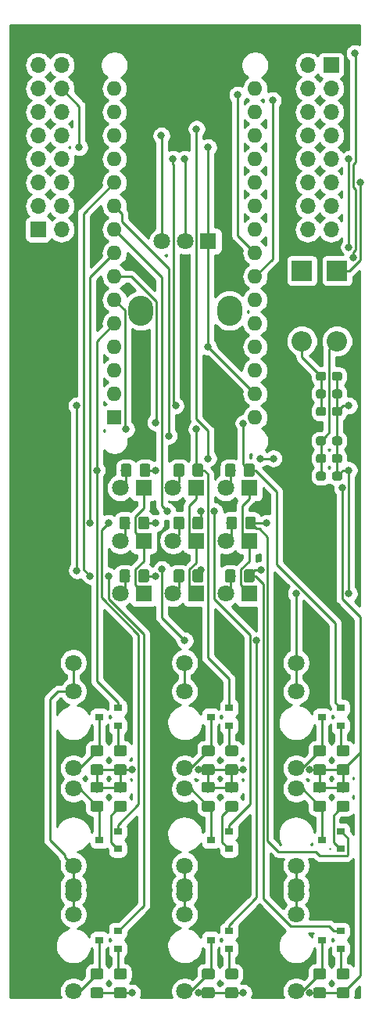
<source format=gbl>
G04 #@! TF.GenerationSoftware,KiCad,Pcbnew,(5.1.2)-1*
G04 #@! TF.CreationDate,2019-10-29T22:05:20+01:00*
G04 #@! TF.ProjectId,takt,74616b74-2e6b-4696-9361-645f70636258,rev?*
G04 #@! TF.SameCoordinates,Original*
G04 #@! TF.FileFunction,Copper,L2,Bot*
G04 #@! TF.FilePolarity,Positive*
%FSLAX46Y46*%
G04 Gerber Fmt 4.6, Leading zero omitted, Abs format (unit mm)*
G04 Created by KiCad (PCBNEW (5.1.2)-1) date 2019-10-29 22:05:20*
%MOMM*%
%LPD*%
G04 APERTURE LIST*
%ADD10O,2.720000X3.240000*%
%ADD11C,1.800000*%
%ADD12R,1.800000X1.800000*%
%ADD13C,0.100000*%
%ADD14C,1.150000*%
%ADD15R,0.900000X0.800000*%
%ADD16O,1.700000X1.700000*%
%ADD17R,1.700000X1.700000*%
%ADD18O,2.200000X2.200000*%
%ADD19R,2.200000X2.200000*%
%ADD20C,0.950000*%
%ADD21O,1.600000X1.600000*%
%ADD22R,1.600000X1.600000*%
%ADD23C,0.800000*%
%ADD24C,0.250000*%
%ADD25C,0.254000*%
G04 APERTURE END LIST*
D10*
X93105000Y-82430000D03*
X83505000Y-82430000D03*
D11*
X85805000Y-74930000D03*
X88305000Y-74930000D03*
D12*
X90805000Y-74930000D03*
D13*
G36*
X93549505Y-110426204D02*
G01*
X93573773Y-110429804D01*
X93597572Y-110435765D01*
X93620671Y-110444030D01*
X93642850Y-110454520D01*
X93663893Y-110467132D01*
X93683599Y-110481747D01*
X93701777Y-110498223D01*
X93718253Y-110516401D01*
X93732868Y-110536107D01*
X93745480Y-110557150D01*
X93755970Y-110579329D01*
X93764235Y-110602428D01*
X93770196Y-110626227D01*
X93773796Y-110650495D01*
X93775000Y-110674999D01*
X93775000Y-111575001D01*
X93773796Y-111599505D01*
X93770196Y-111623773D01*
X93764235Y-111647572D01*
X93755970Y-111670671D01*
X93745480Y-111692850D01*
X93732868Y-111713893D01*
X93718253Y-111733599D01*
X93701777Y-111751777D01*
X93683599Y-111768253D01*
X93663893Y-111782868D01*
X93642850Y-111795480D01*
X93620671Y-111805970D01*
X93597572Y-111814235D01*
X93573773Y-111820196D01*
X93549505Y-111823796D01*
X93525001Y-111825000D01*
X92874999Y-111825000D01*
X92850495Y-111823796D01*
X92826227Y-111820196D01*
X92802428Y-111814235D01*
X92779329Y-111805970D01*
X92757150Y-111795480D01*
X92736107Y-111782868D01*
X92716401Y-111768253D01*
X92698223Y-111751777D01*
X92681747Y-111733599D01*
X92667132Y-111713893D01*
X92654520Y-111692850D01*
X92644030Y-111670671D01*
X92635765Y-111647572D01*
X92629804Y-111623773D01*
X92626204Y-111599505D01*
X92625000Y-111575001D01*
X92625000Y-110674999D01*
X92626204Y-110650495D01*
X92629804Y-110626227D01*
X92635765Y-110602428D01*
X92644030Y-110579329D01*
X92654520Y-110557150D01*
X92667132Y-110536107D01*
X92681747Y-110516401D01*
X92698223Y-110498223D01*
X92716401Y-110481747D01*
X92736107Y-110467132D01*
X92757150Y-110454520D01*
X92779329Y-110444030D01*
X92802428Y-110435765D01*
X92826227Y-110429804D01*
X92850495Y-110426204D01*
X92874999Y-110425000D01*
X93525001Y-110425000D01*
X93549505Y-110426204D01*
X93549505Y-110426204D01*
G37*
D14*
X93200000Y-111125000D03*
D13*
G36*
X95599505Y-110426204D02*
G01*
X95623773Y-110429804D01*
X95647572Y-110435765D01*
X95670671Y-110444030D01*
X95692850Y-110454520D01*
X95713893Y-110467132D01*
X95733599Y-110481747D01*
X95751777Y-110498223D01*
X95768253Y-110516401D01*
X95782868Y-110536107D01*
X95795480Y-110557150D01*
X95805970Y-110579329D01*
X95814235Y-110602428D01*
X95820196Y-110626227D01*
X95823796Y-110650495D01*
X95825000Y-110674999D01*
X95825000Y-111575001D01*
X95823796Y-111599505D01*
X95820196Y-111623773D01*
X95814235Y-111647572D01*
X95805970Y-111670671D01*
X95795480Y-111692850D01*
X95782868Y-111713893D01*
X95768253Y-111733599D01*
X95751777Y-111751777D01*
X95733599Y-111768253D01*
X95713893Y-111782868D01*
X95692850Y-111795480D01*
X95670671Y-111805970D01*
X95647572Y-111814235D01*
X95623773Y-111820196D01*
X95599505Y-111823796D01*
X95575001Y-111825000D01*
X94924999Y-111825000D01*
X94900495Y-111823796D01*
X94876227Y-111820196D01*
X94852428Y-111814235D01*
X94829329Y-111805970D01*
X94807150Y-111795480D01*
X94786107Y-111782868D01*
X94766401Y-111768253D01*
X94748223Y-111751777D01*
X94731747Y-111733599D01*
X94717132Y-111713893D01*
X94704520Y-111692850D01*
X94694030Y-111670671D01*
X94685765Y-111647572D01*
X94679804Y-111623773D01*
X94676204Y-111599505D01*
X94675000Y-111575001D01*
X94675000Y-110674999D01*
X94676204Y-110650495D01*
X94679804Y-110626227D01*
X94685765Y-110602428D01*
X94694030Y-110579329D01*
X94704520Y-110557150D01*
X94717132Y-110536107D01*
X94731747Y-110516401D01*
X94748223Y-110498223D01*
X94766401Y-110481747D01*
X94786107Y-110467132D01*
X94807150Y-110454520D01*
X94829329Y-110444030D01*
X94852428Y-110435765D01*
X94876227Y-110429804D01*
X94900495Y-110426204D01*
X94924999Y-110425000D01*
X95575001Y-110425000D01*
X95599505Y-110426204D01*
X95599505Y-110426204D01*
G37*
D14*
X95250000Y-111125000D03*
D13*
G36*
X105884505Y-153586204D02*
G01*
X105908773Y-153589804D01*
X105932572Y-153595765D01*
X105955671Y-153604030D01*
X105977850Y-153614520D01*
X105998893Y-153627132D01*
X106018599Y-153641747D01*
X106036777Y-153658223D01*
X106053253Y-153676401D01*
X106067868Y-153696107D01*
X106080480Y-153717150D01*
X106090970Y-153739329D01*
X106099235Y-153762428D01*
X106105196Y-153786227D01*
X106108796Y-153810495D01*
X106110000Y-153834999D01*
X106110000Y-154485001D01*
X106108796Y-154509505D01*
X106105196Y-154533773D01*
X106099235Y-154557572D01*
X106090970Y-154580671D01*
X106080480Y-154602850D01*
X106067868Y-154623893D01*
X106053253Y-154643599D01*
X106036777Y-154661777D01*
X106018599Y-154678253D01*
X105998893Y-154692868D01*
X105977850Y-154705480D01*
X105955671Y-154715970D01*
X105932572Y-154724235D01*
X105908773Y-154730196D01*
X105884505Y-154733796D01*
X105860001Y-154735000D01*
X104959999Y-154735000D01*
X104935495Y-154733796D01*
X104911227Y-154730196D01*
X104887428Y-154724235D01*
X104864329Y-154715970D01*
X104842150Y-154705480D01*
X104821107Y-154692868D01*
X104801401Y-154678253D01*
X104783223Y-154661777D01*
X104766747Y-154643599D01*
X104752132Y-154623893D01*
X104739520Y-154602850D01*
X104729030Y-154580671D01*
X104720765Y-154557572D01*
X104714804Y-154533773D01*
X104711204Y-154509505D01*
X104710000Y-154485001D01*
X104710000Y-153834999D01*
X104711204Y-153810495D01*
X104714804Y-153786227D01*
X104720765Y-153762428D01*
X104729030Y-153739329D01*
X104739520Y-153717150D01*
X104752132Y-153696107D01*
X104766747Y-153676401D01*
X104783223Y-153658223D01*
X104801401Y-153641747D01*
X104821107Y-153627132D01*
X104842150Y-153614520D01*
X104864329Y-153604030D01*
X104887428Y-153595765D01*
X104911227Y-153589804D01*
X104935495Y-153586204D01*
X104959999Y-153585000D01*
X105860001Y-153585000D01*
X105884505Y-153586204D01*
X105884505Y-153586204D01*
G37*
D14*
X105410000Y-154160000D03*
D13*
G36*
X105884505Y-155636204D02*
G01*
X105908773Y-155639804D01*
X105932572Y-155645765D01*
X105955671Y-155654030D01*
X105977850Y-155664520D01*
X105998893Y-155677132D01*
X106018599Y-155691747D01*
X106036777Y-155708223D01*
X106053253Y-155726401D01*
X106067868Y-155746107D01*
X106080480Y-155767150D01*
X106090970Y-155789329D01*
X106099235Y-155812428D01*
X106105196Y-155836227D01*
X106108796Y-155860495D01*
X106110000Y-155884999D01*
X106110000Y-156535001D01*
X106108796Y-156559505D01*
X106105196Y-156583773D01*
X106099235Y-156607572D01*
X106090970Y-156630671D01*
X106080480Y-156652850D01*
X106067868Y-156673893D01*
X106053253Y-156693599D01*
X106036777Y-156711777D01*
X106018599Y-156728253D01*
X105998893Y-156742868D01*
X105977850Y-156755480D01*
X105955671Y-156765970D01*
X105932572Y-156774235D01*
X105908773Y-156780196D01*
X105884505Y-156783796D01*
X105860001Y-156785000D01*
X104959999Y-156785000D01*
X104935495Y-156783796D01*
X104911227Y-156780196D01*
X104887428Y-156774235D01*
X104864329Y-156765970D01*
X104842150Y-156755480D01*
X104821107Y-156742868D01*
X104801401Y-156728253D01*
X104783223Y-156711777D01*
X104766747Y-156693599D01*
X104752132Y-156673893D01*
X104739520Y-156652850D01*
X104729030Y-156630671D01*
X104720765Y-156607572D01*
X104714804Y-156583773D01*
X104711204Y-156559505D01*
X104710000Y-156535001D01*
X104710000Y-155884999D01*
X104711204Y-155860495D01*
X104714804Y-155836227D01*
X104720765Y-155812428D01*
X104729030Y-155789329D01*
X104739520Y-155767150D01*
X104752132Y-155746107D01*
X104766747Y-155726401D01*
X104783223Y-155708223D01*
X104801401Y-155691747D01*
X104821107Y-155677132D01*
X104842150Y-155664520D01*
X104864329Y-155654030D01*
X104887428Y-155645765D01*
X104911227Y-155639804D01*
X104935495Y-155636204D01*
X104959999Y-155635000D01*
X105860001Y-155635000D01*
X105884505Y-155636204D01*
X105884505Y-155636204D01*
G37*
D14*
X105410000Y-156210000D03*
D13*
G36*
X87979505Y-110426204D02*
G01*
X88003773Y-110429804D01*
X88027572Y-110435765D01*
X88050671Y-110444030D01*
X88072850Y-110454520D01*
X88093893Y-110467132D01*
X88113599Y-110481747D01*
X88131777Y-110498223D01*
X88148253Y-110516401D01*
X88162868Y-110536107D01*
X88175480Y-110557150D01*
X88185970Y-110579329D01*
X88194235Y-110602428D01*
X88200196Y-110626227D01*
X88203796Y-110650495D01*
X88205000Y-110674999D01*
X88205000Y-111575001D01*
X88203796Y-111599505D01*
X88200196Y-111623773D01*
X88194235Y-111647572D01*
X88185970Y-111670671D01*
X88175480Y-111692850D01*
X88162868Y-111713893D01*
X88148253Y-111733599D01*
X88131777Y-111751777D01*
X88113599Y-111768253D01*
X88093893Y-111782868D01*
X88072850Y-111795480D01*
X88050671Y-111805970D01*
X88027572Y-111814235D01*
X88003773Y-111820196D01*
X87979505Y-111823796D01*
X87955001Y-111825000D01*
X87304999Y-111825000D01*
X87280495Y-111823796D01*
X87256227Y-111820196D01*
X87232428Y-111814235D01*
X87209329Y-111805970D01*
X87187150Y-111795480D01*
X87166107Y-111782868D01*
X87146401Y-111768253D01*
X87128223Y-111751777D01*
X87111747Y-111733599D01*
X87097132Y-111713893D01*
X87084520Y-111692850D01*
X87074030Y-111670671D01*
X87065765Y-111647572D01*
X87059804Y-111623773D01*
X87056204Y-111599505D01*
X87055000Y-111575001D01*
X87055000Y-110674999D01*
X87056204Y-110650495D01*
X87059804Y-110626227D01*
X87065765Y-110602428D01*
X87074030Y-110579329D01*
X87084520Y-110557150D01*
X87097132Y-110536107D01*
X87111747Y-110516401D01*
X87128223Y-110498223D01*
X87146401Y-110481747D01*
X87166107Y-110467132D01*
X87187150Y-110454520D01*
X87209329Y-110444030D01*
X87232428Y-110435765D01*
X87256227Y-110429804D01*
X87280495Y-110426204D01*
X87304999Y-110425000D01*
X87955001Y-110425000D01*
X87979505Y-110426204D01*
X87979505Y-110426204D01*
G37*
D14*
X87630000Y-111125000D03*
D13*
G36*
X90029505Y-110426204D02*
G01*
X90053773Y-110429804D01*
X90077572Y-110435765D01*
X90100671Y-110444030D01*
X90122850Y-110454520D01*
X90143893Y-110467132D01*
X90163599Y-110481747D01*
X90181777Y-110498223D01*
X90198253Y-110516401D01*
X90212868Y-110536107D01*
X90225480Y-110557150D01*
X90235970Y-110579329D01*
X90244235Y-110602428D01*
X90250196Y-110626227D01*
X90253796Y-110650495D01*
X90255000Y-110674999D01*
X90255000Y-111575001D01*
X90253796Y-111599505D01*
X90250196Y-111623773D01*
X90244235Y-111647572D01*
X90235970Y-111670671D01*
X90225480Y-111692850D01*
X90212868Y-111713893D01*
X90198253Y-111733599D01*
X90181777Y-111751777D01*
X90163599Y-111768253D01*
X90143893Y-111782868D01*
X90122850Y-111795480D01*
X90100671Y-111805970D01*
X90077572Y-111814235D01*
X90053773Y-111820196D01*
X90029505Y-111823796D01*
X90005001Y-111825000D01*
X89354999Y-111825000D01*
X89330495Y-111823796D01*
X89306227Y-111820196D01*
X89282428Y-111814235D01*
X89259329Y-111805970D01*
X89237150Y-111795480D01*
X89216107Y-111782868D01*
X89196401Y-111768253D01*
X89178223Y-111751777D01*
X89161747Y-111733599D01*
X89147132Y-111713893D01*
X89134520Y-111692850D01*
X89124030Y-111670671D01*
X89115765Y-111647572D01*
X89109804Y-111623773D01*
X89106204Y-111599505D01*
X89105000Y-111575001D01*
X89105000Y-110674999D01*
X89106204Y-110650495D01*
X89109804Y-110626227D01*
X89115765Y-110602428D01*
X89124030Y-110579329D01*
X89134520Y-110557150D01*
X89147132Y-110536107D01*
X89161747Y-110516401D01*
X89178223Y-110498223D01*
X89196401Y-110481747D01*
X89216107Y-110467132D01*
X89237150Y-110454520D01*
X89259329Y-110444030D01*
X89282428Y-110435765D01*
X89306227Y-110429804D01*
X89330495Y-110426204D01*
X89354999Y-110425000D01*
X90005001Y-110425000D01*
X90029505Y-110426204D01*
X90029505Y-110426204D01*
G37*
D14*
X89680000Y-111125000D03*
D13*
G36*
X93819505Y-153586204D02*
G01*
X93843773Y-153589804D01*
X93867572Y-153595765D01*
X93890671Y-153604030D01*
X93912850Y-153614520D01*
X93933893Y-153627132D01*
X93953599Y-153641747D01*
X93971777Y-153658223D01*
X93988253Y-153676401D01*
X94002868Y-153696107D01*
X94015480Y-153717150D01*
X94025970Y-153739329D01*
X94034235Y-153762428D01*
X94040196Y-153786227D01*
X94043796Y-153810495D01*
X94045000Y-153834999D01*
X94045000Y-154485001D01*
X94043796Y-154509505D01*
X94040196Y-154533773D01*
X94034235Y-154557572D01*
X94025970Y-154580671D01*
X94015480Y-154602850D01*
X94002868Y-154623893D01*
X93988253Y-154643599D01*
X93971777Y-154661777D01*
X93953599Y-154678253D01*
X93933893Y-154692868D01*
X93912850Y-154705480D01*
X93890671Y-154715970D01*
X93867572Y-154724235D01*
X93843773Y-154730196D01*
X93819505Y-154733796D01*
X93795001Y-154735000D01*
X92894999Y-154735000D01*
X92870495Y-154733796D01*
X92846227Y-154730196D01*
X92822428Y-154724235D01*
X92799329Y-154715970D01*
X92777150Y-154705480D01*
X92756107Y-154692868D01*
X92736401Y-154678253D01*
X92718223Y-154661777D01*
X92701747Y-154643599D01*
X92687132Y-154623893D01*
X92674520Y-154602850D01*
X92664030Y-154580671D01*
X92655765Y-154557572D01*
X92649804Y-154533773D01*
X92646204Y-154509505D01*
X92645000Y-154485001D01*
X92645000Y-153834999D01*
X92646204Y-153810495D01*
X92649804Y-153786227D01*
X92655765Y-153762428D01*
X92664030Y-153739329D01*
X92674520Y-153717150D01*
X92687132Y-153696107D01*
X92701747Y-153676401D01*
X92718223Y-153658223D01*
X92736401Y-153641747D01*
X92756107Y-153627132D01*
X92777150Y-153614520D01*
X92799329Y-153604030D01*
X92822428Y-153595765D01*
X92846227Y-153589804D01*
X92870495Y-153586204D01*
X92894999Y-153585000D01*
X93795001Y-153585000D01*
X93819505Y-153586204D01*
X93819505Y-153586204D01*
G37*
D14*
X93345000Y-154160000D03*
D13*
G36*
X93819505Y-155636204D02*
G01*
X93843773Y-155639804D01*
X93867572Y-155645765D01*
X93890671Y-155654030D01*
X93912850Y-155664520D01*
X93933893Y-155677132D01*
X93953599Y-155691747D01*
X93971777Y-155708223D01*
X93988253Y-155726401D01*
X94002868Y-155746107D01*
X94015480Y-155767150D01*
X94025970Y-155789329D01*
X94034235Y-155812428D01*
X94040196Y-155836227D01*
X94043796Y-155860495D01*
X94045000Y-155884999D01*
X94045000Y-156535001D01*
X94043796Y-156559505D01*
X94040196Y-156583773D01*
X94034235Y-156607572D01*
X94025970Y-156630671D01*
X94015480Y-156652850D01*
X94002868Y-156673893D01*
X93988253Y-156693599D01*
X93971777Y-156711777D01*
X93953599Y-156728253D01*
X93933893Y-156742868D01*
X93912850Y-156755480D01*
X93890671Y-156765970D01*
X93867572Y-156774235D01*
X93843773Y-156780196D01*
X93819505Y-156783796D01*
X93795001Y-156785000D01*
X92894999Y-156785000D01*
X92870495Y-156783796D01*
X92846227Y-156780196D01*
X92822428Y-156774235D01*
X92799329Y-156765970D01*
X92777150Y-156755480D01*
X92756107Y-156742868D01*
X92736401Y-156728253D01*
X92718223Y-156711777D01*
X92701747Y-156693599D01*
X92687132Y-156673893D01*
X92674520Y-156652850D01*
X92664030Y-156630671D01*
X92655765Y-156607572D01*
X92649804Y-156583773D01*
X92646204Y-156559505D01*
X92645000Y-156535001D01*
X92645000Y-155884999D01*
X92646204Y-155860495D01*
X92649804Y-155836227D01*
X92655765Y-155812428D01*
X92664030Y-155789329D01*
X92674520Y-155767150D01*
X92687132Y-155746107D01*
X92701747Y-155726401D01*
X92718223Y-155708223D01*
X92736401Y-155691747D01*
X92756107Y-155677132D01*
X92777150Y-155664520D01*
X92799329Y-155654030D01*
X92822428Y-155645765D01*
X92846227Y-155639804D01*
X92870495Y-155636204D01*
X92894999Y-155635000D01*
X93795001Y-155635000D01*
X93819505Y-155636204D01*
X93819505Y-155636204D01*
G37*
D14*
X93345000Y-156210000D03*
D13*
G36*
X82119505Y-110426204D02*
G01*
X82143773Y-110429804D01*
X82167572Y-110435765D01*
X82190671Y-110444030D01*
X82212850Y-110454520D01*
X82233893Y-110467132D01*
X82253599Y-110481747D01*
X82271777Y-110498223D01*
X82288253Y-110516401D01*
X82302868Y-110536107D01*
X82315480Y-110557150D01*
X82325970Y-110579329D01*
X82334235Y-110602428D01*
X82340196Y-110626227D01*
X82343796Y-110650495D01*
X82345000Y-110674999D01*
X82345000Y-111575001D01*
X82343796Y-111599505D01*
X82340196Y-111623773D01*
X82334235Y-111647572D01*
X82325970Y-111670671D01*
X82315480Y-111692850D01*
X82302868Y-111713893D01*
X82288253Y-111733599D01*
X82271777Y-111751777D01*
X82253599Y-111768253D01*
X82233893Y-111782868D01*
X82212850Y-111795480D01*
X82190671Y-111805970D01*
X82167572Y-111814235D01*
X82143773Y-111820196D01*
X82119505Y-111823796D01*
X82095001Y-111825000D01*
X81444999Y-111825000D01*
X81420495Y-111823796D01*
X81396227Y-111820196D01*
X81372428Y-111814235D01*
X81349329Y-111805970D01*
X81327150Y-111795480D01*
X81306107Y-111782868D01*
X81286401Y-111768253D01*
X81268223Y-111751777D01*
X81251747Y-111733599D01*
X81237132Y-111713893D01*
X81224520Y-111692850D01*
X81214030Y-111670671D01*
X81205765Y-111647572D01*
X81199804Y-111623773D01*
X81196204Y-111599505D01*
X81195000Y-111575001D01*
X81195000Y-110674999D01*
X81196204Y-110650495D01*
X81199804Y-110626227D01*
X81205765Y-110602428D01*
X81214030Y-110579329D01*
X81224520Y-110557150D01*
X81237132Y-110536107D01*
X81251747Y-110516401D01*
X81268223Y-110498223D01*
X81286401Y-110481747D01*
X81306107Y-110467132D01*
X81327150Y-110454520D01*
X81349329Y-110444030D01*
X81372428Y-110435765D01*
X81396227Y-110429804D01*
X81420495Y-110426204D01*
X81444999Y-110425000D01*
X82095001Y-110425000D01*
X82119505Y-110426204D01*
X82119505Y-110426204D01*
G37*
D14*
X81770000Y-111125000D03*
D13*
G36*
X84169505Y-110426204D02*
G01*
X84193773Y-110429804D01*
X84217572Y-110435765D01*
X84240671Y-110444030D01*
X84262850Y-110454520D01*
X84283893Y-110467132D01*
X84303599Y-110481747D01*
X84321777Y-110498223D01*
X84338253Y-110516401D01*
X84352868Y-110536107D01*
X84365480Y-110557150D01*
X84375970Y-110579329D01*
X84384235Y-110602428D01*
X84390196Y-110626227D01*
X84393796Y-110650495D01*
X84395000Y-110674999D01*
X84395000Y-111575001D01*
X84393796Y-111599505D01*
X84390196Y-111623773D01*
X84384235Y-111647572D01*
X84375970Y-111670671D01*
X84365480Y-111692850D01*
X84352868Y-111713893D01*
X84338253Y-111733599D01*
X84321777Y-111751777D01*
X84303599Y-111768253D01*
X84283893Y-111782868D01*
X84262850Y-111795480D01*
X84240671Y-111805970D01*
X84217572Y-111814235D01*
X84193773Y-111820196D01*
X84169505Y-111823796D01*
X84145001Y-111825000D01*
X83494999Y-111825000D01*
X83470495Y-111823796D01*
X83446227Y-111820196D01*
X83422428Y-111814235D01*
X83399329Y-111805970D01*
X83377150Y-111795480D01*
X83356107Y-111782868D01*
X83336401Y-111768253D01*
X83318223Y-111751777D01*
X83301747Y-111733599D01*
X83287132Y-111713893D01*
X83274520Y-111692850D01*
X83264030Y-111670671D01*
X83255765Y-111647572D01*
X83249804Y-111623773D01*
X83246204Y-111599505D01*
X83245000Y-111575001D01*
X83245000Y-110674999D01*
X83246204Y-110650495D01*
X83249804Y-110626227D01*
X83255765Y-110602428D01*
X83264030Y-110579329D01*
X83274520Y-110557150D01*
X83287132Y-110536107D01*
X83301747Y-110516401D01*
X83318223Y-110498223D01*
X83336401Y-110481747D01*
X83356107Y-110467132D01*
X83377150Y-110454520D01*
X83399329Y-110444030D01*
X83422428Y-110435765D01*
X83446227Y-110429804D01*
X83470495Y-110426204D01*
X83494999Y-110425000D01*
X84145001Y-110425000D01*
X84169505Y-110426204D01*
X84169505Y-110426204D01*
G37*
D14*
X83820000Y-111125000D03*
D13*
G36*
X81754505Y-153586204D02*
G01*
X81778773Y-153589804D01*
X81802572Y-153595765D01*
X81825671Y-153604030D01*
X81847850Y-153614520D01*
X81868893Y-153627132D01*
X81888599Y-153641747D01*
X81906777Y-153658223D01*
X81923253Y-153676401D01*
X81937868Y-153696107D01*
X81950480Y-153717150D01*
X81960970Y-153739329D01*
X81969235Y-153762428D01*
X81975196Y-153786227D01*
X81978796Y-153810495D01*
X81980000Y-153834999D01*
X81980000Y-154485001D01*
X81978796Y-154509505D01*
X81975196Y-154533773D01*
X81969235Y-154557572D01*
X81960970Y-154580671D01*
X81950480Y-154602850D01*
X81937868Y-154623893D01*
X81923253Y-154643599D01*
X81906777Y-154661777D01*
X81888599Y-154678253D01*
X81868893Y-154692868D01*
X81847850Y-154705480D01*
X81825671Y-154715970D01*
X81802572Y-154724235D01*
X81778773Y-154730196D01*
X81754505Y-154733796D01*
X81730001Y-154735000D01*
X80829999Y-154735000D01*
X80805495Y-154733796D01*
X80781227Y-154730196D01*
X80757428Y-154724235D01*
X80734329Y-154715970D01*
X80712150Y-154705480D01*
X80691107Y-154692868D01*
X80671401Y-154678253D01*
X80653223Y-154661777D01*
X80636747Y-154643599D01*
X80622132Y-154623893D01*
X80609520Y-154602850D01*
X80599030Y-154580671D01*
X80590765Y-154557572D01*
X80584804Y-154533773D01*
X80581204Y-154509505D01*
X80580000Y-154485001D01*
X80580000Y-153834999D01*
X80581204Y-153810495D01*
X80584804Y-153786227D01*
X80590765Y-153762428D01*
X80599030Y-153739329D01*
X80609520Y-153717150D01*
X80622132Y-153696107D01*
X80636747Y-153676401D01*
X80653223Y-153658223D01*
X80671401Y-153641747D01*
X80691107Y-153627132D01*
X80712150Y-153614520D01*
X80734329Y-153604030D01*
X80757428Y-153595765D01*
X80781227Y-153589804D01*
X80805495Y-153586204D01*
X80829999Y-153585000D01*
X81730001Y-153585000D01*
X81754505Y-153586204D01*
X81754505Y-153586204D01*
G37*
D14*
X81280000Y-154160000D03*
D13*
G36*
X81754505Y-155636204D02*
G01*
X81778773Y-155639804D01*
X81802572Y-155645765D01*
X81825671Y-155654030D01*
X81847850Y-155664520D01*
X81868893Y-155677132D01*
X81888599Y-155691747D01*
X81906777Y-155708223D01*
X81923253Y-155726401D01*
X81937868Y-155746107D01*
X81950480Y-155767150D01*
X81960970Y-155789329D01*
X81969235Y-155812428D01*
X81975196Y-155836227D01*
X81978796Y-155860495D01*
X81980000Y-155884999D01*
X81980000Y-156535001D01*
X81978796Y-156559505D01*
X81975196Y-156583773D01*
X81969235Y-156607572D01*
X81960970Y-156630671D01*
X81950480Y-156652850D01*
X81937868Y-156673893D01*
X81923253Y-156693599D01*
X81906777Y-156711777D01*
X81888599Y-156728253D01*
X81868893Y-156742868D01*
X81847850Y-156755480D01*
X81825671Y-156765970D01*
X81802572Y-156774235D01*
X81778773Y-156780196D01*
X81754505Y-156783796D01*
X81730001Y-156785000D01*
X80829999Y-156785000D01*
X80805495Y-156783796D01*
X80781227Y-156780196D01*
X80757428Y-156774235D01*
X80734329Y-156765970D01*
X80712150Y-156755480D01*
X80691107Y-156742868D01*
X80671401Y-156728253D01*
X80653223Y-156711777D01*
X80636747Y-156693599D01*
X80622132Y-156673893D01*
X80609520Y-156652850D01*
X80599030Y-156630671D01*
X80590765Y-156607572D01*
X80584804Y-156583773D01*
X80581204Y-156559505D01*
X80580000Y-156535001D01*
X80580000Y-155884999D01*
X80581204Y-155860495D01*
X80584804Y-155836227D01*
X80590765Y-155812428D01*
X80599030Y-155789329D01*
X80609520Y-155767150D01*
X80622132Y-155746107D01*
X80636747Y-155726401D01*
X80653223Y-155708223D01*
X80671401Y-155691747D01*
X80691107Y-155677132D01*
X80712150Y-155664520D01*
X80734329Y-155654030D01*
X80757428Y-155645765D01*
X80781227Y-155639804D01*
X80805495Y-155636204D01*
X80829999Y-155635000D01*
X81730001Y-155635000D01*
X81754505Y-155636204D01*
X81754505Y-155636204D01*
G37*
D14*
X81280000Y-156210000D03*
D13*
G36*
X93694505Y-104711204D02*
G01*
X93718773Y-104714804D01*
X93742572Y-104720765D01*
X93765671Y-104729030D01*
X93787850Y-104739520D01*
X93808893Y-104752132D01*
X93828599Y-104766747D01*
X93846777Y-104783223D01*
X93863253Y-104801401D01*
X93877868Y-104821107D01*
X93890480Y-104842150D01*
X93900970Y-104864329D01*
X93909235Y-104887428D01*
X93915196Y-104911227D01*
X93918796Y-104935495D01*
X93920000Y-104959999D01*
X93920000Y-105860001D01*
X93918796Y-105884505D01*
X93915196Y-105908773D01*
X93909235Y-105932572D01*
X93900970Y-105955671D01*
X93890480Y-105977850D01*
X93877868Y-105998893D01*
X93863253Y-106018599D01*
X93846777Y-106036777D01*
X93828599Y-106053253D01*
X93808893Y-106067868D01*
X93787850Y-106080480D01*
X93765671Y-106090970D01*
X93742572Y-106099235D01*
X93718773Y-106105196D01*
X93694505Y-106108796D01*
X93670001Y-106110000D01*
X93019999Y-106110000D01*
X92995495Y-106108796D01*
X92971227Y-106105196D01*
X92947428Y-106099235D01*
X92924329Y-106090970D01*
X92902150Y-106080480D01*
X92881107Y-106067868D01*
X92861401Y-106053253D01*
X92843223Y-106036777D01*
X92826747Y-106018599D01*
X92812132Y-105998893D01*
X92799520Y-105977850D01*
X92789030Y-105955671D01*
X92780765Y-105932572D01*
X92774804Y-105908773D01*
X92771204Y-105884505D01*
X92770000Y-105860001D01*
X92770000Y-104959999D01*
X92771204Y-104935495D01*
X92774804Y-104911227D01*
X92780765Y-104887428D01*
X92789030Y-104864329D01*
X92799520Y-104842150D01*
X92812132Y-104821107D01*
X92826747Y-104801401D01*
X92843223Y-104783223D01*
X92861401Y-104766747D01*
X92881107Y-104752132D01*
X92902150Y-104739520D01*
X92924329Y-104729030D01*
X92947428Y-104720765D01*
X92971227Y-104714804D01*
X92995495Y-104711204D01*
X93019999Y-104710000D01*
X93670001Y-104710000D01*
X93694505Y-104711204D01*
X93694505Y-104711204D01*
G37*
D14*
X93345000Y-105410000D03*
D13*
G36*
X95744505Y-104711204D02*
G01*
X95768773Y-104714804D01*
X95792572Y-104720765D01*
X95815671Y-104729030D01*
X95837850Y-104739520D01*
X95858893Y-104752132D01*
X95878599Y-104766747D01*
X95896777Y-104783223D01*
X95913253Y-104801401D01*
X95927868Y-104821107D01*
X95940480Y-104842150D01*
X95950970Y-104864329D01*
X95959235Y-104887428D01*
X95965196Y-104911227D01*
X95968796Y-104935495D01*
X95970000Y-104959999D01*
X95970000Y-105860001D01*
X95968796Y-105884505D01*
X95965196Y-105908773D01*
X95959235Y-105932572D01*
X95950970Y-105955671D01*
X95940480Y-105977850D01*
X95927868Y-105998893D01*
X95913253Y-106018599D01*
X95896777Y-106036777D01*
X95878599Y-106053253D01*
X95858893Y-106067868D01*
X95837850Y-106080480D01*
X95815671Y-106090970D01*
X95792572Y-106099235D01*
X95768773Y-106105196D01*
X95744505Y-106108796D01*
X95720001Y-106110000D01*
X95069999Y-106110000D01*
X95045495Y-106108796D01*
X95021227Y-106105196D01*
X94997428Y-106099235D01*
X94974329Y-106090970D01*
X94952150Y-106080480D01*
X94931107Y-106067868D01*
X94911401Y-106053253D01*
X94893223Y-106036777D01*
X94876747Y-106018599D01*
X94862132Y-105998893D01*
X94849520Y-105977850D01*
X94839030Y-105955671D01*
X94830765Y-105932572D01*
X94824804Y-105908773D01*
X94821204Y-105884505D01*
X94820000Y-105860001D01*
X94820000Y-104959999D01*
X94821204Y-104935495D01*
X94824804Y-104911227D01*
X94830765Y-104887428D01*
X94839030Y-104864329D01*
X94849520Y-104842150D01*
X94862132Y-104821107D01*
X94876747Y-104801401D01*
X94893223Y-104783223D01*
X94911401Y-104766747D01*
X94931107Y-104752132D01*
X94952150Y-104739520D01*
X94974329Y-104729030D01*
X94997428Y-104720765D01*
X95021227Y-104714804D01*
X95045495Y-104711204D01*
X95069999Y-104710000D01*
X95720001Y-104710000D01*
X95744505Y-104711204D01*
X95744505Y-104711204D01*
G37*
D14*
X95395000Y-105410000D03*
D13*
G36*
X105884505Y-135461204D02*
G01*
X105908773Y-135464804D01*
X105932572Y-135470765D01*
X105955671Y-135479030D01*
X105977850Y-135489520D01*
X105998893Y-135502132D01*
X106018599Y-135516747D01*
X106036777Y-135533223D01*
X106053253Y-135551401D01*
X106067868Y-135571107D01*
X106080480Y-135592150D01*
X106090970Y-135614329D01*
X106099235Y-135637428D01*
X106105196Y-135661227D01*
X106108796Y-135685495D01*
X106110000Y-135709999D01*
X106110000Y-136360001D01*
X106108796Y-136384505D01*
X106105196Y-136408773D01*
X106099235Y-136432572D01*
X106090970Y-136455671D01*
X106080480Y-136477850D01*
X106067868Y-136498893D01*
X106053253Y-136518599D01*
X106036777Y-136536777D01*
X106018599Y-136553253D01*
X105998893Y-136567868D01*
X105977850Y-136580480D01*
X105955671Y-136590970D01*
X105932572Y-136599235D01*
X105908773Y-136605196D01*
X105884505Y-136608796D01*
X105860001Y-136610000D01*
X104959999Y-136610000D01*
X104935495Y-136608796D01*
X104911227Y-136605196D01*
X104887428Y-136599235D01*
X104864329Y-136590970D01*
X104842150Y-136580480D01*
X104821107Y-136567868D01*
X104801401Y-136553253D01*
X104783223Y-136536777D01*
X104766747Y-136518599D01*
X104752132Y-136498893D01*
X104739520Y-136477850D01*
X104729030Y-136455671D01*
X104720765Y-136432572D01*
X104714804Y-136408773D01*
X104711204Y-136384505D01*
X104710000Y-136360001D01*
X104710000Y-135709999D01*
X104711204Y-135685495D01*
X104714804Y-135661227D01*
X104720765Y-135637428D01*
X104729030Y-135614329D01*
X104739520Y-135592150D01*
X104752132Y-135571107D01*
X104766747Y-135551401D01*
X104783223Y-135533223D01*
X104801401Y-135516747D01*
X104821107Y-135502132D01*
X104842150Y-135489520D01*
X104864329Y-135479030D01*
X104887428Y-135470765D01*
X104911227Y-135464804D01*
X104935495Y-135461204D01*
X104959999Y-135460000D01*
X105860001Y-135460000D01*
X105884505Y-135461204D01*
X105884505Y-135461204D01*
G37*
D14*
X105410000Y-136035000D03*
D13*
G36*
X105884505Y-133411204D02*
G01*
X105908773Y-133414804D01*
X105932572Y-133420765D01*
X105955671Y-133429030D01*
X105977850Y-133439520D01*
X105998893Y-133452132D01*
X106018599Y-133466747D01*
X106036777Y-133483223D01*
X106053253Y-133501401D01*
X106067868Y-133521107D01*
X106080480Y-133542150D01*
X106090970Y-133564329D01*
X106099235Y-133587428D01*
X106105196Y-133611227D01*
X106108796Y-133635495D01*
X106110000Y-133659999D01*
X106110000Y-134310001D01*
X106108796Y-134334505D01*
X106105196Y-134358773D01*
X106099235Y-134382572D01*
X106090970Y-134405671D01*
X106080480Y-134427850D01*
X106067868Y-134448893D01*
X106053253Y-134468599D01*
X106036777Y-134486777D01*
X106018599Y-134503253D01*
X105998893Y-134517868D01*
X105977850Y-134530480D01*
X105955671Y-134540970D01*
X105932572Y-134549235D01*
X105908773Y-134555196D01*
X105884505Y-134558796D01*
X105860001Y-134560000D01*
X104959999Y-134560000D01*
X104935495Y-134558796D01*
X104911227Y-134555196D01*
X104887428Y-134549235D01*
X104864329Y-134540970D01*
X104842150Y-134530480D01*
X104821107Y-134517868D01*
X104801401Y-134503253D01*
X104783223Y-134486777D01*
X104766747Y-134468599D01*
X104752132Y-134448893D01*
X104739520Y-134427850D01*
X104729030Y-134405671D01*
X104720765Y-134382572D01*
X104714804Y-134358773D01*
X104711204Y-134334505D01*
X104710000Y-134310001D01*
X104710000Y-133659999D01*
X104711204Y-133635495D01*
X104714804Y-133611227D01*
X104720765Y-133587428D01*
X104729030Y-133564329D01*
X104739520Y-133542150D01*
X104752132Y-133521107D01*
X104766747Y-133501401D01*
X104783223Y-133483223D01*
X104801401Y-133466747D01*
X104821107Y-133452132D01*
X104842150Y-133439520D01*
X104864329Y-133429030D01*
X104887428Y-133420765D01*
X104911227Y-133414804D01*
X104935495Y-133411204D01*
X104959999Y-133410000D01*
X105860001Y-133410000D01*
X105884505Y-133411204D01*
X105884505Y-133411204D01*
G37*
D14*
X105410000Y-133985000D03*
D13*
G36*
X87979505Y-104711204D02*
G01*
X88003773Y-104714804D01*
X88027572Y-104720765D01*
X88050671Y-104729030D01*
X88072850Y-104739520D01*
X88093893Y-104752132D01*
X88113599Y-104766747D01*
X88131777Y-104783223D01*
X88148253Y-104801401D01*
X88162868Y-104821107D01*
X88175480Y-104842150D01*
X88185970Y-104864329D01*
X88194235Y-104887428D01*
X88200196Y-104911227D01*
X88203796Y-104935495D01*
X88205000Y-104959999D01*
X88205000Y-105860001D01*
X88203796Y-105884505D01*
X88200196Y-105908773D01*
X88194235Y-105932572D01*
X88185970Y-105955671D01*
X88175480Y-105977850D01*
X88162868Y-105998893D01*
X88148253Y-106018599D01*
X88131777Y-106036777D01*
X88113599Y-106053253D01*
X88093893Y-106067868D01*
X88072850Y-106080480D01*
X88050671Y-106090970D01*
X88027572Y-106099235D01*
X88003773Y-106105196D01*
X87979505Y-106108796D01*
X87955001Y-106110000D01*
X87304999Y-106110000D01*
X87280495Y-106108796D01*
X87256227Y-106105196D01*
X87232428Y-106099235D01*
X87209329Y-106090970D01*
X87187150Y-106080480D01*
X87166107Y-106067868D01*
X87146401Y-106053253D01*
X87128223Y-106036777D01*
X87111747Y-106018599D01*
X87097132Y-105998893D01*
X87084520Y-105977850D01*
X87074030Y-105955671D01*
X87065765Y-105932572D01*
X87059804Y-105908773D01*
X87056204Y-105884505D01*
X87055000Y-105860001D01*
X87055000Y-104959999D01*
X87056204Y-104935495D01*
X87059804Y-104911227D01*
X87065765Y-104887428D01*
X87074030Y-104864329D01*
X87084520Y-104842150D01*
X87097132Y-104821107D01*
X87111747Y-104801401D01*
X87128223Y-104783223D01*
X87146401Y-104766747D01*
X87166107Y-104752132D01*
X87187150Y-104739520D01*
X87209329Y-104729030D01*
X87232428Y-104720765D01*
X87256227Y-104714804D01*
X87280495Y-104711204D01*
X87304999Y-104710000D01*
X87955001Y-104710000D01*
X87979505Y-104711204D01*
X87979505Y-104711204D01*
G37*
D14*
X87630000Y-105410000D03*
D13*
G36*
X90029505Y-104711204D02*
G01*
X90053773Y-104714804D01*
X90077572Y-104720765D01*
X90100671Y-104729030D01*
X90122850Y-104739520D01*
X90143893Y-104752132D01*
X90163599Y-104766747D01*
X90181777Y-104783223D01*
X90198253Y-104801401D01*
X90212868Y-104821107D01*
X90225480Y-104842150D01*
X90235970Y-104864329D01*
X90244235Y-104887428D01*
X90250196Y-104911227D01*
X90253796Y-104935495D01*
X90255000Y-104959999D01*
X90255000Y-105860001D01*
X90253796Y-105884505D01*
X90250196Y-105908773D01*
X90244235Y-105932572D01*
X90235970Y-105955671D01*
X90225480Y-105977850D01*
X90212868Y-105998893D01*
X90198253Y-106018599D01*
X90181777Y-106036777D01*
X90163599Y-106053253D01*
X90143893Y-106067868D01*
X90122850Y-106080480D01*
X90100671Y-106090970D01*
X90077572Y-106099235D01*
X90053773Y-106105196D01*
X90029505Y-106108796D01*
X90005001Y-106110000D01*
X89354999Y-106110000D01*
X89330495Y-106108796D01*
X89306227Y-106105196D01*
X89282428Y-106099235D01*
X89259329Y-106090970D01*
X89237150Y-106080480D01*
X89216107Y-106067868D01*
X89196401Y-106053253D01*
X89178223Y-106036777D01*
X89161747Y-106018599D01*
X89147132Y-105998893D01*
X89134520Y-105977850D01*
X89124030Y-105955671D01*
X89115765Y-105932572D01*
X89109804Y-105908773D01*
X89106204Y-105884505D01*
X89105000Y-105860001D01*
X89105000Y-104959999D01*
X89106204Y-104935495D01*
X89109804Y-104911227D01*
X89115765Y-104887428D01*
X89124030Y-104864329D01*
X89134520Y-104842150D01*
X89147132Y-104821107D01*
X89161747Y-104801401D01*
X89178223Y-104783223D01*
X89196401Y-104766747D01*
X89216107Y-104752132D01*
X89237150Y-104739520D01*
X89259329Y-104729030D01*
X89282428Y-104720765D01*
X89306227Y-104714804D01*
X89330495Y-104711204D01*
X89354999Y-104710000D01*
X90005001Y-104710000D01*
X90029505Y-104711204D01*
X90029505Y-104711204D01*
G37*
D14*
X89680000Y-105410000D03*
D13*
G36*
X93819505Y-135461204D02*
G01*
X93843773Y-135464804D01*
X93867572Y-135470765D01*
X93890671Y-135479030D01*
X93912850Y-135489520D01*
X93933893Y-135502132D01*
X93953599Y-135516747D01*
X93971777Y-135533223D01*
X93988253Y-135551401D01*
X94002868Y-135571107D01*
X94015480Y-135592150D01*
X94025970Y-135614329D01*
X94034235Y-135637428D01*
X94040196Y-135661227D01*
X94043796Y-135685495D01*
X94045000Y-135709999D01*
X94045000Y-136360001D01*
X94043796Y-136384505D01*
X94040196Y-136408773D01*
X94034235Y-136432572D01*
X94025970Y-136455671D01*
X94015480Y-136477850D01*
X94002868Y-136498893D01*
X93988253Y-136518599D01*
X93971777Y-136536777D01*
X93953599Y-136553253D01*
X93933893Y-136567868D01*
X93912850Y-136580480D01*
X93890671Y-136590970D01*
X93867572Y-136599235D01*
X93843773Y-136605196D01*
X93819505Y-136608796D01*
X93795001Y-136610000D01*
X92894999Y-136610000D01*
X92870495Y-136608796D01*
X92846227Y-136605196D01*
X92822428Y-136599235D01*
X92799329Y-136590970D01*
X92777150Y-136580480D01*
X92756107Y-136567868D01*
X92736401Y-136553253D01*
X92718223Y-136536777D01*
X92701747Y-136518599D01*
X92687132Y-136498893D01*
X92674520Y-136477850D01*
X92664030Y-136455671D01*
X92655765Y-136432572D01*
X92649804Y-136408773D01*
X92646204Y-136384505D01*
X92645000Y-136360001D01*
X92645000Y-135709999D01*
X92646204Y-135685495D01*
X92649804Y-135661227D01*
X92655765Y-135637428D01*
X92664030Y-135614329D01*
X92674520Y-135592150D01*
X92687132Y-135571107D01*
X92701747Y-135551401D01*
X92718223Y-135533223D01*
X92736401Y-135516747D01*
X92756107Y-135502132D01*
X92777150Y-135489520D01*
X92799329Y-135479030D01*
X92822428Y-135470765D01*
X92846227Y-135464804D01*
X92870495Y-135461204D01*
X92894999Y-135460000D01*
X93795001Y-135460000D01*
X93819505Y-135461204D01*
X93819505Y-135461204D01*
G37*
D14*
X93345000Y-136035000D03*
D13*
G36*
X93819505Y-133411204D02*
G01*
X93843773Y-133414804D01*
X93867572Y-133420765D01*
X93890671Y-133429030D01*
X93912850Y-133439520D01*
X93933893Y-133452132D01*
X93953599Y-133466747D01*
X93971777Y-133483223D01*
X93988253Y-133501401D01*
X94002868Y-133521107D01*
X94015480Y-133542150D01*
X94025970Y-133564329D01*
X94034235Y-133587428D01*
X94040196Y-133611227D01*
X94043796Y-133635495D01*
X94045000Y-133659999D01*
X94045000Y-134310001D01*
X94043796Y-134334505D01*
X94040196Y-134358773D01*
X94034235Y-134382572D01*
X94025970Y-134405671D01*
X94015480Y-134427850D01*
X94002868Y-134448893D01*
X93988253Y-134468599D01*
X93971777Y-134486777D01*
X93953599Y-134503253D01*
X93933893Y-134517868D01*
X93912850Y-134530480D01*
X93890671Y-134540970D01*
X93867572Y-134549235D01*
X93843773Y-134555196D01*
X93819505Y-134558796D01*
X93795001Y-134560000D01*
X92894999Y-134560000D01*
X92870495Y-134558796D01*
X92846227Y-134555196D01*
X92822428Y-134549235D01*
X92799329Y-134540970D01*
X92777150Y-134530480D01*
X92756107Y-134517868D01*
X92736401Y-134503253D01*
X92718223Y-134486777D01*
X92701747Y-134468599D01*
X92687132Y-134448893D01*
X92674520Y-134427850D01*
X92664030Y-134405671D01*
X92655765Y-134382572D01*
X92649804Y-134358773D01*
X92646204Y-134334505D01*
X92645000Y-134310001D01*
X92645000Y-133659999D01*
X92646204Y-133635495D01*
X92649804Y-133611227D01*
X92655765Y-133587428D01*
X92664030Y-133564329D01*
X92674520Y-133542150D01*
X92687132Y-133521107D01*
X92701747Y-133501401D01*
X92718223Y-133483223D01*
X92736401Y-133466747D01*
X92756107Y-133452132D01*
X92777150Y-133439520D01*
X92799329Y-133429030D01*
X92822428Y-133420765D01*
X92846227Y-133414804D01*
X92870495Y-133411204D01*
X92894999Y-133410000D01*
X93795001Y-133410000D01*
X93819505Y-133411204D01*
X93819505Y-133411204D01*
G37*
D14*
X93345000Y-133985000D03*
D13*
G36*
X82119505Y-104711204D02*
G01*
X82143773Y-104714804D01*
X82167572Y-104720765D01*
X82190671Y-104729030D01*
X82212850Y-104739520D01*
X82233893Y-104752132D01*
X82253599Y-104766747D01*
X82271777Y-104783223D01*
X82288253Y-104801401D01*
X82302868Y-104821107D01*
X82315480Y-104842150D01*
X82325970Y-104864329D01*
X82334235Y-104887428D01*
X82340196Y-104911227D01*
X82343796Y-104935495D01*
X82345000Y-104959999D01*
X82345000Y-105860001D01*
X82343796Y-105884505D01*
X82340196Y-105908773D01*
X82334235Y-105932572D01*
X82325970Y-105955671D01*
X82315480Y-105977850D01*
X82302868Y-105998893D01*
X82288253Y-106018599D01*
X82271777Y-106036777D01*
X82253599Y-106053253D01*
X82233893Y-106067868D01*
X82212850Y-106080480D01*
X82190671Y-106090970D01*
X82167572Y-106099235D01*
X82143773Y-106105196D01*
X82119505Y-106108796D01*
X82095001Y-106110000D01*
X81444999Y-106110000D01*
X81420495Y-106108796D01*
X81396227Y-106105196D01*
X81372428Y-106099235D01*
X81349329Y-106090970D01*
X81327150Y-106080480D01*
X81306107Y-106067868D01*
X81286401Y-106053253D01*
X81268223Y-106036777D01*
X81251747Y-106018599D01*
X81237132Y-105998893D01*
X81224520Y-105977850D01*
X81214030Y-105955671D01*
X81205765Y-105932572D01*
X81199804Y-105908773D01*
X81196204Y-105884505D01*
X81195000Y-105860001D01*
X81195000Y-104959999D01*
X81196204Y-104935495D01*
X81199804Y-104911227D01*
X81205765Y-104887428D01*
X81214030Y-104864329D01*
X81224520Y-104842150D01*
X81237132Y-104821107D01*
X81251747Y-104801401D01*
X81268223Y-104783223D01*
X81286401Y-104766747D01*
X81306107Y-104752132D01*
X81327150Y-104739520D01*
X81349329Y-104729030D01*
X81372428Y-104720765D01*
X81396227Y-104714804D01*
X81420495Y-104711204D01*
X81444999Y-104710000D01*
X82095001Y-104710000D01*
X82119505Y-104711204D01*
X82119505Y-104711204D01*
G37*
D14*
X81770000Y-105410000D03*
D13*
G36*
X84169505Y-104711204D02*
G01*
X84193773Y-104714804D01*
X84217572Y-104720765D01*
X84240671Y-104729030D01*
X84262850Y-104739520D01*
X84283893Y-104752132D01*
X84303599Y-104766747D01*
X84321777Y-104783223D01*
X84338253Y-104801401D01*
X84352868Y-104821107D01*
X84365480Y-104842150D01*
X84375970Y-104864329D01*
X84384235Y-104887428D01*
X84390196Y-104911227D01*
X84393796Y-104935495D01*
X84395000Y-104959999D01*
X84395000Y-105860001D01*
X84393796Y-105884505D01*
X84390196Y-105908773D01*
X84384235Y-105932572D01*
X84375970Y-105955671D01*
X84365480Y-105977850D01*
X84352868Y-105998893D01*
X84338253Y-106018599D01*
X84321777Y-106036777D01*
X84303599Y-106053253D01*
X84283893Y-106067868D01*
X84262850Y-106080480D01*
X84240671Y-106090970D01*
X84217572Y-106099235D01*
X84193773Y-106105196D01*
X84169505Y-106108796D01*
X84145001Y-106110000D01*
X83494999Y-106110000D01*
X83470495Y-106108796D01*
X83446227Y-106105196D01*
X83422428Y-106099235D01*
X83399329Y-106090970D01*
X83377150Y-106080480D01*
X83356107Y-106067868D01*
X83336401Y-106053253D01*
X83318223Y-106036777D01*
X83301747Y-106018599D01*
X83287132Y-105998893D01*
X83274520Y-105977850D01*
X83264030Y-105955671D01*
X83255765Y-105932572D01*
X83249804Y-105908773D01*
X83246204Y-105884505D01*
X83245000Y-105860001D01*
X83245000Y-104959999D01*
X83246204Y-104935495D01*
X83249804Y-104911227D01*
X83255765Y-104887428D01*
X83264030Y-104864329D01*
X83274520Y-104842150D01*
X83287132Y-104821107D01*
X83301747Y-104801401D01*
X83318223Y-104783223D01*
X83336401Y-104766747D01*
X83356107Y-104752132D01*
X83377150Y-104739520D01*
X83399329Y-104729030D01*
X83422428Y-104720765D01*
X83446227Y-104714804D01*
X83470495Y-104711204D01*
X83494999Y-104710000D01*
X84145001Y-104710000D01*
X84169505Y-104711204D01*
X84169505Y-104711204D01*
G37*
D14*
X83820000Y-105410000D03*
D13*
G36*
X81754505Y-135461204D02*
G01*
X81778773Y-135464804D01*
X81802572Y-135470765D01*
X81825671Y-135479030D01*
X81847850Y-135489520D01*
X81868893Y-135502132D01*
X81888599Y-135516747D01*
X81906777Y-135533223D01*
X81923253Y-135551401D01*
X81937868Y-135571107D01*
X81950480Y-135592150D01*
X81960970Y-135614329D01*
X81969235Y-135637428D01*
X81975196Y-135661227D01*
X81978796Y-135685495D01*
X81980000Y-135709999D01*
X81980000Y-136360001D01*
X81978796Y-136384505D01*
X81975196Y-136408773D01*
X81969235Y-136432572D01*
X81960970Y-136455671D01*
X81950480Y-136477850D01*
X81937868Y-136498893D01*
X81923253Y-136518599D01*
X81906777Y-136536777D01*
X81888599Y-136553253D01*
X81868893Y-136567868D01*
X81847850Y-136580480D01*
X81825671Y-136590970D01*
X81802572Y-136599235D01*
X81778773Y-136605196D01*
X81754505Y-136608796D01*
X81730001Y-136610000D01*
X80829999Y-136610000D01*
X80805495Y-136608796D01*
X80781227Y-136605196D01*
X80757428Y-136599235D01*
X80734329Y-136590970D01*
X80712150Y-136580480D01*
X80691107Y-136567868D01*
X80671401Y-136553253D01*
X80653223Y-136536777D01*
X80636747Y-136518599D01*
X80622132Y-136498893D01*
X80609520Y-136477850D01*
X80599030Y-136455671D01*
X80590765Y-136432572D01*
X80584804Y-136408773D01*
X80581204Y-136384505D01*
X80580000Y-136360001D01*
X80580000Y-135709999D01*
X80581204Y-135685495D01*
X80584804Y-135661227D01*
X80590765Y-135637428D01*
X80599030Y-135614329D01*
X80609520Y-135592150D01*
X80622132Y-135571107D01*
X80636747Y-135551401D01*
X80653223Y-135533223D01*
X80671401Y-135516747D01*
X80691107Y-135502132D01*
X80712150Y-135489520D01*
X80734329Y-135479030D01*
X80757428Y-135470765D01*
X80781227Y-135464804D01*
X80805495Y-135461204D01*
X80829999Y-135460000D01*
X81730001Y-135460000D01*
X81754505Y-135461204D01*
X81754505Y-135461204D01*
G37*
D14*
X81280000Y-136035000D03*
D13*
G36*
X81754505Y-133411204D02*
G01*
X81778773Y-133414804D01*
X81802572Y-133420765D01*
X81825671Y-133429030D01*
X81847850Y-133439520D01*
X81868893Y-133452132D01*
X81888599Y-133466747D01*
X81906777Y-133483223D01*
X81923253Y-133501401D01*
X81937868Y-133521107D01*
X81950480Y-133542150D01*
X81960970Y-133564329D01*
X81969235Y-133587428D01*
X81975196Y-133611227D01*
X81978796Y-133635495D01*
X81980000Y-133659999D01*
X81980000Y-134310001D01*
X81978796Y-134334505D01*
X81975196Y-134358773D01*
X81969235Y-134382572D01*
X81960970Y-134405671D01*
X81950480Y-134427850D01*
X81937868Y-134448893D01*
X81923253Y-134468599D01*
X81906777Y-134486777D01*
X81888599Y-134503253D01*
X81868893Y-134517868D01*
X81847850Y-134530480D01*
X81825671Y-134540970D01*
X81802572Y-134549235D01*
X81778773Y-134555196D01*
X81754505Y-134558796D01*
X81730001Y-134560000D01*
X80829999Y-134560000D01*
X80805495Y-134558796D01*
X80781227Y-134555196D01*
X80757428Y-134549235D01*
X80734329Y-134540970D01*
X80712150Y-134530480D01*
X80691107Y-134517868D01*
X80671401Y-134503253D01*
X80653223Y-134486777D01*
X80636747Y-134468599D01*
X80622132Y-134448893D01*
X80609520Y-134427850D01*
X80599030Y-134405671D01*
X80590765Y-134382572D01*
X80584804Y-134358773D01*
X80581204Y-134334505D01*
X80580000Y-134310001D01*
X80580000Y-133659999D01*
X80581204Y-133635495D01*
X80584804Y-133611227D01*
X80590765Y-133587428D01*
X80599030Y-133564329D01*
X80609520Y-133542150D01*
X80622132Y-133521107D01*
X80636747Y-133501401D01*
X80653223Y-133483223D01*
X80671401Y-133466747D01*
X80691107Y-133452132D01*
X80712150Y-133439520D01*
X80734329Y-133429030D01*
X80757428Y-133420765D01*
X80781227Y-133414804D01*
X80805495Y-133411204D01*
X80829999Y-133410000D01*
X81730001Y-133410000D01*
X81754505Y-133411204D01*
X81754505Y-133411204D01*
G37*
D14*
X81280000Y-133985000D03*
D13*
G36*
X93549505Y-98996204D02*
G01*
X93573773Y-98999804D01*
X93597572Y-99005765D01*
X93620671Y-99014030D01*
X93642850Y-99024520D01*
X93663893Y-99037132D01*
X93683599Y-99051747D01*
X93701777Y-99068223D01*
X93718253Y-99086401D01*
X93732868Y-99106107D01*
X93745480Y-99127150D01*
X93755970Y-99149329D01*
X93764235Y-99172428D01*
X93770196Y-99196227D01*
X93773796Y-99220495D01*
X93775000Y-99244999D01*
X93775000Y-100145001D01*
X93773796Y-100169505D01*
X93770196Y-100193773D01*
X93764235Y-100217572D01*
X93755970Y-100240671D01*
X93745480Y-100262850D01*
X93732868Y-100283893D01*
X93718253Y-100303599D01*
X93701777Y-100321777D01*
X93683599Y-100338253D01*
X93663893Y-100352868D01*
X93642850Y-100365480D01*
X93620671Y-100375970D01*
X93597572Y-100384235D01*
X93573773Y-100390196D01*
X93549505Y-100393796D01*
X93525001Y-100395000D01*
X92874999Y-100395000D01*
X92850495Y-100393796D01*
X92826227Y-100390196D01*
X92802428Y-100384235D01*
X92779329Y-100375970D01*
X92757150Y-100365480D01*
X92736107Y-100352868D01*
X92716401Y-100338253D01*
X92698223Y-100321777D01*
X92681747Y-100303599D01*
X92667132Y-100283893D01*
X92654520Y-100262850D01*
X92644030Y-100240671D01*
X92635765Y-100217572D01*
X92629804Y-100193773D01*
X92626204Y-100169505D01*
X92625000Y-100145001D01*
X92625000Y-99244999D01*
X92626204Y-99220495D01*
X92629804Y-99196227D01*
X92635765Y-99172428D01*
X92644030Y-99149329D01*
X92654520Y-99127150D01*
X92667132Y-99106107D01*
X92681747Y-99086401D01*
X92698223Y-99068223D01*
X92716401Y-99051747D01*
X92736107Y-99037132D01*
X92757150Y-99024520D01*
X92779329Y-99014030D01*
X92802428Y-99005765D01*
X92826227Y-98999804D01*
X92850495Y-98996204D01*
X92874999Y-98995000D01*
X93525001Y-98995000D01*
X93549505Y-98996204D01*
X93549505Y-98996204D01*
G37*
D14*
X93200000Y-99695000D03*
D13*
G36*
X95599505Y-98996204D02*
G01*
X95623773Y-98999804D01*
X95647572Y-99005765D01*
X95670671Y-99014030D01*
X95692850Y-99024520D01*
X95713893Y-99037132D01*
X95733599Y-99051747D01*
X95751777Y-99068223D01*
X95768253Y-99086401D01*
X95782868Y-99106107D01*
X95795480Y-99127150D01*
X95805970Y-99149329D01*
X95814235Y-99172428D01*
X95820196Y-99196227D01*
X95823796Y-99220495D01*
X95825000Y-99244999D01*
X95825000Y-100145001D01*
X95823796Y-100169505D01*
X95820196Y-100193773D01*
X95814235Y-100217572D01*
X95805970Y-100240671D01*
X95795480Y-100262850D01*
X95782868Y-100283893D01*
X95768253Y-100303599D01*
X95751777Y-100321777D01*
X95733599Y-100338253D01*
X95713893Y-100352868D01*
X95692850Y-100365480D01*
X95670671Y-100375970D01*
X95647572Y-100384235D01*
X95623773Y-100390196D01*
X95599505Y-100393796D01*
X95575001Y-100395000D01*
X94924999Y-100395000D01*
X94900495Y-100393796D01*
X94876227Y-100390196D01*
X94852428Y-100384235D01*
X94829329Y-100375970D01*
X94807150Y-100365480D01*
X94786107Y-100352868D01*
X94766401Y-100338253D01*
X94748223Y-100321777D01*
X94731747Y-100303599D01*
X94717132Y-100283893D01*
X94704520Y-100262850D01*
X94694030Y-100240671D01*
X94685765Y-100217572D01*
X94679804Y-100193773D01*
X94676204Y-100169505D01*
X94675000Y-100145001D01*
X94675000Y-99244999D01*
X94676204Y-99220495D01*
X94679804Y-99196227D01*
X94685765Y-99172428D01*
X94694030Y-99149329D01*
X94704520Y-99127150D01*
X94717132Y-99106107D01*
X94731747Y-99086401D01*
X94748223Y-99068223D01*
X94766401Y-99051747D01*
X94786107Y-99037132D01*
X94807150Y-99024520D01*
X94829329Y-99014030D01*
X94852428Y-99005765D01*
X94876227Y-98999804D01*
X94900495Y-98996204D01*
X94924999Y-98995000D01*
X95575001Y-98995000D01*
X95599505Y-98996204D01*
X95599505Y-98996204D01*
G37*
D14*
X95250000Y-99695000D03*
D13*
G36*
X105884505Y-129456204D02*
G01*
X105908773Y-129459804D01*
X105932572Y-129465765D01*
X105955671Y-129474030D01*
X105977850Y-129484520D01*
X105998893Y-129497132D01*
X106018599Y-129511747D01*
X106036777Y-129528223D01*
X106053253Y-129546401D01*
X106067868Y-129566107D01*
X106080480Y-129587150D01*
X106090970Y-129609329D01*
X106099235Y-129632428D01*
X106105196Y-129656227D01*
X106108796Y-129680495D01*
X106110000Y-129704999D01*
X106110000Y-130355001D01*
X106108796Y-130379505D01*
X106105196Y-130403773D01*
X106099235Y-130427572D01*
X106090970Y-130450671D01*
X106080480Y-130472850D01*
X106067868Y-130493893D01*
X106053253Y-130513599D01*
X106036777Y-130531777D01*
X106018599Y-130548253D01*
X105998893Y-130562868D01*
X105977850Y-130575480D01*
X105955671Y-130585970D01*
X105932572Y-130594235D01*
X105908773Y-130600196D01*
X105884505Y-130603796D01*
X105860001Y-130605000D01*
X104959999Y-130605000D01*
X104935495Y-130603796D01*
X104911227Y-130600196D01*
X104887428Y-130594235D01*
X104864329Y-130585970D01*
X104842150Y-130575480D01*
X104821107Y-130562868D01*
X104801401Y-130548253D01*
X104783223Y-130531777D01*
X104766747Y-130513599D01*
X104752132Y-130493893D01*
X104739520Y-130472850D01*
X104729030Y-130450671D01*
X104720765Y-130427572D01*
X104714804Y-130403773D01*
X104711204Y-130379505D01*
X104710000Y-130355001D01*
X104710000Y-129704999D01*
X104711204Y-129680495D01*
X104714804Y-129656227D01*
X104720765Y-129632428D01*
X104729030Y-129609329D01*
X104739520Y-129587150D01*
X104752132Y-129566107D01*
X104766747Y-129546401D01*
X104783223Y-129528223D01*
X104801401Y-129511747D01*
X104821107Y-129497132D01*
X104842150Y-129484520D01*
X104864329Y-129474030D01*
X104887428Y-129465765D01*
X104911227Y-129459804D01*
X104935495Y-129456204D01*
X104959999Y-129455000D01*
X105860001Y-129455000D01*
X105884505Y-129456204D01*
X105884505Y-129456204D01*
G37*
D14*
X105410000Y-130030000D03*
D13*
G36*
X105884505Y-131506204D02*
G01*
X105908773Y-131509804D01*
X105932572Y-131515765D01*
X105955671Y-131524030D01*
X105977850Y-131534520D01*
X105998893Y-131547132D01*
X106018599Y-131561747D01*
X106036777Y-131578223D01*
X106053253Y-131596401D01*
X106067868Y-131616107D01*
X106080480Y-131637150D01*
X106090970Y-131659329D01*
X106099235Y-131682428D01*
X106105196Y-131706227D01*
X106108796Y-131730495D01*
X106110000Y-131754999D01*
X106110000Y-132405001D01*
X106108796Y-132429505D01*
X106105196Y-132453773D01*
X106099235Y-132477572D01*
X106090970Y-132500671D01*
X106080480Y-132522850D01*
X106067868Y-132543893D01*
X106053253Y-132563599D01*
X106036777Y-132581777D01*
X106018599Y-132598253D01*
X105998893Y-132612868D01*
X105977850Y-132625480D01*
X105955671Y-132635970D01*
X105932572Y-132644235D01*
X105908773Y-132650196D01*
X105884505Y-132653796D01*
X105860001Y-132655000D01*
X104959999Y-132655000D01*
X104935495Y-132653796D01*
X104911227Y-132650196D01*
X104887428Y-132644235D01*
X104864329Y-132635970D01*
X104842150Y-132625480D01*
X104821107Y-132612868D01*
X104801401Y-132598253D01*
X104783223Y-132581777D01*
X104766747Y-132563599D01*
X104752132Y-132543893D01*
X104739520Y-132522850D01*
X104729030Y-132500671D01*
X104720765Y-132477572D01*
X104714804Y-132453773D01*
X104711204Y-132429505D01*
X104710000Y-132405001D01*
X104710000Y-131754999D01*
X104711204Y-131730495D01*
X104714804Y-131706227D01*
X104720765Y-131682428D01*
X104729030Y-131659329D01*
X104739520Y-131637150D01*
X104752132Y-131616107D01*
X104766747Y-131596401D01*
X104783223Y-131578223D01*
X104801401Y-131561747D01*
X104821107Y-131547132D01*
X104842150Y-131534520D01*
X104864329Y-131524030D01*
X104887428Y-131515765D01*
X104911227Y-131509804D01*
X104935495Y-131506204D01*
X104959999Y-131505000D01*
X105860001Y-131505000D01*
X105884505Y-131506204D01*
X105884505Y-131506204D01*
G37*
D14*
X105410000Y-132080000D03*
D13*
G36*
X87979505Y-98996204D02*
G01*
X88003773Y-98999804D01*
X88027572Y-99005765D01*
X88050671Y-99014030D01*
X88072850Y-99024520D01*
X88093893Y-99037132D01*
X88113599Y-99051747D01*
X88131777Y-99068223D01*
X88148253Y-99086401D01*
X88162868Y-99106107D01*
X88175480Y-99127150D01*
X88185970Y-99149329D01*
X88194235Y-99172428D01*
X88200196Y-99196227D01*
X88203796Y-99220495D01*
X88205000Y-99244999D01*
X88205000Y-100145001D01*
X88203796Y-100169505D01*
X88200196Y-100193773D01*
X88194235Y-100217572D01*
X88185970Y-100240671D01*
X88175480Y-100262850D01*
X88162868Y-100283893D01*
X88148253Y-100303599D01*
X88131777Y-100321777D01*
X88113599Y-100338253D01*
X88093893Y-100352868D01*
X88072850Y-100365480D01*
X88050671Y-100375970D01*
X88027572Y-100384235D01*
X88003773Y-100390196D01*
X87979505Y-100393796D01*
X87955001Y-100395000D01*
X87304999Y-100395000D01*
X87280495Y-100393796D01*
X87256227Y-100390196D01*
X87232428Y-100384235D01*
X87209329Y-100375970D01*
X87187150Y-100365480D01*
X87166107Y-100352868D01*
X87146401Y-100338253D01*
X87128223Y-100321777D01*
X87111747Y-100303599D01*
X87097132Y-100283893D01*
X87084520Y-100262850D01*
X87074030Y-100240671D01*
X87065765Y-100217572D01*
X87059804Y-100193773D01*
X87056204Y-100169505D01*
X87055000Y-100145001D01*
X87055000Y-99244999D01*
X87056204Y-99220495D01*
X87059804Y-99196227D01*
X87065765Y-99172428D01*
X87074030Y-99149329D01*
X87084520Y-99127150D01*
X87097132Y-99106107D01*
X87111747Y-99086401D01*
X87128223Y-99068223D01*
X87146401Y-99051747D01*
X87166107Y-99037132D01*
X87187150Y-99024520D01*
X87209329Y-99014030D01*
X87232428Y-99005765D01*
X87256227Y-98999804D01*
X87280495Y-98996204D01*
X87304999Y-98995000D01*
X87955001Y-98995000D01*
X87979505Y-98996204D01*
X87979505Y-98996204D01*
G37*
D14*
X87630000Y-99695000D03*
D13*
G36*
X90029505Y-98996204D02*
G01*
X90053773Y-98999804D01*
X90077572Y-99005765D01*
X90100671Y-99014030D01*
X90122850Y-99024520D01*
X90143893Y-99037132D01*
X90163599Y-99051747D01*
X90181777Y-99068223D01*
X90198253Y-99086401D01*
X90212868Y-99106107D01*
X90225480Y-99127150D01*
X90235970Y-99149329D01*
X90244235Y-99172428D01*
X90250196Y-99196227D01*
X90253796Y-99220495D01*
X90255000Y-99244999D01*
X90255000Y-100145001D01*
X90253796Y-100169505D01*
X90250196Y-100193773D01*
X90244235Y-100217572D01*
X90235970Y-100240671D01*
X90225480Y-100262850D01*
X90212868Y-100283893D01*
X90198253Y-100303599D01*
X90181777Y-100321777D01*
X90163599Y-100338253D01*
X90143893Y-100352868D01*
X90122850Y-100365480D01*
X90100671Y-100375970D01*
X90077572Y-100384235D01*
X90053773Y-100390196D01*
X90029505Y-100393796D01*
X90005001Y-100395000D01*
X89354999Y-100395000D01*
X89330495Y-100393796D01*
X89306227Y-100390196D01*
X89282428Y-100384235D01*
X89259329Y-100375970D01*
X89237150Y-100365480D01*
X89216107Y-100352868D01*
X89196401Y-100338253D01*
X89178223Y-100321777D01*
X89161747Y-100303599D01*
X89147132Y-100283893D01*
X89134520Y-100262850D01*
X89124030Y-100240671D01*
X89115765Y-100217572D01*
X89109804Y-100193773D01*
X89106204Y-100169505D01*
X89105000Y-100145001D01*
X89105000Y-99244999D01*
X89106204Y-99220495D01*
X89109804Y-99196227D01*
X89115765Y-99172428D01*
X89124030Y-99149329D01*
X89134520Y-99127150D01*
X89147132Y-99106107D01*
X89161747Y-99086401D01*
X89178223Y-99068223D01*
X89196401Y-99051747D01*
X89216107Y-99037132D01*
X89237150Y-99024520D01*
X89259329Y-99014030D01*
X89282428Y-99005765D01*
X89306227Y-98999804D01*
X89330495Y-98996204D01*
X89354999Y-98995000D01*
X90005001Y-98995000D01*
X90029505Y-98996204D01*
X90029505Y-98996204D01*
G37*
D14*
X89680000Y-99695000D03*
D13*
G36*
X93819505Y-129456204D02*
G01*
X93843773Y-129459804D01*
X93867572Y-129465765D01*
X93890671Y-129474030D01*
X93912850Y-129484520D01*
X93933893Y-129497132D01*
X93953599Y-129511747D01*
X93971777Y-129528223D01*
X93988253Y-129546401D01*
X94002868Y-129566107D01*
X94015480Y-129587150D01*
X94025970Y-129609329D01*
X94034235Y-129632428D01*
X94040196Y-129656227D01*
X94043796Y-129680495D01*
X94045000Y-129704999D01*
X94045000Y-130355001D01*
X94043796Y-130379505D01*
X94040196Y-130403773D01*
X94034235Y-130427572D01*
X94025970Y-130450671D01*
X94015480Y-130472850D01*
X94002868Y-130493893D01*
X93988253Y-130513599D01*
X93971777Y-130531777D01*
X93953599Y-130548253D01*
X93933893Y-130562868D01*
X93912850Y-130575480D01*
X93890671Y-130585970D01*
X93867572Y-130594235D01*
X93843773Y-130600196D01*
X93819505Y-130603796D01*
X93795001Y-130605000D01*
X92894999Y-130605000D01*
X92870495Y-130603796D01*
X92846227Y-130600196D01*
X92822428Y-130594235D01*
X92799329Y-130585970D01*
X92777150Y-130575480D01*
X92756107Y-130562868D01*
X92736401Y-130548253D01*
X92718223Y-130531777D01*
X92701747Y-130513599D01*
X92687132Y-130493893D01*
X92674520Y-130472850D01*
X92664030Y-130450671D01*
X92655765Y-130427572D01*
X92649804Y-130403773D01*
X92646204Y-130379505D01*
X92645000Y-130355001D01*
X92645000Y-129704999D01*
X92646204Y-129680495D01*
X92649804Y-129656227D01*
X92655765Y-129632428D01*
X92664030Y-129609329D01*
X92674520Y-129587150D01*
X92687132Y-129566107D01*
X92701747Y-129546401D01*
X92718223Y-129528223D01*
X92736401Y-129511747D01*
X92756107Y-129497132D01*
X92777150Y-129484520D01*
X92799329Y-129474030D01*
X92822428Y-129465765D01*
X92846227Y-129459804D01*
X92870495Y-129456204D01*
X92894999Y-129455000D01*
X93795001Y-129455000D01*
X93819505Y-129456204D01*
X93819505Y-129456204D01*
G37*
D14*
X93345000Y-130030000D03*
D13*
G36*
X93819505Y-131506204D02*
G01*
X93843773Y-131509804D01*
X93867572Y-131515765D01*
X93890671Y-131524030D01*
X93912850Y-131534520D01*
X93933893Y-131547132D01*
X93953599Y-131561747D01*
X93971777Y-131578223D01*
X93988253Y-131596401D01*
X94002868Y-131616107D01*
X94015480Y-131637150D01*
X94025970Y-131659329D01*
X94034235Y-131682428D01*
X94040196Y-131706227D01*
X94043796Y-131730495D01*
X94045000Y-131754999D01*
X94045000Y-132405001D01*
X94043796Y-132429505D01*
X94040196Y-132453773D01*
X94034235Y-132477572D01*
X94025970Y-132500671D01*
X94015480Y-132522850D01*
X94002868Y-132543893D01*
X93988253Y-132563599D01*
X93971777Y-132581777D01*
X93953599Y-132598253D01*
X93933893Y-132612868D01*
X93912850Y-132625480D01*
X93890671Y-132635970D01*
X93867572Y-132644235D01*
X93843773Y-132650196D01*
X93819505Y-132653796D01*
X93795001Y-132655000D01*
X92894999Y-132655000D01*
X92870495Y-132653796D01*
X92846227Y-132650196D01*
X92822428Y-132644235D01*
X92799329Y-132635970D01*
X92777150Y-132625480D01*
X92756107Y-132612868D01*
X92736401Y-132598253D01*
X92718223Y-132581777D01*
X92701747Y-132563599D01*
X92687132Y-132543893D01*
X92674520Y-132522850D01*
X92664030Y-132500671D01*
X92655765Y-132477572D01*
X92649804Y-132453773D01*
X92646204Y-132429505D01*
X92645000Y-132405001D01*
X92645000Y-131754999D01*
X92646204Y-131730495D01*
X92649804Y-131706227D01*
X92655765Y-131682428D01*
X92664030Y-131659329D01*
X92674520Y-131637150D01*
X92687132Y-131616107D01*
X92701747Y-131596401D01*
X92718223Y-131578223D01*
X92736401Y-131561747D01*
X92756107Y-131547132D01*
X92777150Y-131534520D01*
X92799329Y-131524030D01*
X92822428Y-131515765D01*
X92846227Y-131509804D01*
X92870495Y-131506204D01*
X92894999Y-131505000D01*
X93795001Y-131505000D01*
X93819505Y-131506204D01*
X93819505Y-131506204D01*
G37*
D14*
X93345000Y-132080000D03*
D13*
G36*
X82264505Y-98996204D02*
G01*
X82288773Y-98999804D01*
X82312572Y-99005765D01*
X82335671Y-99014030D01*
X82357850Y-99024520D01*
X82378893Y-99037132D01*
X82398599Y-99051747D01*
X82416777Y-99068223D01*
X82433253Y-99086401D01*
X82447868Y-99106107D01*
X82460480Y-99127150D01*
X82470970Y-99149329D01*
X82479235Y-99172428D01*
X82485196Y-99196227D01*
X82488796Y-99220495D01*
X82490000Y-99244999D01*
X82490000Y-100145001D01*
X82488796Y-100169505D01*
X82485196Y-100193773D01*
X82479235Y-100217572D01*
X82470970Y-100240671D01*
X82460480Y-100262850D01*
X82447868Y-100283893D01*
X82433253Y-100303599D01*
X82416777Y-100321777D01*
X82398599Y-100338253D01*
X82378893Y-100352868D01*
X82357850Y-100365480D01*
X82335671Y-100375970D01*
X82312572Y-100384235D01*
X82288773Y-100390196D01*
X82264505Y-100393796D01*
X82240001Y-100395000D01*
X81589999Y-100395000D01*
X81565495Y-100393796D01*
X81541227Y-100390196D01*
X81517428Y-100384235D01*
X81494329Y-100375970D01*
X81472150Y-100365480D01*
X81451107Y-100352868D01*
X81431401Y-100338253D01*
X81413223Y-100321777D01*
X81396747Y-100303599D01*
X81382132Y-100283893D01*
X81369520Y-100262850D01*
X81359030Y-100240671D01*
X81350765Y-100217572D01*
X81344804Y-100193773D01*
X81341204Y-100169505D01*
X81340000Y-100145001D01*
X81340000Y-99244999D01*
X81341204Y-99220495D01*
X81344804Y-99196227D01*
X81350765Y-99172428D01*
X81359030Y-99149329D01*
X81369520Y-99127150D01*
X81382132Y-99106107D01*
X81396747Y-99086401D01*
X81413223Y-99068223D01*
X81431401Y-99051747D01*
X81451107Y-99037132D01*
X81472150Y-99024520D01*
X81494329Y-99014030D01*
X81517428Y-99005765D01*
X81541227Y-98999804D01*
X81565495Y-98996204D01*
X81589999Y-98995000D01*
X82240001Y-98995000D01*
X82264505Y-98996204D01*
X82264505Y-98996204D01*
G37*
D14*
X81915000Y-99695000D03*
D13*
G36*
X84314505Y-98996204D02*
G01*
X84338773Y-98999804D01*
X84362572Y-99005765D01*
X84385671Y-99014030D01*
X84407850Y-99024520D01*
X84428893Y-99037132D01*
X84448599Y-99051747D01*
X84466777Y-99068223D01*
X84483253Y-99086401D01*
X84497868Y-99106107D01*
X84510480Y-99127150D01*
X84520970Y-99149329D01*
X84529235Y-99172428D01*
X84535196Y-99196227D01*
X84538796Y-99220495D01*
X84540000Y-99244999D01*
X84540000Y-100145001D01*
X84538796Y-100169505D01*
X84535196Y-100193773D01*
X84529235Y-100217572D01*
X84520970Y-100240671D01*
X84510480Y-100262850D01*
X84497868Y-100283893D01*
X84483253Y-100303599D01*
X84466777Y-100321777D01*
X84448599Y-100338253D01*
X84428893Y-100352868D01*
X84407850Y-100365480D01*
X84385671Y-100375970D01*
X84362572Y-100384235D01*
X84338773Y-100390196D01*
X84314505Y-100393796D01*
X84290001Y-100395000D01*
X83639999Y-100395000D01*
X83615495Y-100393796D01*
X83591227Y-100390196D01*
X83567428Y-100384235D01*
X83544329Y-100375970D01*
X83522150Y-100365480D01*
X83501107Y-100352868D01*
X83481401Y-100338253D01*
X83463223Y-100321777D01*
X83446747Y-100303599D01*
X83432132Y-100283893D01*
X83419520Y-100262850D01*
X83409030Y-100240671D01*
X83400765Y-100217572D01*
X83394804Y-100193773D01*
X83391204Y-100169505D01*
X83390000Y-100145001D01*
X83390000Y-99244999D01*
X83391204Y-99220495D01*
X83394804Y-99196227D01*
X83400765Y-99172428D01*
X83409030Y-99149329D01*
X83419520Y-99127150D01*
X83432132Y-99106107D01*
X83446747Y-99086401D01*
X83463223Y-99068223D01*
X83481401Y-99051747D01*
X83501107Y-99037132D01*
X83522150Y-99024520D01*
X83544329Y-99014030D01*
X83567428Y-99005765D01*
X83591227Y-98999804D01*
X83615495Y-98996204D01*
X83639999Y-98995000D01*
X84290001Y-98995000D01*
X84314505Y-98996204D01*
X84314505Y-98996204D01*
G37*
D14*
X83965000Y-99695000D03*
D13*
G36*
X81754505Y-129456204D02*
G01*
X81778773Y-129459804D01*
X81802572Y-129465765D01*
X81825671Y-129474030D01*
X81847850Y-129484520D01*
X81868893Y-129497132D01*
X81888599Y-129511747D01*
X81906777Y-129528223D01*
X81923253Y-129546401D01*
X81937868Y-129566107D01*
X81950480Y-129587150D01*
X81960970Y-129609329D01*
X81969235Y-129632428D01*
X81975196Y-129656227D01*
X81978796Y-129680495D01*
X81980000Y-129704999D01*
X81980000Y-130355001D01*
X81978796Y-130379505D01*
X81975196Y-130403773D01*
X81969235Y-130427572D01*
X81960970Y-130450671D01*
X81950480Y-130472850D01*
X81937868Y-130493893D01*
X81923253Y-130513599D01*
X81906777Y-130531777D01*
X81888599Y-130548253D01*
X81868893Y-130562868D01*
X81847850Y-130575480D01*
X81825671Y-130585970D01*
X81802572Y-130594235D01*
X81778773Y-130600196D01*
X81754505Y-130603796D01*
X81730001Y-130605000D01*
X80829999Y-130605000D01*
X80805495Y-130603796D01*
X80781227Y-130600196D01*
X80757428Y-130594235D01*
X80734329Y-130585970D01*
X80712150Y-130575480D01*
X80691107Y-130562868D01*
X80671401Y-130548253D01*
X80653223Y-130531777D01*
X80636747Y-130513599D01*
X80622132Y-130493893D01*
X80609520Y-130472850D01*
X80599030Y-130450671D01*
X80590765Y-130427572D01*
X80584804Y-130403773D01*
X80581204Y-130379505D01*
X80580000Y-130355001D01*
X80580000Y-129704999D01*
X80581204Y-129680495D01*
X80584804Y-129656227D01*
X80590765Y-129632428D01*
X80599030Y-129609329D01*
X80609520Y-129587150D01*
X80622132Y-129566107D01*
X80636747Y-129546401D01*
X80653223Y-129528223D01*
X80671401Y-129511747D01*
X80691107Y-129497132D01*
X80712150Y-129484520D01*
X80734329Y-129474030D01*
X80757428Y-129465765D01*
X80781227Y-129459804D01*
X80805495Y-129456204D01*
X80829999Y-129455000D01*
X81730001Y-129455000D01*
X81754505Y-129456204D01*
X81754505Y-129456204D01*
G37*
D14*
X81280000Y-130030000D03*
D13*
G36*
X81754505Y-131506204D02*
G01*
X81778773Y-131509804D01*
X81802572Y-131515765D01*
X81825671Y-131524030D01*
X81847850Y-131534520D01*
X81868893Y-131547132D01*
X81888599Y-131561747D01*
X81906777Y-131578223D01*
X81923253Y-131596401D01*
X81937868Y-131616107D01*
X81950480Y-131637150D01*
X81960970Y-131659329D01*
X81969235Y-131682428D01*
X81975196Y-131706227D01*
X81978796Y-131730495D01*
X81980000Y-131754999D01*
X81980000Y-132405001D01*
X81978796Y-132429505D01*
X81975196Y-132453773D01*
X81969235Y-132477572D01*
X81960970Y-132500671D01*
X81950480Y-132522850D01*
X81937868Y-132543893D01*
X81923253Y-132563599D01*
X81906777Y-132581777D01*
X81888599Y-132598253D01*
X81868893Y-132612868D01*
X81847850Y-132625480D01*
X81825671Y-132635970D01*
X81802572Y-132644235D01*
X81778773Y-132650196D01*
X81754505Y-132653796D01*
X81730001Y-132655000D01*
X80829999Y-132655000D01*
X80805495Y-132653796D01*
X80781227Y-132650196D01*
X80757428Y-132644235D01*
X80734329Y-132635970D01*
X80712150Y-132625480D01*
X80691107Y-132612868D01*
X80671401Y-132598253D01*
X80653223Y-132581777D01*
X80636747Y-132563599D01*
X80622132Y-132543893D01*
X80609520Y-132522850D01*
X80599030Y-132500671D01*
X80590765Y-132477572D01*
X80584804Y-132453773D01*
X80581204Y-132429505D01*
X80580000Y-132405001D01*
X80580000Y-131754999D01*
X80581204Y-131730495D01*
X80584804Y-131706227D01*
X80590765Y-131682428D01*
X80599030Y-131659329D01*
X80609520Y-131637150D01*
X80622132Y-131616107D01*
X80636747Y-131596401D01*
X80653223Y-131578223D01*
X80671401Y-131561747D01*
X80691107Y-131547132D01*
X80712150Y-131534520D01*
X80734329Y-131524030D01*
X80757428Y-131515765D01*
X80781227Y-131509804D01*
X80805495Y-131506204D01*
X80829999Y-131505000D01*
X81730001Y-131505000D01*
X81754505Y-131506204D01*
X81754505Y-131506204D01*
G37*
D14*
X81280000Y-132080000D03*
D13*
G36*
X103344505Y-153586204D02*
G01*
X103368773Y-153589804D01*
X103392572Y-153595765D01*
X103415671Y-153604030D01*
X103437850Y-153614520D01*
X103458893Y-153627132D01*
X103478599Y-153641747D01*
X103496777Y-153658223D01*
X103513253Y-153676401D01*
X103527868Y-153696107D01*
X103540480Y-153717150D01*
X103550970Y-153739329D01*
X103559235Y-153762428D01*
X103565196Y-153786227D01*
X103568796Y-153810495D01*
X103570000Y-153834999D01*
X103570000Y-154485001D01*
X103568796Y-154509505D01*
X103565196Y-154533773D01*
X103559235Y-154557572D01*
X103550970Y-154580671D01*
X103540480Y-154602850D01*
X103527868Y-154623893D01*
X103513253Y-154643599D01*
X103496777Y-154661777D01*
X103478599Y-154678253D01*
X103458893Y-154692868D01*
X103437850Y-154705480D01*
X103415671Y-154715970D01*
X103392572Y-154724235D01*
X103368773Y-154730196D01*
X103344505Y-154733796D01*
X103320001Y-154735000D01*
X102419999Y-154735000D01*
X102395495Y-154733796D01*
X102371227Y-154730196D01*
X102347428Y-154724235D01*
X102324329Y-154715970D01*
X102302150Y-154705480D01*
X102281107Y-154692868D01*
X102261401Y-154678253D01*
X102243223Y-154661777D01*
X102226747Y-154643599D01*
X102212132Y-154623893D01*
X102199520Y-154602850D01*
X102189030Y-154580671D01*
X102180765Y-154557572D01*
X102174804Y-154533773D01*
X102171204Y-154509505D01*
X102170000Y-154485001D01*
X102170000Y-153834999D01*
X102171204Y-153810495D01*
X102174804Y-153786227D01*
X102180765Y-153762428D01*
X102189030Y-153739329D01*
X102199520Y-153717150D01*
X102212132Y-153696107D01*
X102226747Y-153676401D01*
X102243223Y-153658223D01*
X102261401Y-153641747D01*
X102281107Y-153627132D01*
X102302150Y-153614520D01*
X102324329Y-153604030D01*
X102347428Y-153595765D01*
X102371227Y-153589804D01*
X102395495Y-153586204D01*
X102419999Y-153585000D01*
X103320001Y-153585000D01*
X103344505Y-153586204D01*
X103344505Y-153586204D01*
G37*
D14*
X102870000Y-154160000D03*
D13*
G36*
X103344505Y-155636204D02*
G01*
X103368773Y-155639804D01*
X103392572Y-155645765D01*
X103415671Y-155654030D01*
X103437850Y-155664520D01*
X103458893Y-155677132D01*
X103478599Y-155691747D01*
X103496777Y-155708223D01*
X103513253Y-155726401D01*
X103527868Y-155746107D01*
X103540480Y-155767150D01*
X103550970Y-155789329D01*
X103559235Y-155812428D01*
X103565196Y-155836227D01*
X103568796Y-155860495D01*
X103570000Y-155884999D01*
X103570000Y-156535001D01*
X103568796Y-156559505D01*
X103565196Y-156583773D01*
X103559235Y-156607572D01*
X103550970Y-156630671D01*
X103540480Y-156652850D01*
X103527868Y-156673893D01*
X103513253Y-156693599D01*
X103496777Y-156711777D01*
X103478599Y-156728253D01*
X103458893Y-156742868D01*
X103437850Y-156755480D01*
X103415671Y-156765970D01*
X103392572Y-156774235D01*
X103368773Y-156780196D01*
X103344505Y-156783796D01*
X103320001Y-156785000D01*
X102419999Y-156785000D01*
X102395495Y-156783796D01*
X102371227Y-156780196D01*
X102347428Y-156774235D01*
X102324329Y-156765970D01*
X102302150Y-156755480D01*
X102281107Y-156742868D01*
X102261401Y-156728253D01*
X102243223Y-156711777D01*
X102226747Y-156693599D01*
X102212132Y-156673893D01*
X102199520Y-156652850D01*
X102189030Y-156630671D01*
X102180765Y-156607572D01*
X102174804Y-156583773D01*
X102171204Y-156559505D01*
X102170000Y-156535001D01*
X102170000Y-155884999D01*
X102171204Y-155860495D01*
X102174804Y-155836227D01*
X102180765Y-155812428D01*
X102189030Y-155789329D01*
X102199520Y-155767150D01*
X102212132Y-155746107D01*
X102226747Y-155726401D01*
X102243223Y-155708223D01*
X102261401Y-155691747D01*
X102281107Y-155677132D01*
X102302150Y-155664520D01*
X102324329Y-155654030D01*
X102347428Y-155645765D01*
X102371227Y-155639804D01*
X102395495Y-155636204D01*
X102419999Y-155635000D01*
X103320001Y-155635000D01*
X103344505Y-155636204D01*
X103344505Y-155636204D01*
G37*
D14*
X102870000Y-156210000D03*
D13*
G36*
X91279505Y-153586204D02*
G01*
X91303773Y-153589804D01*
X91327572Y-153595765D01*
X91350671Y-153604030D01*
X91372850Y-153614520D01*
X91393893Y-153627132D01*
X91413599Y-153641747D01*
X91431777Y-153658223D01*
X91448253Y-153676401D01*
X91462868Y-153696107D01*
X91475480Y-153717150D01*
X91485970Y-153739329D01*
X91494235Y-153762428D01*
X91500196Y-153786227D01*
X91503796Y-153810495D01*
X91505000Y-153834999D01*
X91505000Y-154485001D01*
X91503796Y-154509505D01*
X91500196Y-154533773D01*
X91494235Y-154557572D01*
X91485970Y-154580671D01*
X91475480Y-154602850D01*
X91462868Y-154623893D01*
X91448253Y-154643599D01*
X91431777Y-154661777D01*
X91413599Y-154678253D01*
X91393893Y-154692868D01*
X91372850Y-154705480D01*
X91350671Y-154715970D01*
X91327572Y-154724235D01*
X91303773Y-154730196D01*
X91279505Y-154733796D01*
X91255001Y-154735000D01*
X90354999Y-154735000D01*
X90330495Y-154733796D01*
X90306227Y-154730196D01*
X90282428Y-154724235D01*
X90259329Y-154715970D01*
X90237150Y-154705480D01*
X90216107Y-154692868D01*
X90196401Y-154678253D01*
X90178223Y-154661777D01*
X90161747Y-154643599D01*
X90147132Y-154623893D01*
X90134520Y-154602850D01*
X90124030Y-154580671D01*
X90115765Y-154557572D01*
X90109804Y-154533773D01*
X90106204Y-154509505D01*
X90105000Y-154485001D01*
X90105000Y-153834999D01*
X90106204Y-153810495D01*
X90109804Y-153786227D01*
X90115765Y-153762428D01*
X90124030Y-153739329D01*
X90134520Y-153717150D01*
X90147132Y-153696107D01*
X90161747Y-153676401D01*
X90178223Y-153658223D01*
X90196401Y-153641747D01*
X90216107Y-153627132D01*
X90237150Y-153614520D01*
X90259329Y-153604030D01*
X90282428Y-153595765D01*
X90306227Y-153589804D01*
X90330495Y-153586204D01*
X90354999Y-153585000D01*
X91255001Y-153585000D01*
X91279505Y-153586204D01*
X91279505Y-153586204D01*
G37*
D14*
X90805000Y-154160000D03*
D13*
G36*
X91279505Y-155636204D02*
G01*
X91303773Y-155639804D01*
X91327572Y-155645765D01*
X91350671Y-155654030D01*
X91372850Y-155664520D01*
X91393893Y-155677132D01*
X91413599Y-155691747D01*
X91431777Y-155708223D01*
X91448253Y-155726401D01*
X91462868Y-155746107D01*
X91475480Y-155767150D01*
X91485970Y-155789329D01*
X91494235Y-155812428D01*
X91500196Y-155836227D01*
X91503796Y-155860495D01*
X91505000Y-155884999D01*
X91505000Y-156535001D01*
X91503796Y-156559505D01*
X91500196Y-156583773D01*
X91494235Y-156607572D01*
X91485970Y-156630671D01*
X91475480Y-156652850D01*
X91462868Y-156673893D01*
X91448253Y-156693599D01*
X91431777Y-156711777D01*
X91413599Y-156728253D01*
X91393893Y-156742868D01*
X91372850Y-156755480D01*
X91350671Y-156765970D01*
X91327572Y-156774235D01*
X91303773Y-156780196D01*
X91279505Y-156783796D01*
X91255001Y-156785000D01*
X90354999Y-156785000D01*
X90330495Y-156783796D01*
X90306227Y-156780196D01*
X90282428Y-156774235D01*
X90259329Y-156765970D01*
X90237150Y-156755480D01*
X90216107Y-156742868D01*
X90196401Y-156728253D01*
X90178223Y-156711777D01*
X90161747Y-156693599D01*
X90147132Y-156673893D01*
X90134520Y-156652850D01*
X90124030Y-156630671D01*
X90115765Y-156607572D01*
X90109804Y-156583773D01*
X90106204Y-156559505D01*
X90105000Y-156535001D01*
X90105000Y-155884999D01*
X90106204Y-155860495D01*
X90109804Y-155836227D01*
X90115765Y-155812428D01*
X90124030Y-155789329D01*
X90134520Y-155767150D01*
X90147132Y-155746107D01*
X90161747Y-155726401D01*
X90178223Y-155708223D01*
X90196401Y-155691747D01*
X90216107Y-155677132D01*
X90237150Y-155664520D01*
X90259329Y-155654030D01*
X90282428Y-155645765D01*
X90306227Y-155639804D01*
X90330495Y-155636204D01*
X90354999Y-155635000D01*
X91255001Y-155635000D01*
X91279505Y-155636204D01*
X91279505Y-155636204D01*
G37*
D14*
X90805000Y-156210000D03*
D13*
G36*
X79214505Y-153586204D02*
G01*
X79238773Y-153589804D01*
X79262572Y-153595765D01*
X79285671Y-153604030D01*
X79307850Y-153614520D01*
X79328893Y-153627132D01*
X79348599Y-153641747D01*
X79366777Y-153658223D01*
X79383253Y-153676401D01*
X79397868Y-153696107D01*
X79410480Y-153717150D01*
X79420970Y-153739329D01*
X79429235Y-153762428D01*
X79435196Y-153786227D01*
X79438796Y-153810495D01*
X79440000Y-153834999D01*
X79440000Y-154485001D01*
X79438796Y-154509505D01*
X79435196Y-154533773D01*
X79429235Y-154557572D01*
X79420970Y-154580671D01*
X79410480Y-154602850D01*
X79397868Y-154623893D01*
X79383253Y-154643599D01*
X79366777Y-154661777D01*
X79348599Y-154678253D01*
X79328893Y-154692868D01*
X79307850Y-154705480D01*
X79285671Y-154715970D01*
X79262572Y-154724235D01*
X79238773Y-154730196D01*
X79214505Y-154733796D01*
X79190001Y-154735000D01*
X78289999Y-154735000D01*
X78265495Y-154733796D01*
X78241227Y-154730196D01*
X78217428Y-154724235D01*
X78194329Y-154715970D01*
X78172150Y-154705480D01*
X78151107Y-154692868D01*
X78131401Y-154678253D01*
X78113223Y-154661777D01*
X78096747Y-154643599D01*
X78082132Y-154623893D01*
X78069520Y-154602850D01*
X78059030Y-154580671D01*
X78050765Y-154557572D01*
X78044804Y-154533773D01*
X78041204Y-154509505D01*
X78040000Y-154485001D01*
X78040000Y-153834999D01*
X78041204Y-153810495D01*
X78044804Y-153786227D01*
X78050765Y-153762428D01*
X78059030Y-153739329D01*
X78069520Y-153717150D01*
X78082132Y-153696107D01*
X78096747Y-153676401D01*
X78113223Y-153658223D01*
X78131401Y-153641747D01*
X78151107Y-153627132D01*
X78172150Y-153614520D01*
X78194329Y-153604030D01*
X78217428Y-153595765D01*
X78241227Y-153589804D01*
X78265495Y-153586204D01*
X78289999Y-153585000D01*
X79190001Y-153585000D01*
X79214505Y-153586204D01*
X79214505Y-153586204D01*
G37*
D14*
X78740000Y-154160000D03*
D13*
G36*
X79214505Y-155636204D02*
G01*
X79238773Y-155639804D01*
X79262572Y-155645765D01*
X79285671Y-155654030D01*
X79307850Y-155664520D01*
X79328893Y-155677132D01*
X79348599Y-155691747D01*
X79366777Y-155708223D01*
X79383253Y-155726401D01*
X79397868Y-155746107D01*
X79410480Y-155767150D01*
X79420970Y-155789329D01*
X79429235Y-155812428D01*
X79435196Y-155836227D01*
X79438796Y-155860495D01*
X79440000Y-155884999D01*
X79440000Y-156535001D01*
X79438796Y-156559505D01*
X79435196Y-156583773D01*
X79429235Y-156607572D01*
X79420970Y-156630671D01*
X79410480Y-156652850D01*
X79397868Y-156673893D01*
X79383253Y-156693599D01*
X79366777Y-156711777D01*
X79348599Y-156728253D01*
X79328893Y-156742868D01*
X79307850Y-156755480D01*
X79285671Y-156765970D01*
X79262572Y-156774235D01*
X79238773Y-156780196D01*
X79214505Y-156783796D01*
X79190001Y-156785000D01*
X78289999Y-156785000D01*
X78265495Y-156783796D01*
X78241227Y-156780196D01*
X78217428Y-156774235D01*
X78194329Y-156765970D01*
X78172150Y-156755480D01*
X78151107Y-156742868D01*
X78131401Y-156728253D01*
X78113223Y-156711777D01*
X78096747Y-156693599D01*
X78082132Y-156673893D01*
X78069520Y-156652850D01*
X78059030Y-156630671D01*
X78050765Y-156607572D01*
X78044804Y-156583773D01*
X78041204Y-156559505D01*
X78040000Y-156535001D01*
X78040000Y-155884999D01*
X78041204Y-155860495D01*
X78044804Y-155836227D01*
X78050765Y-155812428D01*
X78059030Y-155789329D01*
X78069520Y-155767150D01*
X78082132Y-155746107D01*
X78096747Y-155726401D01*
X78113223Y-155708223D01*
X78131401Y-155691747D01*
X78151107Y-155677132D01*
X78172150Y-155664520D01*
X78194329Y-155654030D01*
X78217428Y-155645765D01*
X78241227Y-155639804D01*
X78265495Y-155636204D01*
X78289999Y-155635000D01*
X79190001Y-155635000D01*
X79214505Y-155636204D01*
X79214505Y-155636204D01*
G37*
D14*
X78740000Y-156210000D03*
D13*
G36*
X103344505Y-135461204D02*
G01*
X103368773Y-135464804D01*
X103392572Y-135470765D01*
X103415671Y-135479030D01*
X103437850Y-135489520D01*
X103458893Y-135502132D01*
X103478599Y-135516747D01*
X103496777Y-135533223D01*
X103513253Y-135551401D01*
X103527868Y-135571107D01*
X103540480Y-135592150D01*
X103550970Y-135614329D01*
X103559235Y-135637428D01*
X103565196Y-135661227D01*
X103568796Y-135685495D01*
X103570000Y-135709999D01*
X103570000Y-136360001D01*
X103568796Y-136384505D01*
X103565196Y-136408773D01*
X103559235Y-136432572D01*
X103550970Y-136455671D01*
X103540480Y-136477850D01*
X103527868Y-136498893D01*
X103513253Y-136518599D01*
X103496777Y-136536777D01*
X103478599Y-136553253D01*
X103458893Y-136567868D01*
X103437850Y-136580480D01*
X103415671Y-136590970D01*
X103392572Y-136599235D01*
X103368773Y-136605196D01*
X103344505Y-136608796D01*
X103320001Y-136610000D01*
X102419999Y-136610000D01*
X102395495Y-136608796D01*
X102371227Y-136605196D01*
X102347428Y-136599235D01*
X102324329Y-136590970D01*
X102302150Y-136580480D01*
X102281107Y-136567868D01*
X102261401Y-136553253D01*
X102243223Y-136536777D01*
X102226747Y-136518599D01*
X102212132Y-136498893D01*
X102199520Y-136477850D01*
X102189030Y-136455671D01*
X102180765Y-136432572D01*
X102174804Y-136408773D01*
X102171204Y-136384505D01*
X102170000Y-136360001D01*
X102170000Y-135709999D01*
X102171204Y-135685495D01*
X102174804Y-135661227D01*
X102180765Y-135637428D01*
X102189030Y-135614329D01*
X102199520Y-135592150D01*
X102212132Y-135571107D01*
X102226747Y-135551401D01*
X102243223Y-135533223D01*
X102261401Y-135516747D01*
X102281107Y-135502132D01*
X102302150Y-135489520D01*
X102324329Y-135479030D01*
X102347428Y-135470765D01*
X102371227Y-135464804D01*
X102395495Y-135461204D01*
X102419999Y-135460000D01*
X103320001Y-135460000D01*
X103344505Y-135461204D01*
X103344505Y-135461204D01*
G37*
D14*
X102870000Y-136035000D03*
D13*
G36*
X103344505Y-133411204D02*
G01*
X103368773Y-133414804D01*
X103392572Y-133420765D01*
X103415671Y-133429030D01*
X103437850Y-133439520D01*
X103458893Y-133452132D01*
X103478599Y-133466747D01*
X103496777Y-133483223D01*
X103513253Y-133501401D01*
X103527868Y-133521107D01*
X103540480Y-133542150D01*
X103550970Y-133564329D01*
X103559235Y-133587428D01*
X103565196Y-133611227D01*
X103568796Y-133635495D01*
X103570000Y-133659999D01*
X103570000Y-134310001D01*
X103568796Y-134334505D01*
X103565196Y-134358773D01*
X103559235Y-134382572D01*
X103550970Y-134405671D01*
X103540480Y-134427850D01*
X103527868Y-134448893D01*
X103513253Y-134468599D01*
X103496777Y-134486777D01*
X103478599Y-134503253D01*
X103458893Y-134517868D01*
X103437850Y-134530480D01*
X103415671Y-134540970D01*
X103392572Y-134549235D01*
X103368773Y-134555196D01*
X103344505Y-134558796D01*
X103320001Y-134560000D01*
X102419999Y-134560000D01*
X102395495Y-134558796D01*
X102371227Y-134555196D01*
X102347428Y-134549235D01*
X102324329Y-134540970D01*
X102302150Y-134530480D01*
X102281107Y-134517868D01*
X102261401Y-134503253D01*
X102243223Y-134486777D01*
X102226747Y-134468599D01*
X102212132Y-134448893D01*
X102199520Y-134427850D01*
X102189030Y-134405671D01*
X102180765Y-134382572D01*
X102174804Y-134358773D01*
X102171204Y-134334505D01*
X102170000Y-134310001D01*
X102170000Y-133659999D01*
X102171204Y-133635495D01*
X102174804Y-133611227D01*
X102180765Y-133587428D01*
X102189030Y-133564329D01*
X102199520Y-133542150D01*
X102212132Y-133521107D01*
X102226747Y-133501401D01*
X102243223Y-133483223D01*
X102261401Y-133466747D01*
X102281107Y-133452132D01*
X102302150Y-133439520D01*
X102324329Y-133429030D01*
X102347428Y-133420765D01*
X102371227Y-133414804D01*
X102395495Y-133411204D01*
X102419999Y-133410000D01*
X103320001Y-133410000D01*
X103344505Y-133411204D01*
X103344505Y-133411204D01*
G37*
D14*
X102870000Y-133985000D03*
D13*
G36*
X91279505Y-135461204D02*
G01*
X91303773Y-135464804D01*
X91327572Y-135470765D01*
X91350671Y-135479030D01*
X91372850Y-135489520D01*
X91393893Y-135502132D01*
X91413599Y-135516747D01*
X91431777Y-135533223D01*
X91448253Y-135551401D01*
X91462868Y-135571107D01*
X91475480Y-135592150D01*
X91485970Y-135614329D01*
X91494235Y-135637428D01*
X91500196Y-135661227D01*
X91503796Y-135685495D01*
X91505000Y-135709999D01*
X91505000Y-136360001D01*
X91503796Y-136384505D01*
X91500196Y-136408773D01*
X91494235Y-136432572D01*
X91485970Y-136455671D01*
X91475480Y-136477850D01*
X91462868Y-136498893D01*
X91448253Y-136518599D01*
X91431777Y-136536777D01*
X91413599Y-136553253D01*
X91393893Y-136567868D01*
X91372850Y-136580480D01*
X91350671Y-136590970D01*
X91327572Y-136599235D01*
X91303773Y-136605196D01*
X91279505Y-136608796D01*
X91255001Y-136610000D01*
X90354999Y-136610000D01*
X90330495Y-136608796D01*
X90306227Y-136605196D01*
X90282428Y-136599235D01*
X90259329Y-136590970D01*
X90237150Y-136580480D01*
X90216107Y-136567868D01*
X90196401Y-136553253D01*
X90178223Y-136536777D01*
X90161747Y-136518599D01*
X90147132Y-136498893D01*
X90134520Y-136477850D01*
X90124030Y-136455671D01*
X90115765Y-136432572D01*
X90109804Y-136408773D01*
X90106204Y-136384505D01*
X90105000Y-136360001D01*
X90105000Y-135709999D01*
X90106204Y-135685495D01*
X90109804Y-135661227D01*
X90115765Y-135637428D01*
X90124030Y-135614329D01*
X90134520Y-135592150D01*
X90147132Y-135571107D01*
X90161747Y-135551401D01*
X90178223Y-135533223D01*
X90196401Y-135516747D01*
X90216107Y-135502132D01*
X90237150Y-135489520D01*
X90259329Y-135479030D01*
X90282428Y-135470765D01*
X90306227Y-135464804D01*
X90330495Y-135461204D01*
X90354999Y-135460000D01*
X91255001Y-135460000D01*
X91279505Y-135461204D01*
X91279505Y-135461204D01*
G37*
D14*
X90805000Y-136035000D03*
D13*
G36*
X91279505Y-133411204D02*
G01*
X91303773Y-133414804D01*
X91327572Y-133420765D01*
X91350671Y-133429030D01*
X91372850Y-133439520D01*
X91393893Y-133452132D01*
X91413599Y-133466747D01*
X91431777Y-133483223D01*
X91448253Y-133501401D01*
X91462868Y-133521107D01*
X91475480Y-133542150D01*
X91485970Y-133564329D01*
X91494235Y-133587428D01*
X91500196Y-133611227D01*
X91503796Y-133635495D01*
X91505000Y-133659999D01*
X91505000Y-134310001D01*
X91503796Y-134334505D01*
X91500196Y-134358773D01*
X91494235Y-134382572D01*
X91485970Y-134405671D01*
X91475480Y-134427850D01*
X91462868Y-134448893D01*
X91448253Y-134468599D01*
X91431777Y-134486777D01*
X91413599Y-134503253D01*
X91393893Y-134517868D01*
X91372850Y-134530480D01*
X91350671Y-134540970D01*
X91327572Y-134549235D01*
X91303773Y-134555196D01*
X91279505Y-134558796D01*
X91255001Y-134560000D01*
X90354999Y-134560000D01*
X90330495Y-134558796D01*
X90306227Y-134555196D01*
X90282428Y-134549235D01*
X90259329Y-134540970D01*
X90237150Y-134530480D01*
X90216107Y-134517868D01*
X90196401Y-134503253D01*
X90178223Y-134486777D01*
X90161747Y-134468599D01*
X90147132Y-134448893D01*
X90134520Y-134427850D01*
X90124030Y-134405671D01*
X90115765Y-134382572D01*
X90109804Y-134358773D01*
X90106204Y-134334505D01*
X90105000Y-134310001D01*
X90105000Y-133659999D01*
X90106204Y-133635495D01*
X90109804Y-133611227D01*
X90115765Y-133587428D01*
X90124030Y-133564329D01*
X90134520Y-133542150D01*
X90147132Y-133521107D01*
X90161747Y-133501401D01*
X90178223Y-133483223D01*
X90196401Y-133466747D01*
X90216107Y-133452132D01*
X90237150Y-133439520D01*
X90259329Y-133429030D01*
X90282428Y-133420765D01*
X90306227Y-133414804D01*
X90330495Y-133411204D01*
X90354999Y-133410000D01*
X91255001Y-133410000D01*
X91279505Y-133411204D01*
X91279505Y-133411204D01*
G37*
D14*
X90805000Y-133985000D03*
D13*
G36*
X79214505Y-135461204D02*
G01*
X79238773Y-135464804D01*
X79262572Y-135470765D01*
X79285671Y-135479030D01*
X79307850Y-135489520D01*
X79328893Y-135502132D01*
X79348599Y-135516747D01*
X79366777Y-135533223D01*
X79383253Y-135551401D01*
X79397868Y-135571107D01*
X79410480Y-135592150D01*
X79420970Y-135614329D01*
X79429235Y-135637428D01*
X79435196Y-135661227D01*
X79438796Y-135685495D01*
X79440000Y-135709999D01*
X79440000Y-136360001D01*
X79438796Y-136384505D01*
X79435196Y-136408773D01*
X79429235Y-136432572D01*
X79420970Y-136455671D01*
X79410480Y-136477850D01*
X79397868Y-136498893D01*
X79383253Y-136518599D01*
X79366777Y-136536777D01*
X79348599Y-136553253D01*
X79328893Y-136567868D01*
X79307850Y-136580480D01*
X79285671Y-136590970D01*
X79262572Y-136599235D01*
X79238773Y-136605196D01*
X79214505Y-136608796D01*
X79190001Y-136610000D01*
X78289999Y-136610000D01*
X78265495Y-136608796D01*
X78241227Y-136605196D01*
X78217428Y-136599235D01*
X78194329Y-136590970D01*
X78172150Y-136580480D01*
X78151107Y-136567868D01*
X78131401Y-136553253D01*
X78113223Y-136536777D01*
X78096747Y-136518599D01*
X78082132Y-136498893D01*
X78069520Y-136477850D01*
X78059030Y-136455671D01*
X78050765Y-136432572D01*
X78044804Y-136408773D01*
X78041204Y-136384505D01*
X78040000Y-136360001D01*
X78040000Y-135709999D01*
X78041204Y-135685495D01*
X78044804Y-135661227D01*
X78050765Y-135637428D01*
X78059030Y-135614329D01*
X78069520Y-135592150D01*
X78082132Y-135571107D01*
X78096747Y-135551401D01*
X78113223Y-135533223D01*
X78131401Y-135516747D01*
X78151107Y-135502132D01*
X78172150Y-135489520D01*
X78194329Y-135479030D01*
X78217428Y-135470765D01*
X78241227Y-135464804D01*
X78265495Y-135461204D01*
X78289999Y-135460000D01*
X79190001Y-135460000D01*
X79214505Y-135461204D01*
X79214505Y-135461204D01*
G37*
D14*
X78740000Y-136035000D03*
D13*
G36*
X79214505Y-133411204D02*
G01*
X79238773Y-133414804D01*
X79262572Y-133420765D01*
X79285671Y-133429030D01*
X79307850Y-133439520D01*
X79328893Y-133452132D01*
X79348599Y-133466747D01*
X79366777Y-133483223D01*
X79383253Y-133501401D01*
X79397868Y-133521107D01*
X79410480Y-133542150D01*
X79420970Y-133564329D01*
X79429235Y-133587428D01*
X79435196Y-133611227D01*
X79438796Y-133635495D01*
X79440000Y-133659999D01*
X79440000Y-134310001D01*
X79438796Y-134334505D01*
X79435196Y-134358773D01*
X79429235Y-134382572D01*
X79420970Y-134405671D01*
X79410480Y-134427850D01*
X79397868Y-134448893D01*
X79383253Y-134468599D01*
X79366777Y-134486777D01*
X79348599Y-134503253D01*
X79328893Y-134517868D01*
X79307850Y-134530480D01*
X79285671Y-134540970D01*
X79262572Y-134549235D01*
X79238773Y-134555196D01*
X79214505Y-134558796D01*
X79190001Y-134560000D01*
X78289999Y-134560000D01*
X78265495Y-134558796D01*
X78241227Y-134555196D01*
X78217428Y-134549235D01*
X78194329Y-134540970D01*
X78172150Y-134530480D01*
X78151107Y-134517868D01*
X78131401Y-134503253D01*
X78113223Y-134486777D01*
X78096747Y-134468599D01*
X78082132Y-134448893D01*
X78069520Y-134427850D01*
X78059030Y-134405671D01*
X78050765Y-134382572D01*
X78044804Y-134358773D01*
X78041204Y-134334505D01*
X78040000Y-134310001D01*
X78040000Y-133659999D01*
X78041204Y-133635495D01*
X78044804Y-133611227D01*
X78050765Y-133587428D01*
X78059030Y-133564329D01*
X78069520Y-133542150D01*
X78082132Y-133521107D01*
X78096747Y-133501401D01*
X78113223Y-133483223D01*
X78131401Y-133466747D01*
X78151107Y-133452132D01*
X78172150Y-133439520D01*
X78194329Y-133429030D01*
X78217428Y-133420765D01*
X78241227Y-133414804D01*
X78265495Y-133411204D01*
X78289999Y-133410000D01*
X79190001Y-133410000D01*
X79214505Y-133411204D01*
X79214505Y-133411204D01*
G37*
D14*
X78740000Y-133985000D03*
D13*
G36*
X103344505Y-129456204D02*
G01*
X103368773Y-129459804D01*
X103392572Y-129465765D01*
X103415671Y-129474030D01*
X103437850Y-129484520D01*
X103458893Y-129497132D01*
X103478599Y-129511747D01*
X103496777Y-129528223D01*
X103513253Y-129546401D01*
X103527868Y-129566107D01*
X103540480Y-129587150D01*
X103550970Y-129609329D01*
X103559235Y-129632428D01*
X103565196Y-129656227D01*
X103568796Y-129680495D01*
X103570000Y-129704999D01*
X103570000Y-130355001D01*
X103568796Y-130379505D01*
X103565196Y-130403773D01*
X103559235Y-130427572D01*
X103550970Y-130450671D01*
X103540480Y-130472850D01*
X103527868Y-130493893D01*
X103513253Y-130513599D01*
X103496777Y-130531777D01*
X103478599Y-130548253D01*
X103458893Y-130562868D01*
X103437850Y-130575480D01*
X103415671Y-130585970D01*
X103392572Y-130594235D01*
X103368773Y-130600196D01*
X103344505Y-130603796D01*
X103320001Y-130605000D01*
X102419999Y-130605000D01*
X102395495Y-130603796D01*
X102371227Y-130600196D01*
X102347428Y-130594235D01*
X102324329Y-130585970D01*
X102302150Y-130575480D01*
X102281107Y-130562868D01*
X102261401Y-130548253D01*
X102243223Y-130531777D01*
X102226747Y-130513599D01*
X102212132Y-130493893D01*
X102199520Y-130472850D01*
X102189030Y-130450671D01*
X102180765Y-130427572D01*
X102174804Y-130403773D01*
X102171204Y-130379505D01*
X102170000Y-130355001D01*
X102170000Y-129704999D01*
X102171204Y-129680495D01*
X102174804Y-129656227D01*
X102180765Y-129632428D01*
X102189030Y-129609329D01*
X102199520Y-129587150D01*
X102212132Y-129566107D01*
X102226747Y-129546401D01*
X102243223Y-129528223D01*
X102261401Y-129511747D01*
X102281107Y-129497132D01*
X102302150Y-129484520D01*
X102324329Y-129474030D01*
X102347428Y-129465765D01*
X102371227Y-129459804D01*
X102395495Y-129456204D01*
X102419999Y-129455000D01*
X103320001Y-129455000D01*
X103344505Y-129456204D01*
X103344505Y-129456204D01*
G37*
D14*
X102870000Y-130030000D03*
D13*
G36*
X103344505Y-131506204D02*
G01*
X103368773Y-131509804D01*
X103392572Y-131515765D01*
X103415671Y-131524030D01*
X103437850Y-131534520D01*
X103458893Y-131547132D01*
X103478599Y-131561747D01*
X103496777Y-131578223D01*
X103513253Y-131596401D01*
X103527868Y-131616107D01*
X103540480Y-131637150D01*
X103550970Y-131659329D01*
X103559235Y-131682428D01*
X103565196Y-131706227D01*
X103568796Y-131730495D01*
X103570000Y-131754999D01*
X103570000Y-132405001D01*
X103568796Y-132429505D01*
X103565196Y-132453773D01*
X103559235Y-132477572D01*
X103550970Y-132500671D01*
X103540480Y-132522850D01*
X103527868Y-132543893D01*
X103513253Y-132563599D01*
X103496777Y-132581777D01*
X103478599Y-132598253D01*
X103458893Y-132612868D01*
X103437850Y-132625480D01*
X103415671Y-132635970D01*
X103392572Y-132644235D01*
X103368773Y-132650196D01*
X103344505Y-132653796D01*
X103320001Y-132655000D01*
X102419999Y-132655000D01*
X102395495Y-132653796D01*
X102371227Y-132650196D01*
X102347428Y-132644235D01*
X102324329Y-132635970D01*
X102302150Y-132625480D01*
X102281107Y-132612868D01*
X102261401Y-132598253D01*
X102243223Y-132581777D01*
X102226747Y-132563599D01*
X102212132Y-132543893D01*
X102199520Y-132522850D01*
X102189030Y-132500671D01*
X102180765Y-132477572D01*
X102174804Y-132453773D01*
X102171204Y-132429505D01*
X102170000Y-132405001D01*
X102170000Y-131754999D01*
X102171204Y-131730495D01*
X102174804Y-131706227D01*
X102180765Y-131682428D01*
X102189030Y-131659329D01*
X102199520Y-131637150D01*
X102212132Y-131616107D01*
X102226747Y-131596401D01*
X102243223Y-131578223D01*
X102261401Y-131561747D01*
X102281107Y-131547132D01*
X102302150Y-131534520D01*
X102324329Y-131524030D01*
X102347428Y-131515765D01*
X102371227Y-131509804D01*
X102395495Y-131506204D01*
X102419999Y-131505000D01*
X103320001Y-131505000D01*
X103344505Y-131506204D01*
X103344505Y-131506204D01*
G37*
D14*
X102870000Y-132080000D03*
D13*
G36*
X91279505Y-129456204D02*
G01*
X91303773Y-129459804D01*
X91327572Y-129465765D01*
X91350671Y-129474030D01*
X91372850Y-129484520D01*
X91393893Y-129497132D01*
X91413599Y-129511747D01*
X91431777Y-129528223D01*
X91448253Y-129546401D01*
X91462868Y-129566107D01*
X91475480Y-129587150D01*
X91485970Y-129609329D01*
X91494235Y-129632428D01*
X91500196Y-129656227D01*
X91503796Y-129680495D01*
X91505000Y-129704999D01*
X91505000Y-130355001D01*
X91503796Y-130379505D01*
X91500196Y-130403773D01*
X91494235Y-130427572D01*
X91485970Y-130450671D01*
X91475480Y-130472850D01*
X91462868Y-130493893D01*
X91448253Y-130513599D01*
X91431777Y-130531777D01*
X91413599Y-130548253D01*
X91393893Y-130562868D01*
X91372850Y-130575480D01*
X91350671Y-130585970D01*
X91327572Y-130594235D01*
X91303773Y-130600196D01*
X91279505Y-130603796D01*
X91255001Y-130605000D01*
X90354999Y-130605000D01*
X90330495Y-130603796D01*
X90306227Y-130600196D01*
X90282428Y-130594235D01*
X90259329Y-130585970D01*
X90237150Y-130575480D01*
X90216107Y-130562868D01*
X90196401Y-130548253D01*
X90178223Y-130531777D01*
X90161747Y-130513599D01*
X90147132Y-130493893D01*
X90134520Y-130472850D01*
X90124030Y-130450671D01*
X90115765Y-130427572D01*
X90109804Y-130403773D01*
X90106204Y-130379505D01*
X90105000Y-130355001D01*
X90105000Y-129704999D01*
X90106204Y-129680495D01*
X90109804Y-129656227D01*
X90115765Y-129632428D01*
X90124030Y-129609329D01*
X90134520Y-129587150D01*
X90147132Y-129566107D01*
X90161747Y-129546401D01*
X90178223Y-129528223D01*
X90196401Y-129511747D01*
X90216107Y-129497132D01*
X90237150Y-129484520D01*
X90259329Y-129474030D01*
X90282428Y-129465765D01*
X90306227Y-129459804D01*
X90330495Y-129456204D01*
X90354999Y-129455000D01*
X91255001Y-129455000D01*
X91279505Y-129456204D01*
X91279505Y-129456204D01*
G37*
D14*
X90805000Y-130030000D03*
D13*
G36*
X91279505Y-131506204D02*
G01*
X91303773Y-131509804D01*
X91327572Y-131515765D01*
X91350671Y-131524030D01*
X91372850Y-131534520D01*
X91393893Y-131547132D01*
X91413599Y-131561747D01*
X91431777Y-131578223D01*
X91448253Y-131596401D01*
X91462868Y-131616107D01*
X91475480Y-131637150D01*
X91485970Y-131659329D01*
X91494235Y-131682428D01*
X91500196Y-131706227D01*
X91503796Y-131730495D01*
X91505000Y-131754999D01*
X91505000Y-132405001D01*
X91503796Y-132429505D01*
X91500196Y-132453773D01*
X91494235Y-132477572D01*
X91485970Y-132500671D01*
X91475480Y-132522850D01*
X91462868Y-132543893D01*
X91448253Y-132563599D01*
X91431777Y-132581777D01*
X91413599Y-132598253D01*
X91393893Y-132612868D01*
X91372850Y-132625480D01*
X91350671Y-132635970D01*
X91327572Y-132644235D01*
X91303773Y-132650196D01*
X91279505Y-132653796D01*
X91255001Y-132655000D01*
X90354999Y-132655000D01*
X90330495Y-132653796D01*
X90306227Y-132650196D01*
X90282428Y-132644235D01*
X90259329Y-132635970D01*
X90237150Y-132625480D01*
X90216107Y-132612868D01*
X90196401Y-132598253D01*
X90178223Y-132581777D01*
X90161747Y-132563599D01*
X90147132Y-132543893D01*
X90134520Y-132522850D01*
X90124030Y-132500671D01*
X90115765Y-132477572D01*
X90109804Y-132453773D01*
X90106204Y-132429505D01*
X90105000Y-132405001D01*
X90105000Y-131754999D01*
X90106204Y-131730495D01*
X90109804Y-131706227D01*
X90115765Y-131682428D01*
X90124030Y-131659329D01*
X90134520Y-131637150D01*
X90147132Y-131616107D01*
X90161747Y-131596401D01*
X90178223Y-131578223D01*
X90196401Y-131561747D01*
X90216107Y-131547132D01*
X90237150Y-131534520D01*
X90259329Y-131524030D01*
X90282428Y-131515765D01*
X90306227Y-131509804D01*
X90330495Y-131506204D01*
X90354999Y-131505000D01*
X91255001Y-131505000D01*
X91279505Y-131506204D01*
X91279505Y-131506204D01*
G37*
D14*
X90805000Y-132080000D03*
D13*
G36*
X79214505Y-129456204D02*
G01*
X79238773Y-129459804D01*
X79262572Y-129465765D01*
X79285671Y-129474030D01*
X79307850Y-129484520D01*
X79328893Y-129497132D01*
X79348599Y-129511747D01*
X79366777Y-129528223D01*
X79383253Y-129546401D01*
X79397868Y-129566107D01*
X79410480Y-129587150D01*
X79420970Y-129609329D01*
X79429235Y-129632428D01*
X79435196Y-129656227D01*
X79438796Y-129680495D01*
X79440000Y-129704999D01*
X79440000Y-130355001D01*
X79438796Y-130379505D01*
X79435196Y-130403773D01*
X79429235Y-130427572D01*
X79420970Y-130450671D01*
X79410480Y-130472850D01*
X79397868Y-130493893D01*
X79383253Y-130513599D01*
X79366777Y-130531777D01*
X79348599Y-130548253D01*
X79328893Y-130562868D01*
X79307850Y-130575480D01*
X79285671Y-130585970D01*
X79262572Y-130594235D01*
X79238773Y-130600196D01*
X79214505Y-130603796D01*
X79190001Y-130605000D01*
X78289999Y-130605000D01*
X78265495Y-130603796D01*
X78241227Y-130600196D01*
X78217428Y-130594235D01*
X78194329Y-130585970D01*
X78172150Y-130575480D01*
X78151107Y-130562868D01*
X78131401Y-130548253D01*
X78113223Y-130531777D01*
X78096747Y-130513599D01*
X78082132Y-130493893D01*
X78069520Y-130472850D01*
X78059030Y-130450671D01*
X78050765Y-130427572D01*
X78044804Y-130403773D01*
X78041204Y-130379505D01*
X78040000Y-130355001D01*
X78040000Y-129704999D01*
X78041204Y-129680495D01*
X78044804Y-129656227D01*
X78050765Y-129632428D01*
X78059030Y-129609329D01*
X78069520Y-129587150D01*
X78082132Y-129566107D01*
X78096747Y-129546401D01*
X78113223Y-129528223D01*
X78131401Y-129511747D01*
X78151107Y-129497132D01*
X78172150Y-129484520D01*
X78194329Y-129474030D01*
X78217428Y-129465765D01*
X78241227Y-129459804D01*
X78265495Y-129456204D01*
X78289999Y-129455000D01*
X79190001Y-129455000D01*
X79214505Y-129456204D01*
X79214505Y-129456204D01*
G37*
D14*
X78740000Y-130030000D03*
D13*
G36*
X79214505Y-131506204D02*
G01*
X79238773Y-131509804D01*
X79262572Y-131515765D01*
X79285671Y-131524030D01*
X79307850Y-131534520D01*
X79328893Y-131547132D01*
X79348599Y-131561747D01*
X79366777Y-131578223D01*
X79383253Y-131596401D01*
X79397868Y-131616107D01*
X79410480Y-131637150D01*
X79420970Y-131659329D01*
X79429235Y-131682428D01*
X79435196Y-131706227D01*
X79438796Y-131730495D01*
X79440000Y-131754999D01*
X79440000Y-132405001D01*
X79438796Y-132429505D01*
X79435196Y-132453773D01*
X79429235Y-132477572D01*
X79420970Y-132500671D01*
X79410480Y-132522850D01*
X79397868Y-132543893D01*
X79383253Y-132563599D01*
X79366777Y-132581777D01*
X79348599Y-132598253D01*
X79328893Y-132612868D01*
X79307850Y-132625480D01*
X79285671Y-132635970D01*
X79262572Y-132644235D01*
X79238773Y-132650196D01*
X79214505Y-132653796D01*
X79190001Y-132655000D01*
X78289999Y-132655000D01*
X78265495Y-132653796D01*
X78241227Y-132650196D01*
X78217428Y-132644235D01*
X78194329Y-132635970D01*
X78172150Y-132625480D01*
X78151107Y-132612868D01*
X78131401Y-132598253D01*
X78113223Y-132581777D01*
X78096747Y-132563599D01*
X78082132Y-132543893D01*
X78069520Y-132522850D01*
X78059030Y-132500671D01*
X78050765Y-132477572D01*
X78044804Y-132453773D01*
X78041204Y-132429505D01*
X78040000Y-132405001D01*
X78040000Y-131754999D01*
X78041204Y-131730495D01*
X78044804Y-131706227D01*
X78050765Y-131682428D01*
X78059030Y-131659329D01*
X78069520Y-131637150D01*
X78082132Y-131616107D01*
X78096747Y-131596401D01*
X78113223Y-131578223D01*
X78131401Y-131561747D01*
X78151107Y-131547132D01*
X78172150Y-131534520D01*
X78194329Y-131524030D01*
X78217428Y-131515765D01*
X78241227Y-131509804D01*
X78265495Y-131506204D01*
X78289999Y-131505000D01*
X79190001Y-131505000D01*
X79214505Y-131506204D01*
X79214505Y-131506204D01*
G37*
D14*
X78740000Y-132080000D03*
D15*
X103140000Y-150495000D03*
X105140000Y-151445000D03*
X105140000Y-149545000D03*
X91075000Y-150495000D03*
X93075000Y-151445000D03*
X93075000Y-149545000D03*
X79010000Y-150495000D03*
X81010000Y-151445000D03*
X81010000Y-149545000D03*
X103140000Y-139700000D03*
X105140000Y-140650000D03*
X105140000Y-138750000D03*
X91075000Y-139700000D03*
X93075000Y-140650000D03*
X93075000Y-138750000D03*
X79010000Y-139700000D03*
X81010000Y-140650000D03*
X81010000Y-138750000D03*
X103140000Y-126365000D03*
X105140000Y-127315000D03*
X105140000Y-125415000D03*
X91075000Y-126365000D03*
X93075000Y-127315000D03*
X93075000Y-125415000D03*
X79010000Y-126365000D03*
X81010000Y-127315000D03*
X81010000Y-125415000D03*
D11*
X100330000Y-156050000D03*
X100330000Y-144650000D03*
X100330000Y-147750000D03*
X88265000Y-156050000D03*
X88265000Y-144650000D03*
X88265000Y-147750000D03*
X76200000Y-156050000D03*
X76200000Y-144650000D03*
X76200000Y-147750000D03*
X100330000Y-134145000D03*
X100330000Y-145545000D03*
X100330000Y-142445000D03*
X88265000Y-134145000D03*
X88265000Y-145545000D03*
X88265000Y-142445000D03*
X76200000Y-134145000D03*
X76200000Y-145545000D03*
X76200000Y-142445000D03*
X100330000Y-131920000D03*
X100330000Y-120520000D03*
X100330000Y-123620000D03*
X88265000Y-131920000D03*
X88265000Y-120520000D03*
X88265000Y-123620000D03*
X76200000Y-131920000D03*
X76200000Y-120520000D03*
X76200000Y-123620000D03*
D16*
X101600000Y-73660000D03*
X104140000Y-73660000D03*
X101600000Y-71120000D03*
X104140000Y-71120000D03*
X101600000Y-68580000D03*
X104140000Y-68580000D03*
X101600000Y-66040000D03*
X104140000Y-66040000D03*
X101600000Y-63500000D03*
X104140000Y-63500000D03*
X101600000Y-60960000D03*
X104140000Y-60960000D03*
X101600000Y-58420000D03*
X104140000Y-58420000D03*
X101600000Y-55880000D03*
D17*
X104140000Y-55880000D03*
D16*
X74930000Y-55880000D03*
X72390000Y-55880000D03*
X74930000Y-58420000D03*
X72390000Y-58420000D03*
X74930000Y-60960000D03*
X72390000Y-60960000D03*
X74930000Y-63500000D03*
X72390000Y-63500000D03*
X74930000Y-66040000D03*
X72390000Y-66040000D03*
X74930000Y-68580000D03*
X72390000Y-68580000D03*
X74930000Y-71120000D03*
X72390000Y-71120000D03*
X74930000Y-73660000D03*
D17*
X72390000Y-73660000D03*
D18*
X104775000Y-85725000D03*
D19*
X104775000Y-78105000D03*
D18*
X100965000Y-85725000D03*
D19*
X100965000Y-78105000D03*
D11*
X92710000Y-113030000D03*
D12*
X95250000Y-113030000D03*
D11*
X86995000Y-113030000D03*
D12*
X89535000Y-113030000D03*
D11*
X81280000Y-113030000D03*
D12*
X83820000Y-113030000D03*
D11*
X92710000Y-107315000D03*
D12*
X95250000Y-107315000D03*
D11*
X86995000Y-107315000D03*
D12*
X89535000Y-107315000D03*
D11*
X81280000Y-107315000D03*
D12*
X83820000Y-107315000D03*
D11*
X92710000Y-101600000D03*
D12*
X95250000Y-101600000D03*
D11*
X86995000Y-101600000D03*
D12*
X89535000Y-101600000D03*
D11*
X81280000Y-101600000D03*
D12*
X83820000Y-101600000D03*
D13*
G36*
X105085779Y-99856144D02*
G01*
X105108834Y-99859563D01*
X105131443Y-99865227D01*
X105153387Y-99873079D01*
X105174457Y-99883044D01*
X105194448Y-99895026D01*
X105213168Y-99908910D01*
X105230438Y-99924562D01*
X105246090Y-99941832D01*
X105259974Y-99960552D01*
X105271956Y-99980543D01*
X105281921Y-100001613D01*
X105289773Y-100023557D01*
X105295437Y-100046166D01*
X105298856Y-100069221D01*
X105300000Y-100092500D01*
X105300000Y-100567500D01*
X105298856Y-100590779D01*
X105295437Y-100613834D01*
X105289773Y-100636443D01*
X105281921Y-100658387D01*
X105271956Y-100679457D01*
X105259974Y-100699448D01*
X105246090Y-100718168D01*
X105230438Y-100735438D01*
X105213168Y-100751090D01*
X105194448Y-100764974D01*
X105174457Y-100776956D01*
X105153387Y-100786921D01*
X105131443Y-100794773D01*
X105108834Y-100800437D01*
X105085779Y-100803856D01*
X105062500Y-100805000D01*
X104487500Y-100805000D01*
X104464221Y-100803856D01*
X104441166Y-100800437D01*
X104418557Y-100794773D01*
X104396613Y-100786921D01*
X104375543Y-100776956D01*
X104355552Y-100764974D01*
X104336832Y-100751090D01*
X104319562Y-100735438D01*
X104303910Y-100718168D01*
X104290026Y-100699448D01*
X104278044Y-100679457D01*
X104268079Y-100658387D01*
X104260227Y-100636443D01*
X104254563Y-100613834D01*
X104251144Y-100590779D01*
X104250000Y-100567500D01*
X104250000Y-100092500D01*
X104251144Y-100069221D01*
X104254563Y-100046166D01*
X104260227Y-100023557D01*
X104268079Y-100001613D01*
X104278044Y-99980543D01*
X104290026Y-99960552D01*
X104303910Y-99941832D01*
X104319562Y-99924562D01*
X104336832Y-99908910D01*
X104355552Y-99895026D01*
X104375543Y-99883044D01*
X104396613Y-99873079D01*
X104418557Y-99865227D01*
X104441166Y-99859563D01*
X104464221Y-99856144D01*
X104487500Y-99855000D01*
X105062500Y-99855000D01*
X105085779Y-99856144D01*
X105085779Y-99856144D01*
G37*
D20*
X104775000Y-100330000D03*
D13*
G36*
X103335779Y-99856144D02*
G01*
X103358834Y-99859563D01*
X103381443Y-99865227D01*
X103403387Y-99873079D01*
X103424457Y-99883044D01*
X103444448Y-99895026D01*
X103463168Y-99908910D01*
X103480438Y-99924562D01*
X103496090Y-99941832D01*
X103509974Y-99960552D01*
X103521956Y-99980543D01*
X103531921Y-100001613D01*
X103539773Y-100023557D01*
X103545437Y-100046166D01*
X103548856Y-100069221D01*
X103550000Y-100092500D01*
X103550000Y-100567500D01*
X103548856Y-100590779D01*
X103545437Y-100613834D01*
X103539773Y-100636443D01*
X103531921Y-100658387D01*
X103521956Y-100679457D01*
X103509974Y-100699448D01*
X103496090Y-100718168D01*
X103480438Y-100735438D01*
X103463168Y-100751090D01*
X103444448Y-100764974D01*
X103424457Y-100776956D01*
X103403387Y-100786921D01*
X103381443Y-100794773D01*
X103358834Y-100800437D01*
X103335779Y-100803856D01*
X103312500Y-100805000D01*
X102737500Y-100805000D01*
X102714221Y-100803856D01*
X102691166Y-100800437D01*
X102668557Y-100794773D01*
X102646613Y-100786921D01*
X102625543Y-100776956D01*
X102605552Y-100764974D01*
X102586832Y-100751090D01*
X102569562Y-100735438D01*
X102553910Y-100718168D01*
X102540026Y-100699448D01*
X102528044Y-100679457D01*
X102518079Y-100658387D01*
X102510227Y-100636443D01*
X102504563Y-100613834D01*
X102501144Y-100590779D01*
X102500000Y-100567500D01*
X102500000Y-100092500D01*
X102501144Y-100069221D01*
X102504563Y-100046166D01*
X102510227Y-100023557D01*
X102518079Y-100001613D01*
X102528044Y-99980543D01*
X102540026Y-99960552D01*
X102553910Y-99941832D01*
X102569562Y-99924562D01*
X102586832Y-99908910D01*
X102605552Y-99895026D01*
X102625543Y-99883044D01*
X102646613Y-99873079D01*
X102668557Y-99865227D01*
X102691166Y-99859563D01*
X102714221Y-99856144D01*
X102737500Y-99855000D01*
X103312500Y-99855000D01*
X103335779Y-99856144D01*
X103335779Y-99856144D01*
G37*
D20*
X103025000Y-100330000D03*
D13*
G36*
X105085779Y-97951144D02*
G01*
X105108834Y-97954563D01*
X105131443Y-97960227D01*
X105153387Y-97968079D01*
X105174457Y-97978044D01*
X105194448Y-97990026D01*
X105213168Y-98003910D01*
X105230438Y-98019562D01*
X105246090Y-98036832D01*
X105259974Y-98055552D01*
X105271956Y-98075543D01*
X105281921Y-98096613D01*
X105289773Y-98118557D01*
X105295437Y-98141166D01*
X105298856Y-98164221D01*
X105300000Y-98187500D01*
X105300000Y-98662500D01*
X105298856Y-98685779D01*
X105295437Y-98708834D01*
X105289773Y-98731443D01*
X105281921Y-98753387D01*
X105271956Y-98774457D01*
X105259974Y-98794448D01*
X105246090Y-98813168D01*
X105230438Y-98830438D01*
X105213168Y-98846090D01*
X105194448Y-98859974D01*
X105174457Y-98871956D01*
X105153387Y-98881921D01*
X105131443Y-98889773D01*
X105108834Y-98895437D01*
X105085779Y-98898856D01*
X105062500Y-98900000D01*
X104487500Y-98900000D01*
X104464221Y-98898856D01*
X104441166Y-98895437D01*
X104418557Y-98889773D01*
X104396613Y-98881921D01*
X104375543Y-98871956D01*
X104355552Y-98859974D01*
X104336832Y-98846090D01*
X104319562Y-98830438D01*
X104303910Y-98813168D01*
X104290026Y-98794448D01*
X104278044Y-98774457D01*
X104268079Y-98753387D01*
X104260227Y-98731443D01*
X104254563Y-98708834D01*
X104251144Y-98685779D01*
X104250000Y-98662500D01*
X104250000Y-98187500D01*
X104251144Y-98164221D01*
X104254563Y-98141166D01*
X104260227Y-98118557D01*
X104268079Y-98096613D01*
X104278044Y-98075543D01*
X104290026Y-98055552D01*
X104303910Y-98036832D01*
X104319562Y-98019562D01*
X104336832Y-98003910D01*
X104355552Y-97990026D01*
X104375543Y-97978044D01*
X104396613Y-97968079D01*
X104418557Y-97960227D01*
X104441166Y-97954563D01*
X104464221Y-97951144D01*
X104487500Y-97950000D01*
X105062500Y-97950000D01*
X105085779Y-97951144D01*
X105085779Y-97951144D01*
G37*
D20*
X104775000Y-98425000D03*
D13*
G36*
X103335779Y-97951144D02*
G01*
X103358834Y-97954563D01*
X103381443Y-97960227D01*
X103403387Y-97968079D01*
X103424457Y-97978044D01*
X103444448Y-97990026D01*
X103463168Y-98003910D01*
X103480438Y-98019562D01*
X103496090Y-98036832D01*
X103509974Y-98055552D01*
X103521956Y-98075543D01*
X103531921Y-98096613D01*
X103539773Y-98118557D01*
X103545437Y-98141166D01*
X103548856Y-98164221D01*
X103550000Y-98187500D01*
X103550000Y-98662500D01*
X103548856Y-98685779D01*
X103545437Y-98708834D01*
X103539773Y-98731443D01*
X103531921Y-98753387D01*
X103521956Y-98774457D01*
X103509974Y-98794448D01*
X103496090Y-98813168D01*
X103480438Y-98830438D01*
X103463168Y-98846090D01*
X103444448Y-98859974D01*
X103424457Y-98871956D01*
X103403387Y-98881921D01*
X103381443Y-98889773D01*
X103358834Y-98895437D01*
X103335779Y-98898856D01*
X103312500Y-98900000D01*
X102737500Y-98900000D01*
X102714221Y-98898856D01*
X102691166Y-98895437D01*
X102668557Y-98889773D01*
X102646613Y-98881921D01*
X102625543Y-98871956D01*
X102605552Y-98859974D01*
X102586832Y-98846090D01*
X102569562Y-98830438D01*
X102553910Y-98813168D01*
X102540026Y-98794448D01*
X102528044Y-98774457D01*
X102518079Y-98753387D01*
X102510227Y-98731443D01*
X102504563Y-98708834D01*
X102501144Y-98685779D01*
X102500000Y-98662500D01*
X102500000Y-98187500D01*
X102501144Y-98164221D01*
X102504563Y-98141166D01*
X102510227Y-98118557D01*
X102518079Y-98096613D01*
X102528044Y-98075543D01*
X102540026Y-98055552D01*
X102553910Y-98036832D01*
X102569562Y-98019562D01*
X102586832Y-98003910D01*
X102605552Y-97990026D01*
X102625543Y-97978044D01*
X102646613Y-97968079D01*
X102668557Y-97960227D01*
X102691166Y-97954563D01*
X102714221Y-97951144D01*
X102737500Y-97950000D01*
X103312500Y-97950000D01*
X103335779Y-97951144D01*
X103335779Y-97951144D01*
G37*
D20*
X103025000Y-98425000D03*
D13*
G36*
X105085779Y-96046144D02*
G01*
X105108834Y-96049563D01*
X105131443Y-96055227D01*
X105153387Y-96063079D01*
X105174457Y-96073044D01*
X105194448Y-96085026D01*
X105213168Y-96098910D01*
X105230438Y-96114562D01*
X105246090Y-96131832D01*
X105259974Y-96150552D01*
X105271956Y-96170543D01*
X105281921Y-96191613D01*
X105289773Y-96213557D01*
X105295437Y-96236166D01*
X105298856Y-96259221D01*
X105300000Y-96282500D01*
X105300000Y-96757500D01*
X105298856Y-96780779D01*
X105295437Y-96803834D01*
X105289773Y-96826443D01*
X105281921Y-96848387D01*
X105271956Y-96869457D01*
X105259974Y-96889448D01*
X105246090Y-96908168D01*
X105230438Y-96925438D01*
X105213168Y-96941090D01*
X105194448Y-96954974D01*
X105174457Y-96966956D01*
X105153387Y-96976921D01*
X105131443Y-96984773D01*
X105108834Y-96990437D01*
X105085779Y-96993856D01*
X105062500Y-96995000D01*
X104487500Y-96995000D01*
X104464221Y-96993856D01*
X104441166Y-96990437D01*
X104418557Y-96984773D01*
X104396613Y-96976921D01*
X104375543Y-96966956D01*
X104355552Y-96954974D01*
X104336832Y-96941090D01*
X104319562Y-96925438D01*
X104303910Y-96908168D01*
X104290026Y-96889448D01*
X104278044Y-96869457D01*
X104268079Y-96848387D01*
X104260227Y-96826443D01*
X104254563Y-96803834D01*
X104251144Y-96780779D01*
X104250000Y-96757500D01*
X104250000Y-96282500D01*
X104251144Y-96259221D01*
X104254563Y-96236166D01*
X104260227Y-96213557D01*
X104268079Y-96191613D01*
X104278044Y-96170543D01*
X104290026Y-96150552D01*
X104303910Y-96131832D01*
X104319562Y-96114562D01*
X104336832Y-96098910D01*
X104355552Y-96085026D01*
X104375543Y-96073044D01*
X104396613Y-96063079D01*
X104418557Y-96055227D01*
X104441166Y-96049563D01*
X104464221Y-96046144D01*
X104487500Y-96045000D01*
X105062500Y-96045000D01*
X105085779Y-96046144D01*
X105085779Y-96046144D01*
G37*
D20*
X104775000Y-96520000D03*
D13*
G36*
X103335779Y-96046144D02*
G01*
X103358834Y-96049563D01*
X103381443Y-96055227D01*
X103403387Y-96063079D01*
X103424457Y-96073044D01*
X103444448Y-96085026D01*
X103463168Y-96098910D01*
X103480438Y-96114562D01*
X103496090Y-96131832D01*
X103509974Y-96150552D01*
X103521956Y-96170543D01*
X103531921Y-96191613D01*
X103539773Y-96213557D01*
X103545437Y-96236166D01*
X103548856Y-96259221D01*
X103550000Y-96282500D01*
X103550000Y-96757500D01*
X103548856Y-96780779D01*
X103545437Y-96803834D01*
X103539773Y-96826443D01*
X103531921Y-96848387D01*
X103521956Y-96869457D01*
X103509974Y-96889448D01*
X103496090Y-96908168D01*
X103480438Y-96925438D01*
X103463168Y-96941090D01*
X103444448Y-96954974D01*
X103424457Y-96966956D01*
X103403387Y-96976921D01*
X103381443Y-96984773D01*
X103358834Y-96990437D01*
X103335779Y-96993856D01*
X103312500Y-96995000D01*
X102737500Y-96995000D01*
X102714221Y-96993856D01*
X102691166Y-96990437D01*
X102668557Y-96984773D01*
X102646613Y-96976921D01*
X102625543Y-96966956D01*
X102605552Y-96954974D01*
X102586832Y-96941090D01*
X102569562Y-96925438D01*
X102553910Y-96908168D01*
X102540026Y-96889448D01*
X102528044Y-96869457D01*
X102518079Y-96848387D01*
X102510227Y-96826443D01*
X102504563Y-96803834D01*
X102501144Y-96780779D01*
X102500000Y-96757500D01*
X102500000Y-96282500D01*
X102501144Y-96259221D01*
X102504563Y-96236166D01*
X102510227Y-96213557D01*
X102518079Y-96191613D01*
X102528044Y-96170543D01*
X102540026Y-96150552D01*
X102553910Y-96131832D01*
X102569562Y-96114562D01*
X102586832Y-96098910D01*
X102605552Y-96085026D01*
X102625543Y-96073044D01*
X102646613Y-96063079D01*
X102668557Y-96055227D01*
X102691166Y-96049563D01*
X102714221Y-96046144D01*
X102737500Y-96045000D01*
X103312500Y-96045000D01*
X103335779Y-96046144D01*
X103335779Y-96046144D01*
G37*
D20*
X103025000Y-96520000D03*
D13*
G36*
X105085779Y-92871144D02*
G01*
X105108834Y-92874563D01*
X105131443Y-92880227D01*
X105153387Y-92888079D01*
X105174457Y-92898044D01*
X105194448Y-92910026D01*
X105213168Y-92923910D01*
X105230438Y-92939562D01*
X105246090Y-92956832D01*
X105259974Y-92975552D01*
X105271956Y-92995543D01*
X105281921Y-93016613D01*
X105289773Y-93038557D01*
X105295437Y-93061166D01*
X105298856Y-93084221D01*
X105300000Y-93107500D01*
X105300000Y-93582500D01*
X105298856Y-93605779D01*
X105295437Y-93628834D01*
X105289773Y-93651443D01*
X105281921Y-93673387D01*
X105271956Y-93694457D01*
X105259974Y-93714448D01*
X105246090Y-93733168D01*
X105230438Y-93750438D01*
X105213168Y-93766090D01*
X105194448Y-93779974D01*
X105174457Y-93791956D01*
X105153387Y-93801921D01*
X105131443Y-93809773D01*
X105108834Y-93815437D01*
X105085779Y-93818856D01*
X105062500Y-93820000D01*
X104487500Y-93820000D01*
X104464221Y-93818856D01*
X104441166Y-93815437D01*
X104418557Y-93809773D01*
X104396613Y-93801921D01*
X104375543Y-93791956D01*
X104355552Y-93779974D01*
X104336832Y-93766090D01*
X104319562Y-93750438D01*
X104303910Y-93733168D01*
X104290026Y-93714448D01*
X104278044Y-93694457D01*
X104268079Y-93673387D01*
X104260227Y-93651443D01*
X104254563Y-93628834D01*
X104251144Y-93605779D01*
X104250000Y-93582500D01*
X104250000Y-93107500D01*
X104251144Y-93084221D01*
X104254563Y-93061166D01*
X104260227Y-93038557D01*
X104268079Y-93016613D01*
X104278044Y-92995543D01*
X104290026Y-92975552D01*
X104303910Y-92956832D01*
X104319562Y-92939562D01*
X104336832Y-92923910D01*
X104355552Y-92910026D01*
X104375543Y-92898044D01*
X104396613Y-92888079D01*
X104418557Y-92880227D01*
X104441166Y-92874563D01*
X104464221Y-92871144D01*
X104487500Y-92870000D01*
X105062500Y-92870000D01*
X105085779Y-92871144D01*
X105085779Y-92871144D01*
G37*
D20*
X104775000Y-93345000D03*
D13*
G36*
X103335779Y-92871144D02*
G01*
X103358834Y-92874563D01*
X103381443Y-92880227D01*
X103403387Y-92888079D01*
X103424457Y-92898044D01*
X103444448Y-92910026D01*
X103463168Y-92923910D01*
X103480438Y-92939562D01*
X103496090Y-92956832D01*
X103509974Y-92975552D01*
X103521956Y-92995543D01*
X103531921Y-93016613D01*
X103539773Y-93038557D01*
X103545437Y-93061166D01*
X103548856Y-93084221D01*
X103550000Y-93107500D01*
X103550000Y-93582500D01*
X103548856Y-93605779D01*
X103545437Y-93628834D01*
X103539773Y-93651443D01*
X103531921Y-93673387D01*
X103521956Y-93694457D01*
X103509974Y-93714448D01*
X103496090Y-93733168D01*
X103480438Y-93750438D01*
X103463168Y-93766090D01*
X103444448Y-93779974D01*
X103424457Y-93791956D01*
X103403387Y-93801921D01*
X103381443Y-93809773D01*
X103358834Y-93815437D01*
X103335779Y-93818856D01*
X103312500Y-93820000D01*
X102737500Y-93820000D01*
X102714221Y-93818856D01*
X102691166Y-93815437D01*
X102668557Y-93809773D01*
X102646613Y-93801921D01*
X102625543Y-93791956D01*
X102605552Y-93779974D01*
X102586832Y-93766090D01*
X102569562Y-93750438D01*
X102553910Y-93733168D01*
X102540026Y-93714448D01*
X102528044Y-93694457D01*
X102518079Y-93673387D01*
X102510227Y-93651443D01*
X102504563Y-93628834D01*
X102501144Y-93605779D01*
X102500000Y-93582500D01*
X102500000Y-93107500D01*
X102501144Y-93084221D01*
X102504563Y-93061166D01*
X102510227Y-93038557D01*
X102518079Y-93016613D01*
X102528044Y-92995543D01*
X102540026Y-92975552D01*
X102553910Y-92956832D01*
X102569562Y-92939562D01*
X102586832Y-92923910D01*
X102605552Y-92910026D01*
X102625543Y-92898044D01*
X102646613Y-92888079D01*
X102668557Y-92880227D01*
X102691166Y-92874563D01*
X102714221Y-92871144D01*
X102737500Y-92870000D01*
X103312500Y-92870000D01*
X103335779Y-92871144D01*
X103335779Y-92871144D01*
G37*
D20*
X103025000Y-93345000D03*
D13*
G36*
X105085779Y-90966144D02*
G01*
X105108834Y-90969563D01*
X105131443Y-90975227D01*
X105153387Y-90983079D01*
X105174457Y-90993044D01*
X105194448Y-91005026D01*
X105213168Y-91018910D01*
X105230438Y-91034562D01*
X105246090Y-91051832D01*
X105259974Y-91070552D01*
X105271956Y-91090543D01*
X105281921Y-91111613D01*
X105289773Y-91133557D01*
X105295437Y-91156166D01*
X105298856Y-91179221D01*
X105300000Y-91202500D01*
X105300000Y-91677500D01*
X105298856Y-91700779D01*
X105295437Y-91723834D01*
X105289773Y-91746443D01*
X105281921Y-91768387D01*
X105271956Y-91789457D01*
X105259974Y-91809448D01*
X105246090Y-91828168D01*
X105230438Y-91845438D01*
X105213168Y-91861090D01*
X105194448Y-91874974D01*
X105174457Y-91886956D01*
X105153387Y-91896921D01*
X105131443Y-91904773D01*
X105108834Y-91910437D01*
X105085779Y-91913856D01*
X105062500Y-91915000D01*
X104487500Y-91915000D01*
X104464221Y-91913856D01*
X104441166Y-91910437D01*
X104418557Y-91904773D01*
X104396613Y-91896921D01*
X104375543Y-91886956D01*
X104355552Y-91874974D01*
X104336832Y-91861090D01*
X104319562Y-91845438D01*
X104303910Y-91828168D01*
X104290026Y-91809448D01*
X104278044Y-91789457D01*
X104268079Y-91768387D01*
X104260227Y-91746443D01*
X104254563Y-91723834D01*
X104251144Y-91700779D01*
X104250000Y-91677500D01*
X104250000Y-91202500D01*
X104251144Y-91179221D01*
X104254563Y-91156166D01*
X104260227Y-91133557D01*
X104268079Y-91111613D01*
X104278044Y-91090543D01*
X104290026Y-91070552D01*
X104303910Y-91051832D01*
X104319562Y-91034562D01*
X104336832Y-91018910D01*
X104355552Y-91005026D01*
X104375543Y-90993044D01*
X104396613Y-90983079D01*
X104418557Y-90975227D01*
X104441166Y-90969563D01*
X104464221Y-90966144D01*
X104487500Y-90965000D01*
X105062500Y-90965000D01*
X105085779Y-90966144D01*
X105085779Y-90966144D01*
G37*
D20*
X104775000Y-91440000D03*
D13*
G36*
X103335779Y-90966144D02*
G01*
X103358834Y-90969563D01*
X103381443Y-90975227D01*
X103403387Y-90983079D01*
X103424457Y-90993044D01*
X103444448Y-91005026D01*
X103463168Y-91018910D01*
X103480438Y-91034562D01*
X103496090Y-91051832D01*
X103509974Y-91070552D01*
X103521956Y-91090543D01*
X103531921Y-91111613D01*
X103539773Y-91133557D01*
X103545437Y-91156166D01*
X103548856Y-91179221D01*
X103550000Y-91202500D01*
X103550000Y-91677500D01*
X103548856Y-91700779D01*
X103545437Y-91723834D01*
X103539773Y-91746443D01*
X103531921Y-91768387D01*
X103521956Y-91789457D01*
X103509974Y-91809448D01*
X103496090Y-91828168D01*
X103480438Y-91845438D01*
X103463168Y-91861090D01*
X103444448Y-91874974D01*
X103424457Y-91886956D01*
X103403387Y-91896921D01*
X103381443Y-91904773D01*
X103358834Y-91910437D01*
X103335779Y-91913856D01*
X103312500Y-91915000D01*
X102737500Y-91915000D01*
X102714221Y-91913856D01*
X102691166Y-91910437D01*
X102668557Y-91904773D01*
X102646613Y-91896921D01*
X102625543Y-91886956D01*
X102605552Y-91874974D01*
X102586832Y-91861090D01*
X102569562Y-91845438D01*
X102553910Y-91828168D01*
X102540026Y-91809448D01*
X102528044Y-91789457D01*
X102518079Y-91768387D01*
X102510227Y-91746443D01*
X102504563Y-91723834D01*
X102501144Y-91700779D01*
X102500000Y-91677500D01*
X102500000Y-91202500D01*
X102501144Y-91179221D01*
X102504563Y-91156166D01*
X102510227Y-91133557D01*
X102518079Y-91111613D01*
X102528044Y-91090543D01*
X102540026Y-91070552D01*
X102553910Y-91051832D01*
X102569562Y-91034562D01*
X102586832Y-91018910D01*
X102605552Y-91005026D01*
X102625543Y-90993044D01*
X102646613Y-90983079D01*
X102668557Y-90975227D01*
X102691166Y-90969563D01*
X102714221Y-90966144D01*
X102737500Y-90965000D01*
X103312500Y-90965000D01*
X103335779Y-90966144D01*
X103335779Y-90966144D01*
G37*
D20*
X103025000Y-91440000D03*
D13*
G36*
X105085779Y-89061144D02*
G01*
X105108834Y-89064563D01*
X105131443Y-89070227D01*
X105153387Y-89078079D01*
X105174457Y-89088044D01*
X105194448Y-89100026D01*
X105213168Y-89113910D01*
X105230438Y-89129562D01*
X105246090Y-89146832D01*
X105259974Y-89165552D01*
X105271956Y-89185543D01*
X105281921Y-89206613D01*
X105289773Y-89228557D01*
X105295437Y-89251166D01*
X105298856Y-89274221D01*
X105300000Y-89297500D01*
X105300000Y-89772500D01*
X105298856Y-89795779D01*
X105295437Y-89818834D01*
X105289773Y-89841443D01*
X105281921Y-89863387D01*
X105271956Y-89884457D01*
X105259974Y-89904448D01*
X105246090Y-89923168D01*
X105230438Y-89940438D01*
X105213168Y-89956090D01*
X105194448Y-89969974D01*
X105174457Y-89981956D01*
X105153387Y-89991921D01*
X105131443Y-89999773D01*
X105108834Y-90005437D01*
X105085779Y-90008856D01*
X105062500Y-90010000D01*
X104487500Y-90010000D01*
X104464221Y-90008856D01*
X104441166Y-90005437D01*
X104418557Y-89999773D01*
X104396613Y-89991921D01*
X104375543Y-89981956D01*
X104355552Y-89969974D01*
X104336832Y-89956090D01*
X104319562Y-89940438D01*
X104303910Y-89923168D01*
X104290026Y-89904448D01*
X104278044Y-89884457D01*
X104268079Y-89863387D01*
X104260227Y-89841443D01*
X104254563Y-89818834D01*
X104251144Y-89795779D01*
X104250000Y-89772500D01*
X104250000Y-89297500D01*
X104251144Y-89274221D01*
X104254563Y-89251166D01*
X104260227Y-89228557D01*
X104268079Y-89206613D01*
X104278044Y-89185543D01*
X104290026Y-89165552D01*
X104303910Y-89146832D01*
X104319562Y-89129562D01*
X104336832Y-89113910D01*
X104355552Y-89100026D01*
X104375543Y-89088044D01*
X104396613Y-89078079D01*
X104418557Y-89070227D01*
X104441166Y-89064563D01*
X104464221Y-89061144D01*
X104487500Y-89060000D01*
X105062500Y-89060000D01*
X105085779Y-89061144D01*
X105085779Y-89061144D01*
G37*
D20*
X104775000Y-89535000D03*
D13*
G36*
X103335779Y-89061144D02*
G01*
X103358834Y-89064563D01*
X103381443Y-89070227D01*
X103403387Y-89078079D01*
X103424457Y-89088044D01*
X103444448Y-89100026D01*
X103463168Y-89113910D01*
X103480438Y-89129562D01*
X103496090Y-89146832D01*
X103509974Y-89165552D01*
X103521956Y-89185543D01*
X103531921Y-89206613D01*
X103539773Y-89228557D01*
X103545437Y-89251166D01*
X103548856Y-89274221D01*
X103550000Y-89297500D01*
X103550000Y-89772500D01*
X103548856Y-89795779D01*
X103545437Y-89818834D01*
X103539773Y-89841443D01*
X103531921Y-89863387D01*
X103521956Y-89884457D01*
X103509974Y-89904448D01*
X103496090Y-89923168D01*
X103480438Y-89940438D01*
X103463168Y-89956090D01*
X103444448Y-89969974D01*
X103424457Y-89981956D01*
X103403387Y-89991921D01*
X103381443Y-89999773D01*
X103358834Y-90005437D01*
X103335779Y-90008856D01*
X103312500Y-90010000D01*
X102737500Y-90010000D01*
X102714221Y-90008856D01*
X102691166Y-90005437D01*
X102668557Y-89999773D01*
X102646613Y-89991921D01*
X102625543Y-89981956D01*
X102605552Y-89969974D01*
X102586832Y-89956090D01*
X102569562Y-89940438D01*
X102553910Y-89923168D01*
X102540026Y-89904448D01*
X102528044Y-89884457D01*
X102518079Y-89863387D01*
X102510227Y-89841443D01*
X102504563Y-89818834D01*
X102501144Y-89795779D01*
X102500000Y-89772500D01*
X102500000Y-89297500D01*
X102501144Y-89274221D01*
X102504563Y-89251166D01*
X102510227Y-89228557D01*
X102518079Y-89206613D01*
X102528044Y-89185543D01*
X102540026Y-89165552D01*
X102553910Y-89146832D01*
X102569562Y-89129562D01*
X102586832Y-89113910D01*
X102605552Y-89100026D01*
X102625543Y-89088044D01*
X102646613Y-89078079D01*
X102668557Y-89070227D01*
X102691166Y-89064563D01*
X102714221Y-89061144D01*
X102737500Y-89060000D01*
X103312500Y-89060000D01*
X103335779Y-89061144D01*
X103335779Y-89061144D01*
G37*
D20*
X103025000Y-89535000D03*
D21*
X95885000Y-58420000D03*
X80645000Y-58420000D03*
X95885000Y-93980000D03*
X80645000Y-60960000D03*
X95885000Y-91440000D03*
X80645000Y-63500000D03*
X95885000Y-88900000D03*
X80645000Y-66040000D03*
X95885000Y-86360000D03*
X80645000Y-68580000D03*
X95885000Y-83820000D03*
X80645000Y-71120000D03*
X95885000Y-81280000D03*
X80645000Y-73660000D03*
X95885000Y-78740000D03*
X80645000Y-76200000D03*
X95885000Y-76200000D03*
X80645000Y-78740000D03*
X95885000Y-73660000D03*
X80645000Y-81280000D03*
X95885000Y-71120000D03*
X80645000Y-83820000D03*
X95885000Y-68580000D03*
X80645000Y-86360000D03*
X95885000Y-66040000D03*
X80645000Y-88900000D03*
X95885000Y-63500000D03*
X80645000Y-91440000D03*
X95885000Y-60960000D03*
D22*
X80645000Y-93980000D03*
D23*
X90805000Y-64770000D03*
X106045000Y-92710000D03*
X106045000Y-99695000D03*
X76835000Y-64770000D03*
X100330000Y-113030000D03*
X106045000Y-113030000D03*
X90805000Y-86360000D03*
X89535000Y-62775000D03*
X90805000Y-98425000D03*
X96430000Y-98425000D03*
X97880000Y-98425000D03*
X96515012Y-110490000D03*
X96065001Y-118110000D03*
X88265000Y-118110000D03*
X85797108Y-110417892D03*
X90035001Y-110490000D03*
X86995000Y-66040000D03*
X87265001Y-92710000D03*
X76564999Y-92710000D03*
X76578779Y-110540681D03*
X80010000Y-111125000D03*
X85090000Y-111125000D03*
X78015000Y-111125000D03*
X86540001Y-95975000D03*
X97155000Y-105410000D03*
X91485001Y-104140000D03*
X90035001Y-104140000D03*
X86360000Y-104140000D03*
X97790000Y-59690000D03*
X80010000Y-105410000D03*
X85090000Y-105410000D03*
X78015000Y-105410000D03*
X93980000Y-59109999D03*
X85090000Y-94525000D03*
X94615000Y-94615000D03*
X81915000Y-95250000D03*
X89535000Y-95250000D03*
X78740000Y-99695000D03*
X85090000Y-99695000D03*
X88265000Y-66040000D03*
X85725000Y-63500000D03*
X82550000Y-132080000D03*
X89753237Y-132107494D03*
X94615000Y-132080000D03*
X101818237Y-132107494D03*
X82550000Y-156210000D03*
X89753237Y-156237494D03*
X94615000Y-156210000D03*
X101818237Y-156237494D03*
X105320000Y-101600000D03*
X106524847Y-76679847D03*
X106680000Y-54610000D03*
X106045000Y-66040000D03*
X106045000Y-75565000D03*
X107250000Y-68580000D03*
D24*
X103025000Y-93345000D02*
X103025000Y-89535000D01*
X100965000Y-87475000D02*
X103025000Y-89535000D01*
X100965000Y-85725000D02*
X100965000Y-87475000D01*
X90805000Y-74930000D02*
X90805000Y-64770000D01*
X104775000Y-89535000D02*
X104775000Y-93345000D01*
X104775000Y-100330000D02*
X104775000Y-96520000D01*
X104775000Y-96520000D02*
X104775000Y-93345000D01*
X105410000Y-92710000D02*
X104775000Y-93345000D01*
X106045000Y-92710000D02*
X105410000Y-92710000D01*
X105410000Y-99695000D02*
X104775000Y-100330000D01*
X106045000Y-99695000D02*
X105410000Y-99695000D01*
X76835000Y-60325000D02*
X74930000Y-58420000D01*
X76835000Y-64770000D02*
X76835000Y-60325000D01*
X76200000Y-147750000D02*
X76200000Y-142445000D01*
X88265000Y-147750000D02*
X88265000Y-142445000D01*
X100330000Y-147750000D02*
X100330000Y-142445000D01*
X76200000Y-122347208D02*
X76200000Y-120520000D01*
X76200000Y-123620000D02*
X76200000Y-122347208D01*
X88265000Y-123620000D02*
X88265000Y-120520000D01*
X100330000Y-122347208D02*
X100330000Y-120520000D01*
X100330000Y-123620000D02*
X100330000Y-122347208D01*
X82919990Y-106414990D02*
X83820000Y-107315000D01*
X82919990Y-104721820D02*
X82919990Y-106414990D01*
X83820000Y-103821810D02*
X82919990Y-104721820D01*
X83820000Y-101600000D02*
X83820000Y-103821810D01*
X82919990Y-112129990D02*
X83820000Y-113030000D01*
X82919990Y-110436820D02*
X82919990Y-112129990D01*
X83820000Y-109536810D02*
X82919990Y-110436820D01*
X83820000Y-107315000D02*
X83820000Y-109536810D01*
X88779990Y-106559990D02*
X89535000Y-107315000D01*
X88779990Y-103505010D02*
X88779990Y-106559990D01*
X89535000Y-102750000D02*
X88779990Y-103505010D01*
X89535000Y-101600000D02*
X89535000Y-102750000D01*
X88779990Y-112274990D02*
X89535000Y-113030000D01*
X88779990Y-110436820D02*
X88779990Y-112274990D01*
X89535000Y-109681810D02*
X88779990Y-110436820D01*
X89535000Y-107315000D02*
X89535000Y-109681810D01*
X94494990Y-106559990D02*
X95250000Y-107315000D01*
X94494990Y-103505010D02*
X94494990Y-106559990D01*
X95250000Y-102750000D02*
X94494990Y-103505010D01*
X95250000Y-101600000D02*
X95250000Y-102750000D01*
X94349990Y-112129990D02*
X95250000Y-113030000D01*
X94349990Y-110436820D02*
X94349990Y-112129990D01*
X95250000Y-109536810D02*
X94349990Y-110436820D01*
X95250000Y-107315000D02*
X95250000Y-109536810D01*
X100330000Y-113030000D02*
X100330000Y-120520000D01*
X106045000Y-113030000D02*
X106045000Y-99695000D01*
X90805000Y-86360000D02*
X90805000Y-74930000D01*
X90805000Y-86360000D02*
X95885000Y-91440000D01*
X74500000Y-123620000D02*
X76200000Y-123620000D01*
X73660000Y-124460000D02*
X74500000Y-123620000D01*
X73660000Y-139700000D02*
X73660000Y-124460000D01*
X75300001Y-141340001D02*
X73660000Y-139700000D01*
X76200000Y-142445000D02*
X75300001Y-141545001D01*
X75300001Y-141545001D02*
X75300001Y-141340001D01*
X95925000Y-111125000D02*
X95250000Y-111125000D01*
X96790002Y-111990002D02*
X95925000Y-111125000D01*
X96790002Y-146023004D02*
X96790002Y-111990002D01*
X99741999Y-148975001D02*
X96790002Y-146023004D01*
X103870001Y-148975001D02*
X99741999Y-148975001D01*
X104440000Y-149545000D02*
X103870001Y-148975001D01*
X105140000Y-149545000D02*
X104440000Y-149545000D01*
X90805000Y-95446998D02*
X90805000Y-98425000D01*
X89535000Y-62775000D02*
X89535000Y-94176998D01*
X89535000Y-94176998D02*
X90805000Y-95446998D01*
X96430000Y-98425000D02*
X97880000Y-98425000D01*
X95885000Y-110490000D02*
X95250000Y-111125000D01*
X96515012Y-110490000D02*
X95885000Y-110490000D01*
X96065001Y-145904999D02*
X96065001Y-118110000D01*
X93075000Y-149545000D02*
X93075000Y-148895000D01*
X93075000Y-148895000D02*
X96065001Y-145904999D01*
X85815001Y-110435785D02*
X85797108Y-110417892D01*
X85815001Y-112265763D02*
X85815001Y-110435785D01*
X85769999Y-112310765D02*
X85815001Y-112265763D01*
X88265000Y-118110000D02*
X85769999Y-115614999D01*
X85769999Y-115614999D02*
X85769999Y-112310765D01*
X90035001Y-110769999D02*
X89680000Y-111125000D01*
X90035001Y-110490000D02*
X90035001Y-110769999D01*
X87030001Y-92475000D02*
X87265001Y-92710000D01*
X87030001Y-66640686D02*
X87030001Y-92475000D01*
X86995000Y-66040000D02*
X86995000Y-66605685D01*
X86995000Y-66605685D02*
X87030001Y-66640686D01*
X76564999Y-92710000D02*
X76564999Y-110526901D01*
X76564999Y-110526901D02*
X76578779Y-110540681D01*
X81060000Y-149545000D02*
X83820000Y-146785000D01*
X81010000Y-149545000D02*
X81060000Y-149545000D01*
X83820000Y-146785000D02*
X83820000Y-129540000D01*
X80010000Y-113573002D02*
X80010000Y-111125000D01*
X83820000Y-129540000D02*
X83820000Y-117383002D01*
X83820000Y-117383002D02*
X80010000Y-113573002D01*
X85090000Y-111125000D02*
X83820000Y-111125000D01*
X77289999Y-110399999D02*
X78015000Y-111125000D01*
X80645000Y-68580000D02*
X77289999Y-71935001D01*
X77289999Y-71935001D02*
X77289999Y-110399999D01*
X102844718Y-141375001D02*
X102439717Y-140970000D01*
X105850001Y-141375001D02*
X102844718Y-141375001D01*
X105915001Y-141310001D02*
X105850001Y-141375001D01*
X105915001Y-139475001D02*
X105915001Y-141310001D01*
X105140000Y-138750000D02*
X105190000Y-138750000D01*
X105190000Y-138750000D02*
X105915001Y-139475001D01*
X98425000Y-140970000D02*
X97240012Y-139785012D01*
X102439717Y-140970000D02*
X98425000Y-140970000D01*
X96018372Y-106033372D02*
X95395000Y-105410000D01*
X96353374Y-106033372D02*
X96018372Y-106033372D01*
X97240012Y-106920010D02*
X96353374Y-106033372D01*
X97240012Y-139785012D02*
X97240012Y-106920010D01*
X86540001Y-77889999D02*
X86540001Y-95975000D01*
X81444999Y-72794997D02*
X86540001Y-77889999D01*
X80645000Y-71120000D02*
X81444999Y-71919999D01*
X81444999Y-71919999D02*
X81444999Y-72794997D01*
X97155000Y-105410000D02*
X95395000Y-105410000D01*
X93075000Y-138100000D02*
X95340001Y-135834999D01*
X93075000Y-138750000D02*
X93075000Y-138100000D01*
X95340001Y-135834999D02*
X95340001Y-117473003D01*
X95340001Y-117473003D02*
X91484999Y-113618001D01*
X91484999Y-113618001D02*
X91484999Y-104140002D01*
X91484999Y-104140002D02*
X91485001Y-104140000D01*
X90035001Y-105054999D02*
X89680000Y-105410000D01*
X90035001Y-104140000D02*
X90035001Y-105054999D01*
X85769999Y-103549999D02*
X86360000Y-104140000D01*
X85769999Y-100088003D02*
X85769999Y-103549999D01*
X85815001Y-100043001D02*
X85769999Y-100088003D01*
X80645000Y-73660000D02*
X85815001Y-78830001D01*
X85815001Y-78830001D02*
X85815001Y-100043001D01*
X97790000Y-76835000D02*
X95885000Y-78740000D01*
X97790000Y-59690000D02*
X97790000Y-76835000D01*
X81010000Y-138750000D02*
X81010000Y-138100000D01*
X83275001Y-135834999D02*
X83275001Y-117474413D01*
X83275001Y-117474413D02*
X79284999Y-113484411D01*
X79284999Y-113484411D02*
X79284999Y-106135001D01*
X81010000Y-138100000D02*
X83275001Y-135834999D01*
X79284999Y-106135001D02*
X80010000Y-105410000D01*
X85090000Y-105410000D02*
X83820000Y-105410000D01*
X80645000Y-76200000D02*
X78015000Y-78830000D01*
X78015000Y-78830000D02*
X78015000Y-105410000D01*
X93980000Y-74295000D02*
X95885000Y-76200000D01*
X93980000Y-59109999D02*
X93980000Y-74295000D01*
X104570001Y-116196999D02*
X98228002Y-109855000D01*
X105140000Y-125415000D02*
X104570001Y-124845001D01*
X104570001Y-124845001D02*
X104570001Y-116196999D01*
X95925000Y-99695000D02*
X95250000Y-99695000D01*
X98228002Y-101998002D02*
X95925000Y-99695000D01*
X98228002Y-109855000D02*
X98228002Y-101998002D01*
X85190010Y-94424990D02*
X85090000Y-94525000D01*
X85190010Y-81472047D02*
X85190010Y-94424990D01*
X80645000Y-78740000D02*
X82457963Y-78740000D01*
X82457963Y-78740000D02*
X85190010Y-81472047D01*
X94615000Y-99060000D02*
X95250000Y-99695000D01*
X94615000Y-94615000D02*
X94615000Y-99060000D01*
X90355000Y-99695000D02*
X89680000Y-99695000D01*
X90760001Y-100100001D02*
X90355000Y-99695000D01*
X90760001Y-119970001D02*
X90760001Y-100100001D01*
X93075000Y-122285000D02*
X90760001Y-119970001D01*
X93075000Y-125415000D02*
X93075000Y-122285000D01*
X81770001Y-95105001D02*
X81915000Y-95250000D01*
X80645000Y-81280000D02*
X81770001Y-82405001D01*
X81770001Y-82405001D02*
X81770001Y-95105001D01*
X89535000Y-99550000D02*
X89680000Y-99695000D01*
X89535000Y-95250000D02*
X89535000Y-99550000D01*
X78740000Y-122495000D02*
X78740000Y-99695000D01*
X81010000Y-125415000D02*
X81010000Y-124765000D01*
X81010000Y-124765000D02*
X78740000Y-122495000D01*
X85090000Y-99695000D02*
X83965000Y-99695000D01*
X78740000Y-85725000D02*
X78740000Y-99695000D01*
X80645000Y-83820000D02*
X78740000Y-85725000D01*
X88305000Y-74930000D02*
X88305000Y-66080000D01*
X88305000Y-66080000D02*
X88265000Y-66040000D01*
X85805000Y-74930000D02*
X85805000Y-63580000D01*
X85805000Y-63580000D02*
X85725000Y-63500000D01*
X103025000Y-100330000D02*
X103025000Y-96520000D01*
X103524072Y-96020928D02*
X103025000Y-96520000D01*
X103924990Y-95620010D02*
X103524072Y-96020928D01*
X103924990Y-86575010D02*
X103924990Y-95620010D01*
X104775000Y-85725000D02*
X103924990Y-86575010D01*
X78740000Y-133985000D02*
X81280000Y-133985000D01*
X81280000Y-133985000D02*
X81280000Y-132080000D01*
X78740000Y-132080000D02*
X81280000Y-132080000D01*
X78740000Y-132080000D02*
X78740000Y-133985000D01*
X90805000Y-132080000D02*
X93345000Y-132080000D01*
X93345000Y-133985000D02*
X90805000Y-133985000D01*
X90805000Y-132080000D02*
X90805000Y-133985000D01*
X93345000Y-133985000D02*
X93345000Y-132080000D01*
X102870000Y-133985000D02*
X102870000Y-132080000D01*
X102870000Y-132080000D02*
X105410000Y-132080000D01*
X105410000Y-133985000D02*
X105410000Y-132080000D01*
X105410000Y-133985000D02*
X102870000Y-133985000D01*
X81280000Y-132080000D02*
X82550000Y-132080000D01*
X90777506Y-132107494D02*
X90805000Y-132080000D01*
X89753237Y-132107494D02*
X90777506Y-132107494D01*
X93345000Y-132080000D02*
X94615000Y-132080000D01*
X102842506Y-132107494D02*
X102870000Y-132080000D01*
X101818237Y-132107494D02*
X102842506Y-132107494D01*
X81280000Y-156210000D02*
X82550000Y-156210000D01*
X90777506Y-156237494D02*
X90805000Y-156210000D01*
X89753237Y-156237494D02*
X90777506Y-156237494D01*
X93345000Y-156210000D02*
X94615000Y-156210000D01*
X102842506Y-156237494D02*
X102870000Y-156210000D01*
X101818237Y-156237494D02*
X102842506Y-156237494D01*
X102870000Y-156210000D02*
X105410000Y-156210000D01*
X93345000Y-156210000D02*
X90805000Y-156210000D01*
X78740000Y-156210000D02*
X81280000Y-156210000D01*
X107315000Y-154305000D02*
X105410000Y-156210000D01*
X105320000Y-101600000D02*
X105320000Y-113575000D01*
X105320000Y-113575000D02*
X107315000Y-115570000D01*
X105410000Y-132080000D02*
X107315000Y-130175000D01*
X107315000Y-115570000D02*
X107315000Y-130175000D01*
X107315000Y-130175000D02*
X107315000Y-154305000D01*
X106799990Y-75839019D02*
X106799990Y-69334990D01*
X106524847Y-76679847D02*
X106524847Y-76114162D01*
X106524847Y-76114162D02*
X106799990Y-75839019D01*
X106524999Y-66633003D02*
X106770001Y-66388001D01*
X106799990Y-69334990D02*
X106524999Y-69059999D01*
X106524999Y-69059999D02*
X106524999Y-66633003D01*
X106770001Y-66388001D02*
X106770001Y-54700001D01*
X106770001Y-54700001D02*
X106680000Y-54610000D01*
X81915000Y-100965000D02*
X81280000Y-101600000D01*
X81915000Y-99695000D02*
X81915000Y-100965000D01*
X87630000Y-100965000D02*
X86995000Y-101600000D01*
X87630000Y-99695000D02*
X87630000Y-100965000D01*
X93200000Y-101110000D02*
X92710000Y-101600000D01*
X93200000Y-99695000D02*
X93200000Y-101110000D01*
X81770000Y-106825000D02*
X81280000Y-107315000D01*
X81770000Y-105410000D02*
X81770000Y-106825000D01*
X87630000Y-106680000D02*
X86995000Y-107315000D01*
X87630000Y-105410000D02*
X87630000Y-106680000D01*
X93345000Y-106680000D02*
X92710000Y-107315000D01*
X93345000Y-105410000D02*
X93345000Y-106680000D01*
X81770000Y-112540000D02*
X81280000Y-113030000D01*
X81770000Y-111125000D02*
X81770000Y-112540000D01*
X87630000Y-112395000D02*
X86995000Y-113030000D01*
X87630000Y-111125000D02*
X87630000Y-112395000D01*
X93200000Y-112540000D02*
X92710000Y-113030000D01*
X93200000Y-111125000D02*
X93200000Y-112540000D01*
X106045000Y-66040000D02*
X106045000Y-75565000D01*
X106125000Y-78105000D02*
X104775000Y-78105000D01*
X107250000Y-76980000D02*
X106125000Y-78105000D01*
X107250000Y-68580000D02*
X107250000Y-76980000D01*
X79010000Y-129760000D02*
X78740000Y-130030000D01*
X79010000Y-126365000D02*
X79010000Y-129760000D01*
X76850000Y-131920000D02*
X76200000Y-131920000D01*
X78740000Y-130030000D02*
X76850000Y-131920000D01*
X91075000Y-129760000D02*
X90805000Y-130030000D01*
X91075000Y-126365000D02*
X91075000Y-129760000D01*
X88915000Y-131920000D02*
X88265000Y-131920000D01*
X90805000Y-130030000D02*
X88915000Y-131920000D01*
X103140000Y-129760000D02*
X102870000Y-130030000D01*
X103140000Y-126365000D02*
X103140000Y-129760000D01*
X100980000Y-131920000D02*
X100330000Y-131920000D01*
X102870000Y-130030000D02*
X100980000Y-131920000D01*
X76850000Y-134145000D02*
X76200000Y-134145000D01*
X78740000Y-136035000D02*
X76850000Y-134145000D01*
X79010000Y-136305000D02*
X78740000Y-136035000D01*
X79010000Y-139700000D02*
X79010000Y-136305000D01*
X91075000Y-136305000D02*
X90805000Y-136035000D01*
X91075000Y-139700000D02*
X91075000Y-136305000D01*
X88915000Y-134145000D02*
X88265000Y-134145000D01*
X90805000Y-136035000D02*
X88915000Y-134145000D01*
X103140000Y-136305000D02*
X102870000Y-136035000D01*
X103140000Y-139700000D02*
X103140000Y-136305000D01*
X100980000Y-134145000D02*
X100330000Y-134145000D01*
X102870000Y-136035000D02*
X100980000Y-134145000D01*
X79010000Y-153890000D02*
X78740000Y-154160000D01*
X79010000Y-150495000D02*
X79010000Y-153890000D01*
X76850000Y-156050000D02*
X76200000Y-156050000D01*
X78740000Y-154160000D02*
X76850000Y-156050000D01*
X91075000Y-153890000D02*
X90805000Y-154160000D01*
X91075000Y-150495000D02*
X91075000Y-153890000D01*
X88915000Y-156050000D02*
X88265000Y-156050000D01*
X90805000Y-154160000D02*
X88915000Y-156050000D01*
X103140000Y-153890000D02*
X102870000Y-154160000D01*
X103140000Y-150495000D02*
X103140000Y-153890000D01*
X100980000Y-156050000D02*
X100330000Y-156050000D01*
X102870000Y-154160000D02*
X100980000Y-156050000D01*
X81010000Y-129760000D02*
X81280000Y-130030000D01*
X81010000Y-127315000D02*
X81010000Y-129760000D01*
X93075000Y-129760000D02*
X93345000Y-130030000D01*
X93075000Y-127315000D02*
X93075000Y-129760000D01*
X105140000Y-129760000D02*
X105410000Y-130030000D01*
X105140000Y-127315000D02*
X105140000Y-129760000D01*
X80656628Y-136658372D02*
X81280000Y-136035000D01*
X80234999Y-137080001D02*
X80656628Y-136658372D01*
X80234999Y-139924999D02*
X80234999Y-137080001D01*
X80960000Y-140650000D02*
X80234999Y-139924999D01*
X81010000Y-140650000D02*
X80960000Y-140650000D01*
X92721628Y-136658372D02*
X93345000Y-136035000D01*
X92299999Y-137080001D02*
X92721628Y-136658372D01*
X92299999Y-139924999D02*
X92299999Y-137080001D01*
X93025000Y-140650000D02*
X92299999Y-139924999D01*
X93075000Y-140650000D02*
X93025000Y-140650000D01*
X104786628Y-136658372D02*
X105410000Y-136035000D01*
X104364999Y-137080001D02*
X104786628Y-136658372D01*
X104364999Y-139924999D02*
X104364999Y-137080001D01*
X105090000Y-140650000D02*
X104364999Y-139924999D01*
X105140000Y-140650000D02*
X105090000Y-140650000D01*
X81010000Y-153890000D02*
X81280000Y-154160000D01*
X81010000Y-151445000D02*
X81010000Y-153890000D01*
X93075000Y-153890000D02*
X93345000Y-154160000D01*
X93075000Y-151445000D02*
X93075000Y-153890000D01*
X105140000Y-153890000D02*
X105410000Y-154160000D01*
X105140000Y-151445000D02*
X105140000Y-153890000D01*
D25*
G36*
X107188000Y-53704651D02*
G01*
X107170256Y-53692795D01*
X106981898Y-53614774D01*
X106781939Y-53575000D01*
X106578061Y-53575000D01*
X106378102Y-53614774D01*
X106189744Y-53692795D01*
X106020226Y-53806063D01*
X105876063Y-53950226D01*
X105762795Y-54119744D01*
X105684774Y-54308102D01*
X105645000Y-54508061D01*
X105645000Y-54711939D01*
X105684774Y-54911898D01*
X105762795Y-55100256D01*
X105876063Y-55269774D01*
X106010002Y-55403713D01*
X106010001Y-65005000D01*
X105943061Y-65005000D01*
X105743102Y-65044774D01*
X105554744Y-65122795D01*
X105391772Y-65231689D01*
X105380706Y-65210986D01*
X105195134Y-64984866D01*
X104969014Y-64799294D01*
X104914209Y-64770000D01*
X104969014Y-64740706D01*
X105195134Y-64555134D01*
X105380706Y-64329014D01*
X105518599Y-64071034D01*
X105603513Y-63791111D01*
X105632185Y-63500000D01*
X105603513Y-63208889D01*
X105518599Y-62928966D01*
X105380706Y-62670986D01*
X105195134Y-62444866D01*
X104969014Y-62259294D01*
X104914209Y-62230000D01*
X104969014Y-62200706D01*
X105195134Y-62015134D01*
X105380706Y-61789014D01*
X105518599Y-61531034D01*
X105603513Y-61251111D01*
X105632185Y-60960000D01*
X105603513Y-60668889D01*
X105518599Y-60388966D01*
X105380706Y-60130986D01*
X105195134Y-59904866D01*
X104969014Y-59719294D01*
X104914209Y-59690000D01*
X104969014Y-59660706D01*
X105195134Y-59475134D01*
X105380706Y-59249014D01*
X105518599Y-58991034D01*
X105603513Y-58711111D01*
X105632185Y-58420000D01*
X105603513Y-58128889D01*
X105518599Y-57848966D01*
X105380706Y-57590986D01*
X105195134Y-57364866D01*
X105165313Y-57340393D01*
X105234180Y-57319502D01*
X105344494Y-57260537D01*
X105441185Y-57181185D01*
X105520537Y-57084494D01*
X105579502Y-56974180D01*
X105615812Y-56854482D01*
X105628072Y-56730000D01*
X105628072Y-55030000D01*
X105615812Y-54905518D01*
X105579502Y-54785820D01*
X105520537Y-54675506D01*
X105441185Y-54578815D01*
X105344494Y-54499463D01*
X105234180Y-54440498D01*
X105114482Y-54404188D01*
X104990000Y-54391928D01*
X103290000Y-54391928D01*
X103165518Y-54404188D01*
X103045820Y-54440498D01*
X102935506Y-54499463D01*
X102838815Y-54578815D01*
X102759463Y-54675506D01*
X102700498Y-54785820D01*
X102679607Y-54854687D01*
X102655134Y-54824866D01*
X102429014Y-54639294D01*
X102171034Y-54501401D01*
X101891111Y-54416487D01*
X101672950Y-54395000D01*
X101527050Y-54395000D01*
X101308889Y-54416487D01*
X101028966Y-54501401D01*
X100770986Y-54639294D01*
X100544866Y-54824866D01*
X100359294Y-55050986D01*
X100221401Y-55308966D01*
X100136487Y-55588889D01*
X100107815Y-55880000D01*
X100136487Y-56171111D01*
X100221401Y-56451034D01*
X100359294Y-56709014D01*
X100544866Y-56935134D01*
X100770986Y-57120706D01*
X100825791Y-57150000D01*
X100770986Y-57179294D01*
X100544866Y-57364866D01*
X100359294Y-57590986D01*
X100221401Y-57848966D01*
X100136487Y-58128889D01*
X100107815Y-58420000D01*
X100136487Y-58711111D01*
X100221401Y-58991034D01*
X100359294Y-59249014D01*
X100544866Y-59475134D01*
X100770986Y-59660706D01*
X100825791Y-59690000D01*
X100770986Y-59719294D01*
X100544866Y-59904866D01*
X100359294Y-60130986D01*
X100221401Y-60388966D01*
X100136487Y-60668889D01*
X100107815Y-60960000D01*
X100136487Y-61251111D01*
X100221401Y-61531034D01*
X100359294Y-61789014D01*
X100544866Y-62015134D01*
X100770986Y-62200706D01*
X100825791Y-62230000D01*
X100770986Y-62259294D01*
X100544866Y-62444866D01*
X100359294Y-62670986D01*
X100221401Y-62928966D01*
X100136487Y-63208889D01*
X100107815Y-63500000D01*
X100136487Y-63791111D01*
X100221401Y-64071034D01*
X100359294Y-64329014D01*
X100544866Y-64555134D01*
X100770986Y-64740706D01*
X100825791Y-64770000D01*
X100770986Y-64799294D01*
X100544866Y-64984866D01*
X100359294Y-65210986D01*
X100221401Y-65468966D01*
X100136487Y-65748889D01*
X100107815Y-66040000D01*
X100136487Y-66331111D01*
X100221401Y-66611034D01*
X100359294Y-66869014D01*
X100544866Y-67095134D01*
X100770986Y-67280706D01*
X100825791Y-67310000D01*
X100770986Y-67339294D01*
X100544866Y-67524866D01*
X100359294Y-67750986D01*
X100221401Y-68008966D01*
X100136487Y-68288889D01*
X100107815Y-68580000D01*
X100136487Y-68871111D01*
X100221401Y-69151034D01*
X100359294Y-69409014D01*
X100544866Y-69635134D01*
X100770986Y-69820706D01*
X100825791Y-69850000D01*
X100770986Y-69879294D01*
X100544866Y-70064866D01*
X100359294Y-70290986D01*
X100221401Y-70548966D01*
X100136487Y-70828889D01*
X100107815Y-71120000D01*
X100136487Y-71411111D01*
X100221401Y-71691034D01*
X100359294Y-71949014D01*
X100544866Y-72175134D01*
X100770986Y-72360706D01*
X100825791Y-72390000D01*
X100770986Y-72419294D01*
X100544866Y-72604866D01*
X100359294Y-72830986D01*
X100221401Y-73088966D01*
X100136487Y-73368889D01*
X100107815Y-73660000D01*
X100136487Y-73951111D01*
X100221401Y-74231034D01*
X100359294Y-74489014D01*
X100544866Y-74715134D01*
X100770986Y-74900706D01*
X101028966Y-75038599D01*
X101308889Y-75123513D01*
X101527050Y-75145000D01*
X101672950Y-75145000D01*
X101891111Y-75123513D01*
X102171034Y-75038599D01*
X102429014Y-74900706D01*
X102655134Y-74715134D01*
X102840706Y-74489014D01*
X102870000Y-74434209D01*
X102899294Y-74489014D01*
X103084866Y-74715134D01*
X103310986Y-74900706D01*
X103568966Y-75038599D01*
X103848889Y-75123513D01*
X104067050Y-75145000D01*
X104212950Y-75145000D01*
X104431111Y-75123513D01*
X104711034Y-75038599D01*
X104969014Y-74900706D01*
X105195134Y-74715134D01*
X105285001Y-74605631D01*
X105285001Y-74861288D01*
X105241063Y-74905226D01*
X105127795Y-75074744D01*
X105049774Y-75263102D01*
X105010000Y-75463061D01*
X105010000Y-75666939D01*
X105049774Y-75866898D01*
X105127795Y-76055256D01*
X105241063Y-76224774D01*
X105383217Y-76366928D01*
X103675000Y-76366928D01*
X103550518Y-76379188D01*
X103430820Y-76415498D01*
X103320506Y-76474463D01*
X103223815Y-76553815D01*
X103144463Y-76650506D01*
X103085498Y-76760820D01*
X103049188Y-76880518D01*
X103036928Y-77005000D01*
X103036928Y-79205000D01*
X103049188Y-79329482D01*
X103085498Y-79449180D01*
X103144463Y-79559494D01*
X103223815Y-79656185D01*
X103320506Y-79735537D01*
X103430820Y-79794502D01*
X103550518Y-79830812D01*
X103675000Y-79843072D01*
X105875000Y-79843072D01*
X105999482Y-79830812D01*
X106119180Y-79794502D01*
X106229494Y-79735537D01*
X106326185Y-79656185D01*
X106405537Y-79559494D01*
X106464502Y-79449180D01*
X106500812Y-79329482D01*
X106513072Y-79205000D01*
X106513072Y-78759326D01*
X106549276Y-78739974D01*
X106665001Y-78645001D01*
X106688804Y-78615998D01*
X107188000Y-78116802D01*
X107188000Y-114368199D01*
X106674180Y-113854379D01*
X106704774Y-113833937D01*
X106848937Y-113689774D01*
X106962205Y-113520256D01*
X107040226Y-113331898D01*
X107080000Y-113131939D01*
X107080000Y-112928061D01*
X107040226Y-112728102D01*
X106962205Y-112539744D01*
X106848937Y-112370226D01*
X106805000Y-112326289D01*
X106805000Y-100398711D01*
X106848937Y-100354774D01*
X106962205Y-100185256D01*
X107040226Y-99996898D01*
X107080000Y-99796939D01*
X107080000Y-99593061D01*
X107040226Y-99393102D01*
X106962205Y-99204744D01*
X106848937Y-99035226D01*
X106704774Y-98891063D01*
X106535256Y-98777795D01*
X106346898Y-98699774D01*
X106146939Y-98660000D01*
X105943061Y-98660000D01*
X105938072Y-98660992D01*
X105938072Y-98187500D01*
X105921248Y-98016684D01*
X105871423Y-97852433D01*
X105790512Y-97701058D01*
X105681623Y-97568377D01*
X105564797Y-97472500D01*
X105681623Y-97376623D01*
X105790512Y-97243942D01*
X105871423Y-97092567D01*
X105921248Y-96928316D01*
X105938072Y-96757500D01*
X105938072Y-96282500D01*
X105921248Y-96111684D01*
X105871423Y-95947433D01*
X105790512Y-95796058D01*
X105681623Y-95663377D01*
X105548942Y-95554488D01*
X105535000Y-95547036D01*
X105535000Y-94317964D01*
X105548942Y-94310512D01*
X105681623Y-94201623D01*
X105790512Y-94068942D01*
X105871423Y-93917567D01*
X105921248Y-93753316D01*
X105922470Y-93740904D01*
X105943061Y-93745000D01*
X106146939Y-93745000D01*
X106346898Y-93705226D01*
X106535256Y-93627205D01*
X106704774Y-93513937D01*
X106848937Y-93369774D01*
X106962205Y-93200256D01*
X107040226Y-93011898D01*
X107080000Y-92811939D01*
X107080000Y-92608061D01*
X107040226Y-92408102D01*
X106962205Y-92219744D01*
X106848937Y-92050226D01*
X106704774Y-91906063D01*
X106535256Y-91792795D01*
X106346898Y-91714774D01*
X106146939Y-91675000D01*
X105943061Y-91675000D01*
X105938072Y-91675992D01*
X105938072Y-91202500D01*
X105921248Y-91031684D01*
X105871423Y-90867433D01*
X105790512Y-90716058D01*
X105681623Y-90583377D01*
X105564797Y-90487500D01*
X105681623Y-90391623D01*
X105790512Y-90258942D01*
X105871423Y-90107567D01*
X105921248Y-89943316D01*
X105938072Y-89772500D01*
X105938072Y-89297500D01*
X105921248Y-89126684D01*
X105871423Y-88962433D01*
X105790512Y-88811058D01*
X105681623Y-88678377D01*
X105548942Y-88569488D01*
X105397567Y-88488577D01*
X105233316Y-88438752D01*
X105062500Y-88421928D01*
X104684990Y-88421928D01*
X104684990Y-87459529D01*
X104689775Y-87460000D01*
X104860225Y-87460000D01*
X105115119Y-87434895D01*
X105442168Y-87335686D01*
X105743578Y-87174579D01*
X106007766Y-86957766D01*
X106224579Y-86693578D01*
X106385686Y-86392168D01*
X106484895Y-86065119D01*
X106518394Y-85725000D01*
X106484895Y-85384881D01*
X106385686Y-85057832D01*
X106224579Y-84756422D01*
X106007766Y-84492234D01*
X105743578Y-84275421D01*
X105442168Y-84114314D01*
X105115119Y-84015105D01*
X104860225Y-83990000D01*
X104689775Y-83990000D01*
X104434881Y-84015105D01*
X104107832Y-84114314D01*
X103806422Y-84275421D01*
X103542234Y-84492234D01*
X103325421Y-84756422D01*
X103164314Y-85057832D01*
X103065105Y-85384881D01*
X103031606Y-85725000D01*
X103065105Y-86065119D01*
X103164314Y-86392168D01*
X103178313Y-86418358D01*
X103175987Y-86426025D01*
X103164990Y-86537678D01*
X103164990Y-86537688D01*
X103161314Y-86575010D01*
X103164990Y-86612332D01*
X103164990Y-88421928D01*
X102986730Y-88421928D01*
X101807024Y-87242223D01*
X101933578Y-87174579D01*
X102197766Y-86957766D01*
X102414579Y-86693578D01*
X102575686Y-86392168D01*
X102674895Y-86065119D01*
X102708394Y-85725000D01*
X102674895Y-85384881D01*
X102575686Y-85057832D01*
X102414579Y-84756422D01*
X102197766Y-84492234D01*
X101933578Y-84275421D01*
X101632168Y-84114314D01*
X101305119Y-84015105D01*
X101050225Y-83990000D01*
X100879775Y-83990000D01*
X100624881Y-84015105D01*
X100297832Y-84114314D01*
X99996422Y-84275421D01*
X99732234Y-84492234D01*
X99515421Y-84756422D01*
X99354314Y-85057832D01*
X99255105Y-85384881D01*
X99221606Y-85725000D01*
X99255105Y-86065119D01*
X99354314Y-86392168D01*
X99515421Y-86693578D01*
X99732234Y-86957766D01*
X99996422Y-87174579D01*
X100205001Y-87286067D01*
X100205001Y-87437668D01*
X100201324Y-87475000D01*
X100215998Y-87623985D01*
X100259454Y-87767246D01*
X100330026Y-87899276D01*
X100401201Y-87986002D01*
X100425000Y-88015001D01*
X100453998Y-88038799D01*
X101861928Y-89446730D01*
X101861928Y-89772500D01*
X101878752Y-89943316D01*
X101928577Y-90107567D01*
X102009488Y-90258942D01*
X102118377Y-90391623D01*
X102235203Y-90487500D01*
X102118377Y-90583377D01*
X102009488Y-90716058D01*
X101928577Y-90867433D01*
X101878752Y-91031684D01*
X101861928Y-91202500D01*
X101861928Y-91677500D01*
X101878752Y-91848316D01*
X101928577Y-92012567D01*
X102009488Y-92163942D01*
X102118377Y-92296623D01*
X102235203Y-92392500D01*
X102118377Y-92488377D01*
X102009488Y-92621058D01*
X101928577Y-92772433D01*
X101878752Y-92936684D01*
X101861928Y-93107500D01*
X101861928Y-93582500D01*
X101878752Y-93753316D01*
X101928577Y-93917567D01*
X102009488Y-94068942D01*
X102118377Y-94201623D01*
X102251058Y-94310512D01*
X102402433Y-94391423D01*
X102566684Y-94441248D01*
X102737500Y-94458072D01*
X103164991Y-94458072D01*
X103164991Y-95305208D01*
X103063271Y-95406928D01*
X102737500Y-95406928D01*
X102566684Y-95423752D01*
X102402433Y-95473577D01*
X102251058Y-95554488D01*
X102118377Y-95663377D01*
X102009488Y-95796058D01*
X101928577Y-95947433D01*
X101878752Y-96111684D01*
X101861928Y-96282500D01*
X101861928Y-96757500D01*
X101878752Y-96928316D01*
X101928577Y-97092567D01*
X102009488Y-97243942D01*
X102118377Y-97376623D01*
X102235203Y-97472500D01*
X102118377Y-97568377D01*
X102009488Y-97701058D01*
X101928577Y-97852433D01*
X101878752Y-98016684D01*
X101861928Y-98187500D01*
X101861928Y-98662500D01*
X101878752Y-98833316D01*
X101928577Y-98997567D01*
X102009488Y-99148942D01*
X102118377Y-99281623D01*
X102235203Y-99377500D01*
X102118377Y-99473377D01*
X102009488Y-99606058D01*
X101928577Y-99757433D01*
X101878752Y-99921684D01*
X101861928Y-100092500D01*
X101861928Y-100567500D01*
X101878752Y-100738316D01*
X101928577Y-100902567D01*
X102009488Y-101053942D01*
X102118377Y-101186623D01*
X102251058Y-101295512D01*
X102402433Y-101376423D01*
X102566684Y-101426248D01*
X102737500Y-101443072D01*
X103312500Y-101443072D01*
X103483316Y-101426248D01*
X103647567Y-101376423D01*
X103798942Y-101295512D01*
X103900000Y-101212575D01*
X104001058Y-101295512D01*
X104152433Y-101376423D01*
X104300275Y-101421270D01*
X104285000Y-101498061D01*
X104285000Y-101701939D01*
X104324774Y-101901898D01*
X104402795Y-102090256D01*
X104516063Y-102259774D01*
X104560000Y-102303711D01*
X104560001Y-113537668D01*
X104556324Y-113575000D01*
X104560001Y-113612333D01*
X104570998Y-113723986D01*
X104574505Y-113735546D01*
X104614454Y-113867246D01*
X104685026Y-113999276D01*
X104730333Y-114054482D01*
X104780000Y-114115001D01*
X104808998Y-114138799D01*
X106555000Y-115884802D01*
X106555001Y-129158725D01*
X106487962Y-129077038D01*
X106353387Y-128966595D01*
X106199851Y-128884528D01*
X106033255Y-128833992D01*
X105900000Y-128820868D01*
X105900000Y-128269320D01*
X105944494Y-128245537D01*
X106041185Y-128166185D01*
X106120537Y-128069494D01*
X106179502Y-127959180D01*
X106215812Y-127839482D01*
X106228072Y-127715000D01*
X106228072Y-126915000D01*
X106215812Y-126790518D01*
X106179502Y-126670820D01*
X106120537Y-126560506D01*
X106041185Y-126463815D01*
X105944494Y-126384463D01*
X105908082Y-126365000D01*
X105944494Y-126345537D01*
X106041185Y-126266185D01*
X106120537Y-126169494D01*
X106179502Y-126059180D01*
X106215812Y-125939482D01*
X106228072Y-125815000D01*
X106228072Y-125015000D01*
X106215812Y-124890518D01*
X106179502Y-124770820D01*
X106120537Y-124660506D01*
X106041185Y-124563815D01*
X105944494Y-124484463D01*
X105834180Y-124425498D01*
X105714482Y-124389188D01*
X105590000Y-124376928D01*
X105330001Y-124376928D01*
X105330001Y-116234321D01*
X105333677Y-116196999D01*
X105330001Y-116159676D01*
X105330001Y-116159666D01*
X105319004Y-116048013D01*
X105275547Y-115904752D01*
X105252827Y-115862246D01*
X105204975Y-115772722D01*
X105133800Y-115685996D01*
X105110002Y-115656998D01*
X105081004Y-115633200D01*
X98988002Y-109540199D01*
X98988002Y-102035327D01*
X98991678Y-101998002D01*
X98988002Y-101960677D01*
X98988002Y-101960669D01*
X98977005Y-101849016D01*
X98933548Y-101705755D01*
X98862976Y-101573726D01*
X98768003Y-101458001D01*
X98739005Y-101434203D01*
X96726167Y-99421366D01*
X96731898Y-99420226D01*
X96920256Y-99342205D01*
X97089774Y-99228937D01*
X97133711Y-99185000D01*
X97176289Y-99185000D01*
X97220226Y-99228937D01*
X97389744Y-99342205D01*
X97578102Y-99420226D01*
X97778061Y-99460000D01*
X97981939Y-99460000D01*
X98181898Y-99420226D01*
X98370256Y-99342205D01*
X98539774Y-99228937D01*
X98683937Y-99084774D01*
X98797205Y-98915256D01*
X98875226Y-98726898D01*
X98915000Y-98526939D01*
X98915000Y-98323061D01*
X98875226Y-98123102D01*
X98797205Y-97934744D01*
X98683937Y-97765226D01*
X98539774Y-97621063D01*
X98370256Y-97507795D01*
X98181898Y-97429774D01*
X97981939Y-97390000D01*
X97778061Y-97390000D01*
X97578102Y-97429774D01*
X97389744Y-97507795D01*
X97220226Y-97621063D01*
X97176289Y-97665000D01*
X97133711Y-97665000D01*
X97089774Y-97621063D01*
X97000358Y-97561318D01*
X97069545Y-97492131D01*
X97236438Y-97242358D01*
X97351395Y-96964826D01*
X97410000Y-96670199D01*
X97410000Y-96369801D01*
X97351395Y-96075174D01*
X97236438Y-95797642D01*
X97069545Y-95547869D01*
X96857131Y-95335455D01*
X96650976Y-95197707D01*
X96686101Y-95178932D01*
X96904608Y-94999608D01*
X97083932Y-94781101D01*
X97217182Y-94531808D01*
X97299236Y-94261309D01*
X97326943Y-93980000D01*
X97299236Y-93698691D01*
X97217182Y-93428192D01*
X97083932Y-93178899D01*
X96904608Y-92960392D01*
X96686101Y-92781068D01*
X96553142Y-92710000D01*
X96686101Y-92638932D01*
X96904608Y-92459608D01*
X97083932Y-92241101D01*
X97217182Y-91991808D01*
X97299236Y-91721309D01*
X97326943Y-91440000D01*
X97299236Y-91158691D01*
X97217182Y-90888192D01*
X97083932Y-90638899D01*
X96904608Y-90420392D01*
X96686101Y-90241068D01*
X96553142Y-90170000D01*
X96686101Y-90098932D01*
X96904608Y-89919608D01*
X97083932Y-89701101D01*
X97217182Y-89451808D01*
X97299236Y-89181309D01*
X97326943Y-88900000D01*
X97299236Y-88618691D01*
X97217182Y-88348192D01*
X97083932Y-88098899D01*
X96904608Y-87880392D01*
X96686101Y-87701068D01*
X96553142Y-87630000D01*
X96686101Y-87558932D01*
X96904608Y-87379608D01*
X97083932Y-87161101D01*
X97217182Y-86911808D01*
X97299236Y-86641309D01*
X97326943Y-86360000D01*
X97299236Y-86078691D01*
X97217182Y-85808192D01*
X97083932Y-85558899D01*
X96904608Y-85340392D01*
X96686101Y-85161068D01*
X96553142Y-85090000D01*
X96686101Y-85018932D01*
X96904608Y-84839608D01*
X97083932Y-84621101D01*
X97217182Y-84371808D01*
X97299236Y-84101309D01*
X97326943Y-83820000D01*
X97299236Y-83538691D01*
X97217182Y-83268192D01*
X97083932Y-83018899D01*
X96904608Y-82800392D01*
X96686101Y-82621068D01*
X96553142Y-82550000D01*
X96686101Y-82478932D01*
X96904608Y-82299608D01*
X97083932Y-82081101D01*
X97217182Y-81831808D01*
X97299236Y-81561309D01*
X97326943Y-81280000D01*
X97299236Y-80998691D01*
X97217182Y-80728192D01*
X97083932Y-80478899D01*
X96904608Y-80260392D01*
X96686101Y-80081068D01*
X96553142Y-80010000D01*
X96686101Y-79938932D01*
X96904608Y-79759608D01*
X97083932Y-79541101D01*
X97217182Y-79291808D01*
X97299236Y-79021309D01*
X97326943Y-78740000D01*
X97299236Y-78458691D01*
X97285708Y-78414094D01*
X98301003Y-77398799D01*
X98330001Y-77375001D01*
X98424974Y-77259276D01*
X98495546Y-77127247D01*
X98532628Y-77005000D01*
X99226928Y-77005000D01*
X99226928Y-79205000D01*
X99239188Y-79329482D01*
X99275498Y-79449180D01*
X99334463Y-79559494D01*
X99413815Y-79656185D01*
X99510506Y-79735537D01*
X99620820Y-79794502D01*
X99740518Y-79830812D01*
X99865000Y-79843072D01*
X102065000Y-79843072D01*
X102189482Y-79830812D01*
X102309180Y-79794502D01*
X102419494Y-79735537D01*
X102516185Y-79656185D01*
X102595537Y-79559494D01*
X102654502Y-79449180D01*
X102690812Y-79329482D01*
X102703072Y-79205000D01*
X102703072Y-77005000D01*
X102690812Y-76880518D01*
X102654502Y-76760820D01*
X102595537Y-76650506D01*
X102516185Y-76553815D01*
X102419494Y-76474463D01*
X102309180Y-76415498D01*
X102189482Y-76379188D01*
X102065000Y-76366928D01*
X99865000Y-76366928D01*
X99740518Y-76379188D01*
X99620820Y-76415498D01*
X99510506Y-76474463D01*
X99413815Y-76553815D01*
X99334463Y-76650506D01*
X99275498Y-76760820D01*
X99239188Y-76880518D01*
X99226928Y-77005000D01*
X98532628Y-77005000D01*
X98539003Y-76983986D01*
X98550000Y-76872333D01*
X98550000Y-76872323D01*
X98553676Y-76835000D01*
X98550000Y-76797677D01*
X98550000Y-60393711D01*
X98593937Y-60349774D01*
X98707205Y-60180256D01*
X98785226Y-59991898D01*
X98825000Y-59791939D01*
X98825000Y-59588061D01*
X98785226Y-59388102D01*
X98707205Y-59199744D01*
X98593937Y-59030226D01*
X98449774Y-58886063D01*
X98280256Y-58772795D01*
X98091898Y-58694774D01*
X97891939Y-58655000D01*
X97688061Y-58655000D01*
X97488102Y-58694774D01*
X97299744Y-58772795D01*
X97271910Y-58791393D01*
X97299236Y-58701309D01*
X97326943Y-58420000D01*
X97299236Y-58138691D01*
X97217182Y-57868192D01*
X97083932Y-57618899D01*
X96904608Y-57400392D01*
X96686101Y-57221068D01*
X96650976Y-57202293D01*
X96857131Y-57064545D01*
X97069545Y-56852131D01*
X97236438Y-56602358D01*
X97351395Y-56324826D01*
X97410000Y-56030199D01*
X97410000Y-55729801D01*
X97351395Y-55435174D01*
X97236438Y-55157642D01*
X97069545Y-54907869D01*
X96857131Y-54695455D01*
X96607358Y-54528562D01*
X96329826Y-54413605D01*
X96035199Y-54355000D01*
X95734801Y-54355000D01*
X95440174Y-54413605D01*
X95162642Y-54528562D01*
X94912869Y-54695455D01*
X94700455Y-54907869D01*
X94533562Y-55157642D01*
X94418605Y-55435174D01*
X94360000Y-55729801D01*
X94360000Y-56030199D01*
X94418605Y-56324826D01*
X94533562Y-56602358D01*
X94700455Y-56852131D01*
X94912869Y-57064545D01*
X95119024Y-57202293D01*
X95083899Y-57221068D01*
X94865392Y-57400392D01*
X94686068Y-57618899D01*
X94552818Y-57868192D01*
X94470764Y-58138691D01*
X94465624Y-58190875D01*
X94281898Y-58114773D01*
X94081939Y-58074999D01*
X93878061Y-58074999D01*
X93678102Y-58114773D01*
X93489744Y-58192794D01*
X93320226Y-58306062D01*
X93176063Y-58450225D01*
X93062795Y-58619743D01*
X92984774Y-58808101D01*
X92945000Y-59008060D01*
X92945000Y-59211938D01*
X92984774Y-59411897D01*
X93062795Y-59600255D01*
X93176063Y-59769773D01*
X93220000Y-59813710D01*
X93220001Y-74257667D01*
X93216324Y-74295000D01*
X93230998Y-74443985D01*
X93274454Y-74587246D01*
X93345026Y-74719276D01*
X93393890Y-74778816D01*
X93440000Y-74835001D01*
X93468998Y-74858799D01*
X94484292Y-75874094D01*
X94470764Y-75918691D01*
X94443057Y-76200000D01*
X94470764Y-76481309D01*
X94552818Y-76751808D01*
X94686068Y-77001101D01*
X94865392Y-77219608D01*
X95083899Y-77398932D01*
X95216858Y-77470000D01*
X95083899Y-77541068D01*
X94865392Y-77720392D01*
X94686068Y-77938899D01*
X94552818Y-78188192D01*
X94470764Y-78458691D01*
X94443057Y-78740000D01*
X94470764Y-79021309D01*
X94552818Y-79291808D01*
X94686068Y-79541101D01*
X94865392Y-79759608D01*
X95083899Y-79938932D01*
X95216858Y-80010000D01*
X95083899Y-80081068D01*
X94865392Y-80260392D01*
X94686068Y-80478899D01*
X94552818Y-80728192D01*
X94539254Y-80772908D01*
X94522503Y-80752497D01*
X94218725Y-80503193D01*
X93872146Y-80317943D01*
X93496087Y-80203867D01*
X93105000Y-80165348D01*
X92713912Y-80203867D01*
X92337853Y-80317943D01*
X91991275Y-80503193D01*
X91687497Y-80752497D01*
X91565000Y-80901760D01*
X91565000Y-76468072D01*
X91705000Y-76468072D01*
X91829482Y-76455812D01*
X91949180Y-76419502D01*
X92059494Y-76360537D01*
X92156185Y-76281185D01*
X92235537Y-76184494D01*
X92294502Y-76074180D01*
X92330812Y-75954482D01*
X92343072Y-75830000D01*
X92343072Y-74030000D01*
X92330812Y-73905518D01*
X92294502Y-73785820D01*
X92235537Y-73675506D01*
X92156185Y-73578815D01*
X92059494Y-73499463D01*
X91949180Y-73440498D01*
X91829482Y-73404188D01*
X91705000Y-73391928D01*
X91565000Y-73391928D01*
X91565000Y-65473711D01*
X91608937Y-65429774D01*
X91722205Y-65260256D01*
X91800226Y-65071898D01*
X91840000Y-64871939D01*
X91840000Y-64668061D01*
X91800226Y-64468102D01*
X91722205Y-64279744D01*
X91608937Y-64110226D01*
X91464774Y-63966063D01*
X91295256Y-63852795D01*
X91106898Y-63774774D01*
X90906939Y-63735000D01*
X90703061Y-63735000D01*
X90503102Y-63774774D01*
X90314744Y-63852795D01*
X90295000Y-63865987D01*
X90295000Y-63478711D01*
X90338937Y-63434774D01*
X90452205Y-63265256D01*
X90530226Y-63076898D01*
X90570000Y-62876939D01*
X90570000Y-62673061D01*
X90530226Y-62473102D01*
X90452205Y-62284744D01*
X90338937Y-62115226D01*
X90194774Y-61971063D01*
X90025256Y-61857795D01*
X89836898Y-61779774D01*
X89636939Y-61740000D01*
X89433061Y-61740000D01*
X89233102Y-61779774D01*
X89044744Y-61857795D01*
X88875226Y-61971063D01*
X88731063Y-62115226D01*
X88617795Y-62284744D01*
X88539774Y-62473102D01*
X88500000Y-62673061D01*
X88500000Y-62876939D01*
X88539774Y-63076898D01*
X88617795Y-63265256D01*
X88731063Y-63434774D01*
X88775000Y-63478711D01*
X88775000Y-65135988D01*
X88755256Y-65122795D01*
X88566898Y-65044774D01*
X88366939Y-65005000D01*
X88163061Y-65005000D01*
X87963102Y-65044774D01*
X87774744Y-65122795D01*
X87630000Y-65219510D01*
X87485256Y-65122795D01*
X87296898Y-65044774D01*
X87096939Y-65005000D01*
X86893061Y-65005000D01*
X86693102Y-65044774D01*
X86565000Y-65097836D01*
X86565000Y-64105802D01*
X86642205Y-63990256D01*
X86720226Y-63801898D01*
X86760000Y-63601939D01*
X86760000Y-63398061D01*
X86720226Y-63198102D01*
X86642205Y-63009744D01*
X86528937Y-62840226D01*
X86384774Y-62696063D01*
X86215256Y-62582795D01*
X86026898Y-62504774D01*
X85826939Y-62465000D01*
X85623061Y-62465000D01*
X85423102Y-62504774D01*
X85234744Y-62582795D01*
X85065226Y-62696063D01*
X84921063Y-62840226D01*
X84807795Y-63009744D01*
X84729774Y-63198102D01*
X84690000Y-63398061D01*
X84690000Y-63601939D01*
X84729774Y-63801898D01*
X84807795Y-63990256D01*
X84921063Y-64159774D01*
X85045001Y-64283712D01*
X85045000Y-73591687D01*
X84826495Y-73737688D01*
X84612688Y-73951495D01*
X84444701Y-74202905D01*
X84328989Y-74482257D01*
X84308760Y-74583956D01*
X82204999Y-72480196D01*
X82204999Y-71957321D01*
X82208675Y-71919998D01*
X82204999Y-71882675D01*
X82204999Y-71882666D01*
X82194002Y-71771013D01*
X82150545Y-71627752D01*
X82079973Y-71495723D01*
X82043922Y-71451794D01*
X82059236Y-71401309D01*
X82086943Y-71120000D01*
X82059236Y-70838691D01*
X81977182Y-70568192D01*
X81843932Y-70318899D01*
X81664608Y-70100392D01*
X81446101Y-69921068D01*
X81313142Y-69850000D01*
X81446101Y-69778932D01*
X81664608Y-69599608D01*
X81843932Y-69381101D01*
X81977182Y-69131808D01*
X82059236Y-68861309D01*
X82086943Y-68580000D01*
X82059236Y-68298691D01*
X81977182Y-68028192D01*
X81843932Y-67778899D01*
X81664608Y-67560392D01*
X81446101Y-67381068D01*
X81313142Y-67310000D01*
X81446101Y-67238932D01*
X81664608Y-67059608D01*
X81843932Y-66841101D01*
X81977182Y-66591808D01*
X82059236Y-66321309D01*
X82086943Y-66040000D01*
X82059236Y-65758691D01*
X81977182Y-65488192D01*
X81843932Y-65238899D01*
X81664608Y-65020392D01*
X81446101Y-64841068D01*
X81313142Y-64770000D01*
X81446101Y-64698932D01*
X81664608Y-64519608D01*
X81843932Y-64301101D01*
X81977182Y-64051808D01*
X82059236Y-63781309D01*
X82086943Y-63500000D01*
X82059236Y-63218691D01*
X81977182Y-62948192D01*
X81843932Y-62698899D01*
X81664608Y-62480392D01*
X81446101Y-62301068D01*
X81313142Y-62230000D01*
X81446101Y-62158932D01*
X81664608Y-61979608D01*
X81843932Y-61761101D01*
X81977182Y-61511808D01*
X82059236Y-61241309D01*
X82086943Y-60960000D01*
X82059236Y-60678691D01*
X81977182Y-60408192D01*
X81843932Y-60158899D01*
X81664608Y-59940392D01*
X81446101Y-59761068D01*
X81313142Y-59690000D01*
X81446101Y-59618932D01*
X81664608Y-59439608D01*
X81843932Y-59221101D01*
X81977182Y-58971808D01*
X82059236Y-58701309D01*
X82086943Y-58420000D01*
X82059236Y-58138691D01*
X81977182Y-57868192D01*
X81843932Y-57618899D01*
X81664608Y-57400392D01*
X81446101Y-57221068D01*
X81410976Y-57202293D01*
X81617131Y-57064545D01*
X81829545Y-56852131D01*
X81996438Y-56602358D01*
X82111395Y-56324826D01*
X82170000Y-56030199D01*
X82170000Y-55729801D01*
X82111395Y-55435174D01*
X81996438Y-55157642D01*
X81829545Y-54907869D01*
X81617131Y-54695455D01*
X81367358Y-54528562D01*
X81089826Y-54413605D01*
X80795199Y-54355000D01*
X80494801Y-54355000D01*
X80200174Y-54413605D01*
X79922642Y-54528562D01*
X79672869Y-54695455D01*
X79460455Y-54907869D01*
X79293562Y-55157642D01*
X79178605Y-55435174D01*
X79120000Y-55729801D01*
X79120000Y-56030199D01*
X79178605Y-56324826D01*
X79293562Y-56602358D01*
X79460455Y-56852131D01*
X79672869Y-57064545D01*
X79879024Y-57202293D01*
X79843899Y-57221068D01*
X79625392Y-57400392D01*
X79446068Y-57618899D01*
X79312818Y-57868192D01*
X79230764Y-58138691D01*
X79203057Y-58420000D01*
X79230764Y-58701309D01*
X79312818Y-58971808D01*
X79446068Y-59221101D01*
X79625392Y-59439608D01*
X79843899Y-59618932D01*
X79976858Y-59690000D01*
X79843899Y-59761068D01*
X79625392Y-59940392D01*
X79446068Y-60158899D01*
X79312818Y-60408192D01*
X79230764Y-60678691D01*
X79203057Y-60960000D01*
X79230764Y-61241309D01*
X79312818Y-61511808D01*
X79446068Y-61761101D01*
X79625392Y-61979608D01*
X79843899Y-62158932D01*
X79976858Y-62230000D01*
X79843899Y-62301068D01*
X79625392Y-62480392D01*
X79446068Y-62698899D01*
X79312818Y-62948192D01*
X79230764Y-63218691D01*
X79203057Y-63500000D01*
X79230764Y-63781309D01*
X79312818Y-64051808D01*
X79446068Y-64301101D01*
X79625392Y-64519608D01*
X79843899Y-64698932D01*
X79976858Y-64770000D01*
X79843899Y-64841068D01*
X79625392Y-65020392D01*
X79446068Y-65238899D01*
X79312818Y-65488192D01*
X79230764Y-65758691D01*
X79203057Y-66040000D01*
X79230764Y-66321309D01*
X79312818Y-66591808D01*
X79446068Y-66841101D01*
X79625392Y-67059608D01*
X79843899Y-67238932D01*
X79976858Y-67310000D01*
X79843899Y-67381068D01*
X79625392Y-67560392D01*
X79446068Y-67778899D01*
X79312818Y-68028192D01*
X79230764Y-68298691D01*
X79203057Y-68580000D01*
X79230764Y-68861309D01*
X79244292Y-68905906D01*
X76779002Y-71371197D01*
X76749998Y-71395000D01*
X76694870Y-71462175D01*
X76655025Y-71510725D01*
X76592472Y-71627752D01*
X76584453Y-71642755D01*
X76540996Y-71786016D01*
X76529999Y-71897669D01*
X76529999Y-71897679D01*
X76526323Y-71935001D01*
X76529999Y-71972323D01*
X76530000Y-91675000D01*
X76463060Y-91675000D01*
X76263101Y-91714774D01*
X76074743Y-91792795D01*
X75905225Y-91906063D01*
X75761062Y-92050226D01*
X75647794Y-92219744D01*
X75569773Y-92408102D01*
X75529999Y-92608061D01*
X75529999Y-92811939D01*
X75569773Y-93011898D01*
X75647794Y-93200256D01*
X75761062Y-93369774D01*
X75804999Y-93413711D01*
X75805000Y-109850749D01*
X75774842Y-109880907D01*
X75661574Y-110050425D01*
X75583553Y-110238783D01*
X75543779Y-110438742D01*
X75543779Y-110642620D01*
X75583553Y-110842579D01*
X75661574Y-111030937D01*
X75774842Y-111200455D01*
X75919005Y-111344618D01*
X76088523Y-111457886D01*
X76276881Y-111535907D01*
X76476840Y-111575681D01*
X76680718Y-111575681D01*
X76880677Y-111535907D01*
X77037944Y-111470764D01*
X77097795Y-111615256D01*
X77211063Y-111784774D01*
X77355226Y-111928937D01*
X77524744Y-112042205D01*
X77713102Y-112120226D01*
X77913061Y-112160000D01*
X77980000Y-112160000D01*
X77980000Y-122457678D01*
X77976324Y-122495000D01*
X77980000Y-122532322D01*
X77980000Y-122532332D01*
X77990997Y-122643985D01*
X78029673Y-122771484D01*
X78034454Y-122787246D01*
X78105026Y-122919276D01*
X78144871Y-122967826D01*
X78199999Y-123035001D01*
X78229003Y-123058804D01*
X79963637Y-124793439D01*
X79934188Y-124890518D01*
X79921928Y-125015000D01*
X79921928Y-125526905D01*
X79911185Y-125513815D01*
X79814494Y-125434463D01*
X79704180Y-125375498D01*
X79584482Y-125339188D01*
X79460000Y-125326928D01*
X78560000Y-125326928D01*
X78435518Y-125339188D01*
X78315820Y-125375498D01*
X78205506Y-125434463D01*
X78108815Y-125513815D01*
X78029463Y-125610506D01*
X77970498Y-125720820D01*
X77934188Y-125840518D01*
X77921928Y-125965000D01*
X77921928Y-126051778D01*
X77813861Y-125861546D01*
X77561999Y-125569761D01*
X77258258Y-125332452D01*
X76914209Y-125158660D01*
X76664687Y-125088993D01*
X76927095Y-124980299D01*
X77178505Y-124812312D01*
X77392312Y-124598505D01*
X77560299Y-124347095D01*
X77676011Y-124067743D01*
X77735000Y-123771184D01*
X77735000Y-123468816D01*
X77676011Y-123172257D01*
X77560299Y-122892905D01*
X77392312Y-122641495D01*
X77178505Y-122427688D01*
X76960000Y-122281687D01*
X76960000Y-121858313D01*
X77178505Y-121712312D01*
X77392312Y-121498505D01*
X77560299Y-121247095D01*
X77676011Y-120967743D01*
X77735000Y-120671184D01*
X77735000Y-120368816D01*
X77676011Y-120072257D01*
X77560299Y-119792905D01*
X77392312Y-119541495D01*
X77178505Y-119327688D01*
X76927095Y-119159701D01*
X76647743Y-119043989D01*
X76351184Y-118985000D01*
X76048816Y-118985000D01*
X75752257Y-119043989D01*
X75472905Y-119159701D01*
X75221495Y-119327688D01*
X75007688Y-119541495D01*
X74839701Y-119792905D01*
X74723989Y-120072257D01*
X74665000Y-120368816D01*
X74665000Y-120671184D01*
X74723989Y-120967743D01*
X74839701Y-121247095D01*
X75007688Y-121498505D01*
X75221495Y-121712312D01*
X75440000Y-121858313D01*
X75440000Y-122281687D01*
X75221495Y-122427688D01*
X75007688Y-122641495D01*
X74861687Y-122860000D01*
X74537322Y-122860000D01*
X74499999Y-122856324D01*
X74462676Y-122860000D01*
X74462667Y-122860000D01*
X74351014Y-122870997D01*
X74207753Y-122914454D01*
X74075724Y-122985026D01*
X74075722Y-122985027D01*
X74075723Y-122985027D01*
X73988996Y-123056201D01*
X73988992Y-123056205D01*
X73959999Y-123079999D01*
X73936205Y-123108992D01*
X73148998Y-123896201D01*
X73120000Y-123919999D01*
X73096202Y-123948997D01*
X73096201Y-123948998D01*
X73025026Y-124035724D01*
X72954454Y-124167754D01*
X72937090Y-124224999D01*
X72912823Y-124305000D01*
X72910998Y-124311015D01*
X72896324Y-124460000D01*
X72900001Y-124497333D01*
X72900000Y-139662678D01*
X72896324Y-139700000D01*
X72900000Y-139737322D01*
X72900000Y-139737332D01*
X72910997Y-139848985D01*
X72936785Y-139933997D01*
X72954454Y-139992246D01*
X73025026Y-140124276D01*
X73052660Y-140157948D01*
X73119999Y-140240001D01*
X73149003Y-140263804D01*
X74547919Y-141662720D01*
X74550998Y-141693986D01*
X74582937Y-141799277D01*
X74594455Y-141837247D01*
X74665027Y-141969277D01*
X74687990Y-141997257D01*
X74716966Y-142032564D01*
X74665000Y-142293816D01*
X74665000Y-142596184D01*
X74723989Y-142892743D01*
X74839701Y-143172095D01*
X75007688Y-143423505D01*
X75131683Y-143547500D01*
X75007688Y-143671495D01*
X74839701Y-143922905D01*
X74723989Y-144202257D01*
X74665000Y-144498816D01*
X74665000Y-144801184D01*
X74723941Y-145097500D01*
X74665000Y-145393816D01*
X74665000Y-145696184D01*
X74723989Y-145992743D01*
X74839701Y-146272095D01*
X75007688Y-146523505D01*
X75131683Y-146647500D01*
X75007688Y-146771495D01*
X74839701Y-147022905D01*
X74723989Y-147302257D01*
X74665000Y-147598816D01*
X74665000Y-147901184D01*
X74723989Y-148197743D01*
X74839701Y-148477095D01*
X75007688Y-148728505D01*
X75221495Y-148942312D01*
X75472905Y-149110299D01*
X75728909Y-149216340D01*
X75409311Y-149320184D01*
X75072841Y-149508230D01*
X74779304Y-149758050D01*
X74539881Y-150060126D01*
X74363691Y-150402954D01*
X74257446Y-150773475D01*
X74225193Y-151157575D01*
X74268158Y-151540626D01*
X74384708Y-151908035D01*
X74570401Y-152245810D01*
X74818165Y-152541084D01*
X75118563Y-152782610D01*
X75460152Y-152961188D01*
X75829922Y-153070017D01*
X76213788Y-153104952D01*
X76597129Y-153064661D01*
X76965343Y-152950680D01*
X77304406Y-152767349D01*
X77601402Y-152521653D01*
X77845019Y-152222948D01*
X78025978Y-151882614D01*
X78137386Y-151513613D01*
X78150452Y-151380356D01*
X78205506Y-151425537D01*
X78250000Y-151449320D01*
X78250001Y-152950867D01*
X78116745Y-152963992D01*
X77950149Y-153014528D01*
X77796613Y-153096595D01*
X77662038Y-153207038D01*
X77551595Y-153341613D01*
X77469528Y-153495149D01*
X77418992Y-153661745D01*
X77401928Y-153834999D01*
X77401928Y-154423270D01*
X77052023Y-154773175D01*
X76927095Y-154689701D01*
X76647743Y-154573989D01*
X76351184Y-154515000D01*
X76048816Y-154515000D01*
X75752257Y-154573989D01*
X75472905Y-154689701D01*
X75221495Y-154857688D01*
X75007688Y-155071495D01*
X74839701Y-155322905D01*
X74723989Y-155602257D01*
X74665000Y-155898816D01*
X74665000Y-156201184D01*
X74723989Y-156497743D01*
X74815223Y-156718000D01*
X69342000Y-156718000D01*
X69342000Y-55880000D01*
X70897815Y-55880000D01*
X70926487Y-56171111D01*
X71011401Y-56451034D01*
X71149294Y-56709014D01*
X71334866Y-56935134D01*
X71560986Y-57120706D01*
X71615791Y-57150000D01*
X71560986Y-57179294D01*
X71334866Y-57364866D01*
X71149294Y-57590986D01*
X71011401Y-57848966D01*
X70926487Y-58128889D01*
X70897815Y-58420000D01*
X70926487Y-58711111D01*
X71011401Y-58991034D01*
X71149294Y-59249014D01*
X71334866Y-59475134D01*
X71560986Y-59660706D01*
X71615791Y-59690000D01*
X71560986Y-59719294D01*
X71334866Y-59904866D01*
X71149294Y-60130986D01*
X71011401Y-60388966D01*
X70926487Y-60668889D01*
X70897815Y-60960000D01*
X70926487Y-61251111D01*
X71011401Y-61531034D01*
X71149294Y-61789014D01*
X71334866Y-62015134D01*
X71560986Y-62200706D01*
X71615791Y-62230000D01*
X71560986Y-62259294D01*
X71334866Y-62444866D01*
X71149294Y-62670986D01*
X71011401Y-62928966D01*
X70926487Y-63208889D01*
X70897815Y-63500000D01*
X70926487Y-63791111D01*
X71011401Y-64071034D01*
X71149294Y-64329014D01*
X71334866Y-64555134D01*
X71560986Y-64740706D01*
X71615791Y-64770000D01*
X71560986Y-64799294D01*
X71334866Y-64984866D01*
X71149294Y-65210986D01*
X71011401Y-65468966D01*
X70926487Y-65748889D01*
X70897815Y-66040000D01*
X70926487Y-66331111D01*
X71011401Y-66611034D01*
X71149294Y-66869014D01*
X71334866Y-67095134D01*
X71560986Y-67280706D01*
X71615791Y-67310000D01*
X71560986Y-67339294D01*
X71334866Y-67524866D01*
X71149294Y-67750986D01*
X71011401Y-68008966D01*
X70926487Y-68288889D01*
X70897815Y-68580000D01*
X70926487Y-68871111D01*
X71011401Y-69151034D01*
X71149294Y-69409014D01*
X71334866Y-69635134D01*
X71560986Y-69820706D01*
X71615791Y-69850000D01*
X71560986Y-69879294D01*
X71334866Y-70064866D01*
X71149294Y-70290986D01*
X71011401Y-70548966D01*
X70926487Y-70828889D01*
X70897815Y-71120000D01*
X70926487Y-71411111D01*
X71011401Y-71691034D01*
X71149294Y-71949014D01*
X71334866Y-72175134D01*
X71364687Y-72199607D01*
X71295820Y-72220498D01*
X71185506Y-72279463D01*
X71088815Y-72358815D01*
X71009463Y-72455506D01*
X70950498Y-72565820D01*
X70914188Y-72685518D01*
X70901928Y-72810000D01*
X70901928Y-74510000D01*
X70914188Y-74634482D01*
X70950498Y-74754180D01*
X71009463Y-74864494D01*
X71088815Y-74961185D01*
X71185506Y-75040537D01*
X71295820Y-75099502D01*
X71415518Y-75135812D01*
X71540000Y-75148072D01*
X73240000Y-75148072D01*
X73364482Y-75135812D01*
X73484180Y-75099502D01*
X73594494Y-75040537D01*
X73691185Y-74961185D01*
X73770537Y-74864494D01*
X73829502Y-74754180D01*
X73850393Y-74685313D01*
X73874866Y-74715134D01*
X74100986Y-74900706D01*
X74358966Y-75038599D01*
X74638889Y-75123513D01*
X74857050Y-75145000D01*
X75002950Y-75145000D01*
X75221111Y-75123513D01*
X75501034Y-75038599D01*
X75759014Y-74900706D01*
X75985134Y-74715134D01*
X76170706Y-74489014D01*
X76308599Y-74231034D01*
X76393513Y-73951111D01*
X76422185Y-73660000D01*
X76393513Y-73368889D01*
X76308599Y-73088966D01*
X76170706Y-72830986D01*
X75985134Y-72604866D01*
X75759014Y-72419294D01*
X75704209Y-72390000D01*
X75759014Y-72360706D01*
X75985134Y-72175134D01*
X76170706Y-71949014D01*
X76308599Y-71691034D01*
X76393513Y-71411111D01*
X76422185Y-71120000D01*
X76393513Y-70828889D01*
X76308599Y-70548966D01*
X76170706Y-70290986D01*
X75985134Y-70064866D01*
X75759014Y-69879294D01*
X75704209Y-69850000D01*
X75759014Y-69820706D01*
X75985134Y-69635134D01*
X76170706Y-69409014D01*
X76308599Y-69151034D01*
X76393513Y-68871111D01*
X76422185Y-68580000D01*
X76393513Y-68288889D01*
X76308599Y-68008966D01*
X76170706Y-67750986D01*
X75985134Y-67524866D01*
X75759014Y-67339294D01*
X75704209Y-67310000D01*
X75759014Y-67280706D01*
X75985134Y-67095134D01*
X76170706Y-66869014D01*
X76308599Y-66611034D01*
X76393513Y-66331111D01*
X76422185Y-66040000D01*
X76393513Y-65748889D01*
X76379121Y-65701444D01*
X76533102Y-65765226D01*
X76733061Y-65805000D01*
X76936939Y-65805000D01*
X77136898Y-65765226D01*
X77325256Y-65687205D01*
X77494774Y-65573937D01*
X77638937Y-65429774D01*
X77752205Y-65260256D01*
X77830226Y-65071898D01*
X77870000Y-64871939D01*
X77870000Y-64668061D01*
X77830226Y-64468102D01*
X77752205Y-64279744D01*
X77638937Y-64110226D01*
X77595000Y-64066289D01*
X77595000Y-60362323D01*
X77598676Y-60325000D01*
X77595000Y-60287677D01*
X77595000Y-60287667D01*
X77584003Y-60176014D01*
X77540546Y-60032753D01*
X77469974Y-59900724D01*
X77375001Y-59784999D01*
X77346003Y-59761201D01*
X76370797Y-58785995D01*
X76393513Y-58711111D01*
X76422185Y-58420000D01*
X76393513Y-58128889D01*
X76308599Y-57848966D01*
X76170706Y-57590986D01*
X75985134Y-57364866D01*
X75759014Y-57179294D01*
X75704209Y-57150000D01*
X75759014Y-57120706D01*
X75985134Y-56935134D01*
X76170706Y-56709014D01*
X76308599Y-56451034D01*
X76393513Y-56171111D01*
X76422185Y-55880000D01*
X76393513Y-55588889D01*
X76308599Y-55308966D01*
X76170706Y-55050986D01*
X75985134Y-54824866D01*
X75759014Y-54639294D01*
X75501034Y-54501401D01*
X75221111Y-54416487D01*
X75002950Y-54395000D01*
X74857050Y-54395000D01*
X74638889Y-54416487D01*
X74358966Y-54501401D01*
X74100986Y-54639294D01*
X73874866Y-54824866D01*
X73689294Y-55050986D01*
X73660000Y-55105791D01*
X73630706Y-55050986D01*
X73445134Y-54824866D01*
X73219014Y-54639294D01*
X72961034Y-54501401D01*
X72681111Y-54416487D01*
X72462950Y-54395000D01*
X72317050Y-54395000D01*
X72098889Y-54416487D01*
X71818966Y-54501401D01*
X71560986Y-54639294D01*
X71334866Y-54824866D01*
X71149294Y-55050986D01*
X71011401Y-55308966D01*
X70926487Y-55588889D01*
X70897815Y-55880000D01*
X69342000Y-55880000D01*
X69342000Y-51562000D01*
X107188000Y-51562000D01*
X107188000Y-53704651D01*
X107188000Y-53704651D01*
G37*
X107188000Y-53704651D02*
X107170256Y-53692795D01*
X106981898Y-53614774D01*
X106781939Y-53575000D01*
X106578061Y-53575000D01*
X106378102Y-53614774D01*
X106189744Y-53692795D01*
X106020226Y-53806063D01*
X105876063Y-53950226D01*
X105762795Y-54119744D01*
X105684774Y-54308102D01*
X105645000Y-54508061D01*
X105645000Y-54711939D01*
X105684774Y-54911898D01*
X105762795Y-55100256D01*
X105876063Y-55269774D01*
X106010002Y-55403713D01*
X106010001Y-65005000D01*
X105943061Y-65005000D01*
X105743102Y-65044774D01*
X105554744Y-65122795D01*
X105391772Y-65231689D01*
X105380706Y-65210986D01*
X105195134Y-64984866D01*
X104969014Y-64799294D01*
X104914209Y-64770000D01*
X104969014Y-64740706D01*
X105195134Y-64555134D01*
X105380706Y-64329014D01*
X105518599Y-64071034D01*
X105603513Y-63791111D01*
X105632185Y-63500000D01*
X105603513Y-63208889D01*
X105518599Y-62928966D01*
X105380706Y-62670986D01*
X105195134Y-62444866D01*
X104969014Y-62259294D01*
X104914209Y-62230000D01*
X104969014Y-62200706D01*
X105195134Y-62015134D01*
X105380706Y-61789014D01*
X105518599Y-61531034D01*
X105603513Y-61251111D01*
X105632185Y-60960000D01*
X105603513Y-60668889D01*
X105518599Y-60388966D01*
X105380706Y-60130986D01*
X105195134Y-59904866D01*
X104969014Y-59719294D01*
X104914209Y-59690000D01*
X104969014Y-59660706D01*
X105195134Y-59475134D01*
X105380706Y-59249014D01*
X105518599Y-58991034D01*
X105603513Y-58711111D01*
X105632185Y-58420000D01*
X105603513Y-58128889D01*
X105518599Y-57848966D01*
X105380706Y-57590986D01*
X105195134Y-57364866D01*
X105165313Y-57340393D01*
X105234180Y-57319502D01*
X105344494Y-57260537D01*
X105441185Y-57181185D01*
X105520537Y-57084494D01*
X105579502Y-56974180D01*
X105615812Y-56854482D01*
X105628072Y-56730000D01*
X105628072Y-55030000D01*
X105615812Y-54905518D01*
X105579502Y-54785820D01*
X105520537Y-54675506D01*
X105441185Y-54578815D01*
X105344494Y-54499463D01*
X105234180Y-54440498D01*
X105114482Y-54404188D01*
X104990000Y-54391928D01*
X103290000Y-54391928D01*
X103165518Y-54404188D01*
X103045820Y-54440498D01*
X102935506Y-54499463D01*
X102838815Y-54578815D01*
X102759463Y-54675506D01*
X102700498Y-54785820D01*
X102679607Y-54854687D01*
X102655134Y-54824866D01*
X102429014Y-54639294D01*
X102171034Y-54501401D01*
X101891111Y-54416487D01*
X101672950Y-54395000D01*
X101527050Y-54395000D01*
X101308889Y-54416487D01*
X101028966Y-54501401D01*
X100770986Y-54639294D01*
X100544866Y-54824866D01*
X100359294Y-55050986D01*
X100221401Y-55308966D01*
X100136487Y-55588889D01*
X100107815Y-55880000D01*
X100136487Y-56171111D01*
X100221401Y-56451034D01*
X100359294Y-56709014D01*
X100544866Y-56935134D01*
X100770986Y-57120706D01*
X100825791Y-57150000D01*
X100770986Y-57179294D01*
X100544866Y-57364866D01*
X100359294Y-57590986D01*
X100221401Y-57848966D01*
X100136487Y-58128889D01*
X100107815Y-58420000D01*
X100136487Y-58711111D01*
X100221401Y-58991034D01*
X100359294Y-59249014D01*
X100544866Y-59475134D01*
X100770986Y-59660706D01*
X100825791Y-59690000D01*
X100770986Y-59719294D01*
X100544866Y-59904866D01*
X100359294Y-60130986D01*
X100221401Y-60388966D01*
X100136487Y-60668889D01*
X100107815Y-60960000D01*
X100136487Y-61251111D01*
X100221401Y-61531034D01*
X100359294Y-61789014D01*
X100544866Y-62015134D01*
X100770986Y-62200706D01*
X100825791Y-62230000D01*
X100770986Y-62259294D01*
X100544866Y-62444866D01*
X100359294Y-62670986D01*
X100221401Y-62928966D01*
X100136487Y-63208889D01*
X100107815Y-63500000D01*
X100136487Y-63791111D01*
X100221401Y-64071034D01*
X100359294Y-64329014D01*
X100544866Y-64555134D01*
X100770986Y-64740706D01*
X100825791Y-64770000D01*
X100770986Y-64799294D01*
X100544866Y-64984866D01*
X100359294Y-65210986D01*
X100221401Y-65468966D01*
X100136487Y-65748889D01*
X100107815Y-66040000D01*
X100136487Y-66331111D01*
X100221401Y-66611034D01*
X100359294Y-66869014D01*
X100544866Y-67095134D01*
X100770986Y-67280706D01*
X100825791Y-67310000D01*
X100770986Y-67339294D01*
X100544866Y-67524866D01*
X100359294Y-67750986D01*
X100221401Y-68008966D01*
X100136487Y-68288889D01*
X100107815Y-68580000D01*
X100136487Y-68871111D01*
X100221401Y-69151034D01*
X100359294Y-69409014D01*
X100544866Y-69635134D01*
X100770986Y-69820706D01*
X100825791Y-69850000D01*
X100770986Y-69879294D01*
X100544866Y-70064866D01*
X100359294Y-70290986D01*
X100221401Y-70548966D01*
X100136487Y-70828889D01*
X100107815Y-71120000D01*
X100136487Y-71411111D01*
X100221401Y-71691034D01*
X100359294Y-71949014D01*
X100544866Y-72175134D01*
X100770986Y-72360706D01*
X100825791Y-72390000D01*
X100770986Y-72419294D01*
X100544866Y-72604866D01*
X100359294Y-72830986D01*
X100221401Y-73088966D01*
X100136487Y-73368889D01*
X100107815Y-73660000D01*
X100136487Y-73951111D01*
X100221401Y-74231034D01*
X100359294Y-74489014D01*
X100544866Y-74715134D01*
X100770986Y-74900706D01*
X101028966Y-75038599D01*
X101308889Y-75123513D01*
X101527050Y-75145000D01*
X101672950Y-75145000D01*
X101891111Y-75123513D01*
X102171034Y-75038599D01*
X102429014Y-74900706D01*
X102655134Y-74715134D01*
X102840706Y-74489014D01*
X102870000Y-74434209D01*
X102899294Y-74489014D01*
X103084866Y-74715134D01*
X103310986Y-74900706D01*
X103568966Y-75038599D01*
X103848889Y-75123513D01*
X104067050Y-75145000D01*
X104212950Y-75145000D01*
X104431111Y-75123513D01*
X104711034Y-75038599D01*
X104969014Y-74900706D01*
X105195134Y-74715134D01*
X105285001Y-74605631D01*
X105285001Y-74861288D01*
X105241063Y-74905226D01*
X105127795Y-75074744D01*
X105049774Y-75263102D01*
X105010000Y-75463061D01*
X105010000Y-75666939D01*
X105049774Y-75866898D01*
X105127795Y-76055256D01*
X105241063Y-76224774D01*
X105383217Y-76366928D01*
X103675000Y-76366928D01*
X103550518Y-76379188D01*
X103430820Y-76415498D01*
X103320506Y-76474463D01*
X103223815Y-76553815D01*
X103144463Y-76650506D01*
X103085498Y-76760820D01*
X103049188Y-76880518D01*
X103036928Y-77005000D01*
X103036928Y-79205000D01*
X103049188Y-79329482D01*
X103085498Y-79449180D01*
X103144463Y-79559494D01*
X103223815Y-79656185D01*
X103320506Y-79735537D01*
X103430820Y-79794502D01*
X103550518Y-79830812D01*
X103675000Y-79843072D01*
X105875000Y-79843072D01*
X105999482Y-79830812D01*
X106119180Y-79794502D01*
X106229494Y-79735537D01*
X106326185Y-79656185D01*
X106405537Y-79559494D01*
X106464502Y-79449180D01*
X106500812Y-79329482D01*
X106513072Y-79205000D01*
X106513072Y-78759326D01*
X106549276Y-78739974D01*
X106665001Y-78645001D01*
X106688804Y-78615998D01*
X107188000Y-78116802D01*
X107188000Y-114368199D01*
X106674180Y-113854379D01*
X106704774Y-113833937D01*
X106848937Y-113689774D01*
X106962205Y-113520256D01*
X107040226Y-113331898D01*
X107080000Y-113131939D01*
X107080000Y-112928061D01*
X107040226Y-112728102D01*
X106962205Y-112539744D01*
X106848937Y-112370226D01*
X106805000Y-112326289D01*
X106805000Y-100398711D01*
X106848937Y-100354774D01*
X106962205Y-100185256D01*
X107040226Y-99996898D01*
X107080000Y-99796939D01*
X107080000Y-99593061D01*
X107040226Y-99393102D01*
X106962205Y-99204744D01*
X106848937Y-99035226D01*
X106704774Y-98891063D01*
X106535256Y-98777795D01*
X106346898Y-98699774D01*
X106146939Y-98660000D01*
X105943061Y-98660000D01*
X105938072Y-98660992D01*
X105938072Y-98187500D01*
X105921248Y-98016684D01*
X105871423Y-97852433D01*
X105790512Y-97701058D01*
X105681623Y-97568377D01*
X105564797Y-97472500D01*
X105681623Y-97376623D01*
X105790512Y-97243942D01*
X105871423Y-97092567D01*
X105921248Y-96928316D01*
X105938072Y-96757500D01*
X105938072Y-96282500D01*
X105921248Y-96111684D01*
X105871423Y-95947433D01*
X105790512Y-95796058D01*
X105681623Y-95663377D01*
X105548942Y-95554488D01*
X105535000Y-95547036D01*
X105535000Y-94317964D01*
X105548942Y-94310512D01*
X105681623Y-94201623D01*
X105790512Y-94068942D01*
X105871423Y-93917567D01*
X105921248Y-93753316D01*
X105922470Y-93740904D01*
X105943061Y-93745000D01*
X106146939Y-93745000D01*
X106346898Y-93705226D01*
X106535256Y-93627205D01*
X106704774Y-93513937D01*
X106848937Y-93369774D01*
X106962205Y-93200256D01*
X107040226Y-93011898D01*
X107080000Y-92811939D01*
X107080000Y-92608061D01*
X107040226Y-92408102D01*
X106962205Y-92219744D01*
X106848937Y-92050226D01*
X106704774Y-91906063D01*
X106535256Y-91792795D01*
X106346898Y-91714774D01*
X106146939Y-91675000D01*
X105943061Y-91675000D01*
X105938072Y-91675992D01*
X105938072Y-91202500D01*
X105921248Y-91031684D01*
X105871423Y-90867433D01*
X105790512Y-90716058D01*
X105681623Y-90583377D01*
X105564797Y-90487500D01*
X105681623Y-90391623D01*
X105790512Y-90258942D01*
X105871423Y-90107567D01*
X105921248Y-89943316D01*
X105938072Y-89772500D01*
X105938072Y-89297500D01*
X105921248Y-89126684D01*
X105871423Y-88962433D01*
X105790512Y-88811058D01*
X105681623Y-88678377D01*
X105548942Y-88569488D01*
X105397567Y-88488577D01*
X105233316Y-88438752D01*
X105062500Y-88421928D01*
X104684990Y-88421928D01*
X104684990Y-87459529D01*
X104689775Y-87460000D01*
X104860225Y-87460000D01*
X105115119Y-87434895D01*
X105442168Y-87335686D01*
X105743578Y-87174579D01*
X106007766Y-86957766D01*
X106224579Y-86693578D01*
X106385686Y-86392168D01*
X106484895Y-86065119D01*
X106518394Y-85725000D01*
X106484895Y-85384881D01*
X106385686Y-85057832D01*
X106224579Y-84756422D01*
X106007766Y-84492234D01*
X105743578Y-84275421D01*
X105442168Y-84114314D01*
X105115119Y-84015105D01*
X104860225Y-83990000D01*
X104689775Y-83990000D01*
X104434881Y-84015105D01*
X104107832Y-84114314D01*
X103806422Y-84275421D01*
X103542234Y-84492234D01*
X103325421Y-84756422D01*
X103164314Y-85057832D01*
X103065105Y-85384881D01*
X103031606Y-85725000D01*
X103065105Y-86065119D01*
X103164314Y-86392168D01*
X103178313Y-86418358D01*
X103175987Y-86426025D01*
X103164990Y-86537678D01*
X103164990Y-86537688D01*
X103161314Y-86575010D01*
X103164990Y-86612332D01*
X103164990Y-88421928D01*
X102986730Y-88421928D01*
X101807024Y-87242223D01*
X101933578Y-87174579D01*
X102197766Y-86957766D01*
X102414579Y-86693578D01*
X102575686Y-86392168D01*
X102674895Y-86065119D01*
X102708394Y-85725000D01*
X102674895Y-85384881D01*
X102575686Y-85057832D01*
X102414579Y-84756422D01*
X102197766Y-84492234D01*
X101933578Y-84275421D01*
X101632168Y-84114314D01*
X101305119Y-84015105D01*
X101050225Y-83990000D01*
X100879775Y-83990000D01*
X100624881Y-84015105D01*
X100297832Y-84114314D01*
X99996422Y-84275421D01*
X99732234Y-84492234D01*
X99515421Y-84756422D01*
X99354314Y-85057832D01*
X99255105Y-85384881D01*
X99221606Y-85725000D01*
X99255105Y-86065119D01*
X99354314Y-86392168D01*
X99515421Y-86693578D01*
X99732234Y-86957766D01*
X99996422Y-87174579D01*
X100205001Y-87286067D01*
X100205001Y-87437668D01*
X100201324Y-87475000D01*
X100215998Y-87623985D01*
X100259454Y-87767246D01*
X100330026Y-87899276D01*
X100401201Y-87986002D01*
X100425000Y-88015001D01*
X100453998Y-88038799D01*
X101861928Y-89446730D01*
X101861928Y-89772500D01*
X101878752Y-89943316D01*
X101928577Y-90107567D01*
X102009488Y-90258942D01*
X102118377Y-90391623D01*
X102235203Y-90487500D01*
X102118377Y-90583377D01*
X102009488Y-90716058D01*
X101928577Y-90867433D01*
X101878752Y-91031684D01*
X101861928Y-91202500D01*
X101861928Y-91677500D01*
X101878752Y-91848316D01*
X101928577Y-92012567D01*
X102009488Y-92163942D01*
X102118377Y-92296623D01*
X102235203Y-92392500D01*
X102118377Y-92488377D01*
X102009488Y-92621058D01*
X101928577Y-92772433D01*
X101878752Y-92936684D01*
X101861928Y-93107500D01*
X101861928Y-93582500D01*
X101878752Y-93753316D01*
X101928577Y-93917567D01*
X102009488Y-94068942D01*
X102118377Y-94201623D01*
X102251058Y-94310512D01*
X102402433Y-94391423D01*
X102566684Y-94441248D01*
X102737500Y-94458072D01*
X103164991Y-94458072D01*
X103164991Y-95305208D01*
X103063271Y-95406928D01*
X102737500Y-95406928D01*
X102566684Y-95423752D01*
X102402433Y-95473577D01*
X102251058Y-95554488D01*
X102118377Y-95663377D01*
X102009488Y-95796058D01*
X101928577Y-95947433D01*
X101878752Y-96111684D01*
X101861928Y-96282500D01*
X101861928Y-96757500D01*
X101878752Y-96928316D01*
X101928577Y-97092567D01*
X102009488Y-97243942D01*
X102118377Y-97376623D01*
X102235203Y-97472500D01*
X102118377Y-97568377D01*
X102009488Y-97701058D01*
X101928577Y-97852433D01*
X101878752Y-98016684D01*
X101861928Y-98187500D01*
X101861928Y-98662500D01*
X101878752Y-98833316D01*
X101928577Y-98997567D01*
X102009488Y-99148942D01*
X102118377Y-99281623D01*
X102235203Y-99377500D01*
X102118377Y-99473377D01*
X102009488Y-99606058D01*
X101928577Y-99757433D01*
X101878752Y-99921684D01*
X101861928Y-100092500D01*
X101861928Y-100567500D01*
X101878752Y-100738316D01*
X101928577Y-100902567D01*
X102009488Y-101053942D01*
X102118377Y-101186623D01*
X102251058Y-101295512D01*
X102402433Y-101376423D01*
X102566684Y-101426248D01*
X102737500Y-101443072D01*
X103312500Y-101443072D01*
X103483316Y-101426248D01*
X103647567Y-101376423D01*
X103798942Y-101295512D01*
X103900000Y-101212575D01*
X104001058Y-101295512D01*
X104152433Y-101376423D01*
X104300275Y-101421270D01*
X104285000Y-101498061D01*
X104285000Y-101701939D01*
X104324774Y-101901898D01*
X104402795Y-102090256D01*
X104516063Y-102259774D01*
X104560000Y-102303711D01*
X104560001Y-113537668D01*
X104556324Y-113575000D01*
X104560001Y-113612333D01*
X104570998Y-113723986D01*
X104574505Y-113735546D01*
X104614454Y-113867246D01*
X104685026Y-113999276D01*
X104730333Y-114054482D01*
X104780000Y-114115001D01*
X104808998Y-114138799D01*
X106555000Y-115884802D01*
X106555001Y-129158725D01*
X106487962Y-129077038D01*
X106353387Y-128966595D01*
X106199851Y-128884528D01*
X106033255Y-128833992D01*
X105900000Y-128820868D01*
X105900000Y-128269320D01*
X105944494Y-128245537D01*
X106041185Y-128166185D01*
X106120537Y-128069494D01*
X106179502Y-127959180D01*
X106215812Y-127839482D01*
X106228072Y-127715000D01*
X106228072Y-126915000D01*
X106215812Y-126790518D01*
X106179502Y-126670820D01*
X106120537Y-126560506D01*
X106041185Y-126463815D01*
X105944494Y-126384463D01*
X105908082Y-126365000D01*
X105944494Y-126345537D01*
X106041185Y-126266185D01*
X106120537Y-126169494D01*
X106179502Y-126059180D01*
X106215812Y-125939482D01*
X106228072Y-125815000D01*
X106228072Y-125015000D01*
X106215812Y-124890518D01*
X106179502Y-124770820D01*
X106120537Y-124660506D01*
X106041185Y-124563815D01*
X105944494Y-124484463D01*
X105834180Y-124425498D01*
X105714482Y-124389188D01*
X105590000Y-124376928D01*
X105330001Y-124376928D01*
X105330001Y-116234321D01*
X105333677Y-116196999D01*
X105330001Y-116159676D01*
X105330001Y-116159666D01*
X105319004Y-116048013D01*
X105275547Y-115904752D01*
X105252827Y-115862246D01*
X105204975Y-115772722D01*
X105133800Y-115685996D01*
X105110002Y-115656998D01*
X105081004Y-115633200D01*
X98988002Y-109540199D01*
X98988002Y-102035327D01*
X98991678Y-101998002D01*
X98988002Y-101960677D01*
X98988002Y-101960669D01*
X98977005Y-101849016D01*
X98933548Y-101705755D01*
X98862976Y-101573726D01*
X98768003Y-101458001D01*
X98739005Y-101434203D01*
X96726167Y-99421366D01*
X96731898Y-99420226D01*
X96920256Y-99342205D01*
X97089774Y-99228937D01*
X97133711Y-99185000D01*
X97176289Y-99185000D01*
X97220226Y-99228937D01*
X97389744Y-99342205D01*
X97578102Y-99420226D01*
X97778061Y-99460000D01*
X97981939Y-99460000D01*
X98181898Y-99420226D01*
X98370256Y-99342205D01*
X98539774Y-99228937D01*
X98683937Y-99084774D01*
X98797205Y-98915256D01*
X98875226Y-98726898D01*
X98915000Y-98526939D01*
X98915000Y-98323061D01*
X98875226Y-98123102D01*
X98797205Y-97934744D01*
X98683937Y-97765226D01*
X98539774Y-97621063D01*
X98370256Y-97507795D01*
X98181898Y-97429774D01*
X97981939Y-97390000D01*
X97778061Y-97390000D01*
X97578102Y-97429774D01*
X97389744Y-97507795D01*
X97220226Y-97621063D01*
X97176289Y-97665000D01*
X97133711Y-97665000D01*
X97089774Y-97621063D01*
X97000358Y-97561318D01*
X97069545Y-97492131D01*
X97236438Y-97242358D01*
X97351395Y-96964826D01*
X97410000Y-96670199D01*
X97410000Y-96369801D01*
X97351395Y-96075174D01*
X97236438Y-95797642D01*
X97069545Y-95547869D01*
X96857131Y-95335455D01*
X96650976Y-95197707D01*
X96686101Y-95178932D01*
X96904608Y-94999608D01*
X97083932Y-94781101D01*
X97217182Y-94531808D01*
X97299236Y-94261309D01*
X97326943Y-93980000D01*
X97299236Y-93698691D01*
X97217182Y-93428192D01*
X97083932Y-93178899D01*
X96904608Y-92960392D01*
X96686101Y-92781068D01*
X96553142Y-92710000D01*
X96686101Y-92638932D01*
X96904608Y-92459608D01*
X97083932Y-92241101D01*
X97217182Y-91991808D01*
X97299236Y-91721309D01*
X97326943Y-91440000D01*
X97299236Y-91158691D01*
X97217182Y-90888192D01*
X97083932Y-90638899D01*
X96904608Y-90420392D01*
X96686101Y-90241068D01*
X96553142Y-90170000D01*
X96686101Y-90098932D01*
X96904608Y-89919608D01*
X97083932Y-89701101D01*
X97217182Y-89451808D01*
X97299236Y-89181309D01*
X97326943Y-88900000D01*
X97299236Y-88618691D01*
X97217182Y-88348192D01*
X97083932Y-88098899D01*
X96904608Y-87880392D01*
X96686101Y-87701068D01*
X96553142Y-87630000D01*
X96686101Y-87558932D01*
X96904608Y-87379608D01*
X97083932Y-87161101D01*
X97217182Y-86911808D01*
X97299236Y-86641309D01*
X97326943Y-86360000D01*
X97299236Y-86078691D01*
X97217182Y-85808192D01*
X97083932Y-85558899D01*
X96904608Y-85340392D01*
X96686101Y-85161068D01*
X96553142Y-85090000D01*
X96686101Y-85018932D01*
X96904608Y-84839608D01*
X97083932Y-84621101D01*
X97217182Y-84371808D01*
X97299236Y-84101309D01*
X97326943Y-83820000D01*
X97299236Y-83538691D01*
X97217182Y-83268192D01*
X97083932Y-83018899D01*
X96904608Y-82800392D01*
X96686101Y-82621068D01*
X96553142Y-82550000D01*
X96686101Y-82478932D01*
X96904608Y-82299608D01*
X97083932Y-82081101D01*
X97217182Y-81831808D01*
X97299236Y-81561309D01*
X97326943Y-81280000D01*
X97299236Y-80998691D01*
X97217182Y-80728192D01*
X97083932Y-80478899D01*
X96904608Y-80260392D01*
X96686101Y-80081068D01*
X96553142Y-80010000D01*
X96686101Y-79938932D01*
X96904608Y-79759608D01*
X97083932Y-79541101D01*
X97217182Y-79291808D01*
X97299236Y-79021309D01*
X97326943Y-78740000D01*
X97299236Y-78458691D01*
X97285708Y-78414094D01*
X98301003Y-77398799D01*
X98330001Y-77375001D01*
X98424974Y-77259276D01*
X98495546Y-77127247D01*
X98532628Y-77005000D01*
X99226928Y-77005000D01*
X99226928Y-79205000D01*
X99239188Y-79329482D01*
X99275498Y-79449180D01*
X99334463Y-79559494D01*
X99413815Y-79656185D01*
X99510506Y-79735537D01*
X99620820Y-79794502D01*
X99740518Y-79830812D01*
X99865000Y-79843072D01*
X102065000Y-79843072D01*
X102189482Y-79830812D01*
X102309180Y-79794502D01*
X102419494Y-79735537D01*
X102516185Y-79656185D01*
X102595537Y-79559494D01*
X102654502Y-79449180D01*
X102690812Y-79329482D01*
X102703072Y-79205000D01*
X102703072Y-77005000D01*
X102690812Y-76880518D01*
X102654502Y-76760820D01*
X102595537Y-76650506D01*
X102516185Y-76553815D01*
X102419494Y-76474463D01*
X102309180Y-76415498D01*
X102189482Y-76379188D01*
X102065000Y-76366928D01*
X99865000Y-76366928D01*
X99740518Y-76379188D01*
X99620820Y-76415498D01*
X99510506Y-76474463D01*
X99413815Y-76553815D01*
X99334463Y-76650506D01*
X99275498Y-76760820D01*
X99239188Y-76880518D01*
X99226928Y-77005000D01*
X98532628Y-77005000D01*
X98539003Y-76983986D01*
X98550000Y-76872333D01*
X98550000Y-76872323D01*
X98553676Y-76835000D01*
X98550000Y-76797677D01*
X98550000Y-60393711D01*
X98593937Y-60349774D01*
X98707205Y-60180256D01*
X98785226Y-59991898D01*
X98825000Y-59791939D01*
X98825000Y-59588061D01*
X98785226Y-59388102D01*
X98707205Y-59199744D01*
X98593937Y-59030226D01*
X98449774Y-58886063D01*
X98280256Y-58772795D01*
X98091898Y-58694774D01*
X97891939Y-58655000D01*
X97688061Y-58655000D01*
X97488102Y-58694774D01*
X97299744Y-58772795D01*
X97271910Y-58791393D01*
X97299236Y-58701309D01*
X97326943Y-58420000D01*
X97299236Y-58138691D01*
X97217182Y-57868192D01*
X97083932Y-57618899D01*
X96904608Y-57400392D01*
X96686101Y-57221068D01*
X96650976Y-57202293D01*
X96857131Y-57064545D01*
X97069545Y-56852131D01*
X97236438Y-56602358D01*
X97351395Y-56324826D01*
X97410000Y-56030199D01*
X97410000Y-55729801D01*
X97351395Y-55435174D01*
X97236438Y-55157642D01*
X97069545Y-54907869D01*
X96857131Y-54695455D01*
X96607358Y-54528562D01*
X96329826Y-54413605D01*
X96035199Y-54355000D01*
X95734801Y-54355000D01*
X95440174Y-54413605D01*
X95162642Y-54528562D01*
X94912869Y-54695455D01*
X94700455Y-54907869D01*
X94533562Y-55157642D01*
X94418605Y-55435174D01*
X94360000Y-55729801D01*
X94360000Y-56030199D01*
X94418605Y-56324826D01*
X94533562Y-56602358D01*
X94700455Y-56852131D01*
X94912869Y-57064545D01*
X95119024Y-57202293D01*
X950
... [169558 chars truncated]
</source>
